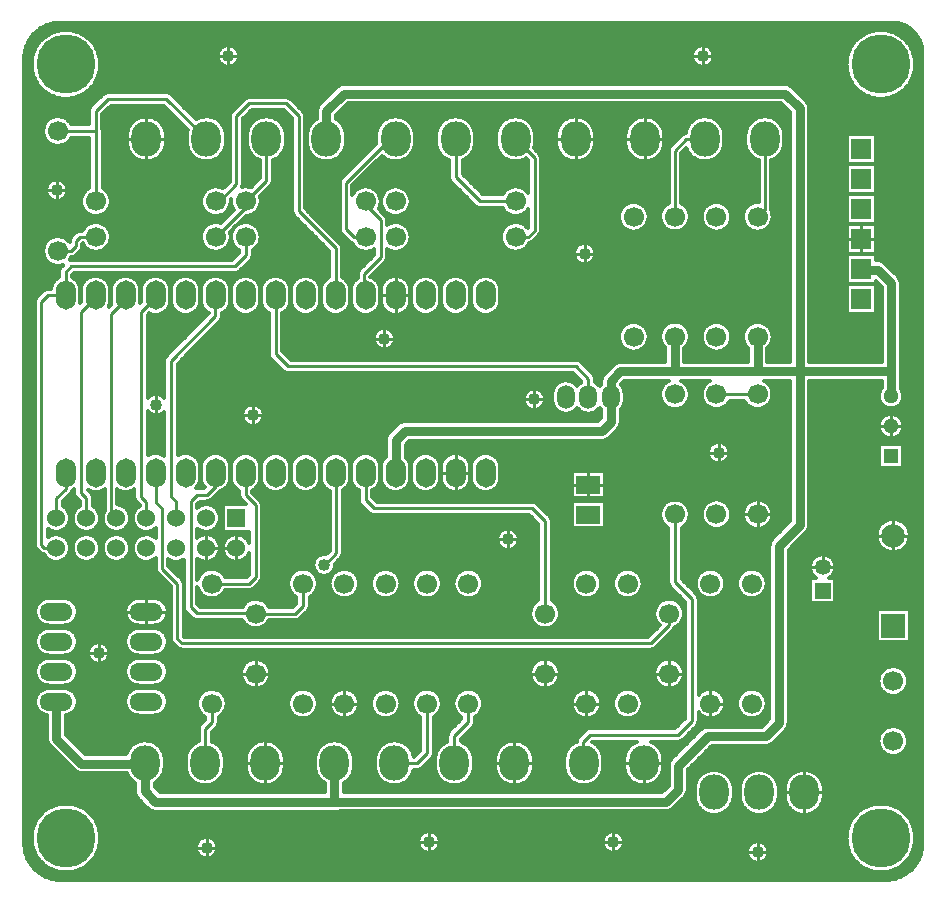
<source format=gtl>
G04 EasyPC Gerber Version 20.0.2 Build 4112 *
G04 #@! TF.Part,Single*
G04 #@! TF.FileFunction,Copper,L1,Top *
%FSLAX35Y35*%
%MOIN*%
G04 #@! TA.AperFunction,ComponentPad*
%ADD112O,0.06000X0.07874*%
%ADD109O,0.06693X0.09843*%
G04 #@! TD.AperFunction*
%ADD21O,0.09843X0.11811*%
G04 #@! TA.AperFunction,ComponentPad*
%ADD115R,0.05039X0.05039*%
%ADD117R,0.05315X0.05315*%
%ADD111R,0.06000X0.06000*%
%ADD110R,0.06500X0.06500*%
%ADD113R,0.07874X0.07874*%
G04 #@! TD.AperFunction*
%ADD15C,0.01000*%
%ADD108C,0.01200*%
%ADD120C,0.03150*%
%ADD28C,0.03937*%
G04 #@! TA.AperFunction,ViaPad*
%ADD119C,0.04000*%
G04 #@! TA.AperFunction,ComponentPad*
%ADD116C,0.05039*%
%ADD118C,0.05315*%
G04 #@! TD.AperFunction*
%ADD71C,0.06000*%
%ADD18C,0.06693*%
G04 #@! TA.AperFunction,ComponentPad*
%ADD114C,0.07874*%
G04 #@! TD.AperFunction*
%ADD16C,0.19685*%
%ADD87O,0.11000X0.06000*%
%ADD70R,0.08000X0.06000*%
X0Y0D02*
D02*
D15*
X11467Y231943D02*
X9367D01*
X12812Y112653D02*
X11574D01*
X12812Y122653D02*
X12809D01*
Y129187*
X15902Y132280*
Y137809*
X12967Y230443D02*
Y228343D01*
Y233443D02*
Y235543D01*
X13360Y211647D02*
X17838D01*
X19433Y213242*
Y215014*
X20791Y216372*
X25995*
X13360Y251647D02*
X18951D01*
Y251687*
X25929*
X14467Y231943D02*
X16567D01*
X15277Y200171D02*
Y201376D01*
X15902*
Y196864*
X9896*
X7823Y194792*
Y113675*
X8846Y112653*
X12812*
X15902Y196864D02*
Y204578D01*
X17872Y206549*
X72318*
X75979Y210211*
Y216359*
X75967Y216372*
X22812Y122653D02*
Y129276D01*
X20996Y131091*
Y191304*
X25995Y196302*
Y196771*
X25902Y196864*
X25370Y199364D02*
Y197396D01*
X25902Y196864*
X25404Y77652D02*
X23304D01*
X25995Y228243D02*
Y239965D01*
X25929*
Y251687*
X26904Y76152D02*
Y74052D01*
Y79152D02*
Y81252D01*
X28404Y77652D02*
X30504D01*
X32812Y122653D02*
X30993Y124472D01*
Y190679*
X35902Y195587*
Y196864*
X35367Y199367D02*
Y197399D01*
X35902Y196864*
X37865Y91420D02*
X35765D01*
X38424Y249050D02*
X36324D01*
X42812Y122653D02*
Y127967D01*
X40990Y129789*
Y191304*
X45989Y196302*
Y196777*
X45902Y196864*
X42846Y243644D02*
Y241543D01*
Y254455D02*
Y256553D01*
X42865Y71420D02*
X41150D01*
X42865Y88920D02*
Y86820D01*
Y93920D02*
Y96020D01*
X45364Y199370D02*
Y197402D01*
X45902Y196864*
Y137809D02*
Y127984D01*
X48085Y125801*
Y105801*
X53163Y100722*
Y82337*
X54581Y80919*
X211028*
X217091Y86982*
Y90801*
X46037Y158947D02*
Y156847D01*
Y161947D02*
Y164047D01*
X47267Y249050D02*
X49366D01*
X47865Y91420D02*
X49966D01*
X52812Y122653D02*
Y128121D01*
X51037Y129896*
Y175093*
X65841Y189896*
Y196650*
X65902Y196711*
Y196864*
X55902D02*
Y193262D01*
Y196864D02*
X55361Y197405D01*
Y199426*
X61467Y12770D02*
X59367D01*
X62428Y42501D02*
Y41033D01*
X62812Y110153D02*
Y108053D01*
Y115153D02*
Y117253D01*
X62846Y249050D02*
X62858Y249561D01*
X62258*
X49525Y262294*
X29981*
X25929Y258242*
Y251687*
X62967Y11270D02*
Y9170D01*
Y14270D02*
Y16370D01*
X64467Y12770D02*
X66567D01*
X64647Y41033D02*
X62428D01*
X64647Y60783D02*
Y54499D01*
X62524Y52376*
Y41302*
X62428Y41206*
Y41033*
X64647Y60783D02*
X66615D01*
X64647Y100783D02*
X77179D01*
X79226Y102830*
Y126943*
X75902Y130268*
Y137809*
X65312Y112653D02*
X67412D01*
X65357Y197408D02*
X65902Y196864D01*
Y137809D02*
Y133421D01*
X62888Y130407*
X59620*
X57573Y128360*
Y92927*
X59620Y90880*
X79200*
X79294Y90786*
X65902Y137809D02*
X65357Y138353D01*
X65995Y228243D02*
X67232D01*
X72855Y233866*
Y256609*
X77086Y260841*
X89502*
X93567Y256776*
Y224974*
X105902Y212639*
Y196864*
X68671Y276628D02*
X66571D01*
X70171Y275128D02*
Y273028D01*
Y278128D02*
Y280228D01*
X70312Y112653D02*
X68212D01*
X71671Y276628D02*
X73771D01*
X72812Y110153D02*
Y108053D01*
Y115153D02*
Y117253D01*
X75979Y228243D02*
Y226356D01*
X65995Y216372*
X76447Y70786D02*
X74347D01*
X76860Y156943D02*
X74760D01*
X78007Y41033D02*
X75905D01*
X78360Y155443D02*
Y153343D01*
Y158443D02*
Y160543D01*
X79294Y67940D02*
Y65840D01*
Y73633D02*
Y75733D01*
Y90786D02*
Y90801D01*
X92543*
X95042Y93300*
Y100796*
X79860Y156943D02*
X81960D01*
X82140Y70786D02*
X84240D01*
X82428Y35628D02*
Y33526D01*
Y46439D02*
Y48538D01*
X82846Y249050D02*
Y235109D01*
X75979Y228243*
X85902Y196864D02*
Y177354D01*
X90053Y173203*
X186077*
X190132Y169148*
Y163045*
X190191Y162986*
X85949Y138359D02*
X85902Y138312D01*
Y137809*
X86849Y41033D02*
X88948D01*
X94417Y61420D02*
X95042Y60796D01*
X94950Y100796D02*
X95042D01*
Y60796D02*
Y63144D01*
X95949Y138363D02*
X95902Y138315D01*
Y137809*
X97162Y100796D02*
X95042D01*
X105345Y200972D02*
X105902Y200415D01*
Y196864*
Y137809D02*
X106156D01*
Y110880*
X102100Y106825*
Y107022*
X105975Y60783D02*
X103875D01*
X108821Y57937D02*
Y55837D01*
Y63630D02*
Y65730D01*
X111668Y60783D02*
X113768D01*
X115902Y137809D02*
Y128654D01*
X118675Y125880*
X171431*
X175683Y121628*
Y90850*
X175732Y90801*
X115902Y137809D02*
Y133339D01*
X115979Y228243D02*
Y226981D01*
X120965Y221995*
Y209499*
X115342Y203876*
Y197424*
X115902Y196864*
X120600Y182455D02*
X118500D01*
X121537Y41092D02*
X125474D01*
X125533Y41033*
X122100Y180955D02*
Y178855D01*
Y183955D02*
Y186055D01*
X122593Y60791D02*
X122601Y60783D01*
Y43965D02*
X125533Y41033D01*
X122721Y60904D02*
X122601Y60783D01*
X123055Y196864D02*
X120956D01*
X123600Y182455D02*
X125700D01*
X124122Y62304D02*
X122601Y60783D01*
X125533Y41033D02*
X129470D01*
X125713Y40854D02*
X125533Y41033D01*
X125892Y249050D02*
X123972D01*
X109413Y234491*
Y218871*
X111913Y216372*
X115967*
X125902Y192443D02*
Y190343D01*
Y201285D02*
Y203383D01*
X125951Y216372D02*
X127213D01*
X125951Y228243D02*
X127838D01*
X128748Y196864D02*
X130848D01*
X135522Y14659D02*
X133422D01*
X136362Y60796D02*
Y44217D01*
X133045Y40900*
X125667*
X125533Y41033*
X137022Y13159D02*
Y11059D01*
Y16159D02*
Y18259D01*
X137940Y100783D02*
X136375D01*
X136362Y100796*
X138522Y14659D02*
X140622D01*
X143055Y137809D02*
X140956D01*
X145519Y41047D02*
X145533Y41033D01*
X145902Y133388D02*
Y131287D01*
Y142230D02*
Y144328D01*
Y196864D02*
Y196831D01*
X148748Y137809D02*
X150848D01*
X150132Y60796D02*
Y54630D01*
X145417Y49915*
Y41749*
X145533Y41633*
Y41033*
X151584Y99068D02*
Y99344D01*
X150132Y100796*
X155902Y196864D02*
Y196598D01*
X161112Y41033D02*
X159011D01*
X161860Y115526D02*
X159760D01*
X163360Y114026D02*
Y111926D01*
Y117026D02*
Y119126D01*
X164860Y115526D02*
X166960D01*
X165533Y35628D02*
Y33526D01*
Y46439D02*
Y48538D01*
X165951Y216372D02*
X170112D01*
X172219Y218478*
Y242723*
X165892Y249050*
X165951Y228243D02*
X154080D01*
X145957Y236365*
Y248985*
X145892Y249050*
X169954Y41033D02*
X172055D01*
X170600Y162219D02*
X168500D01*
X172100Y160719D02*
Y158619D01*
Y163719D02*
Y165819D01*
X172886Y70801D02*
X170786D01*
X173600Y162219D02*
X175700D01*
X175732Y67955D02*
Y65855D01*
Y73648D02*
Y75748D01*
X178579Y70801D02*
X180679D01*
X181471Y249050D02*
X179370D01*
X185892Y243644D02*
Y241542D01*
Y254455D02*
Y256554D01*
X186675Y60801D02*
X184575D01*
X186691Y133793D02*
X184590D01*
X187411Y210801D02*
X185311D01*
X188632Y41033D02*
X189595D01*
X188911Y209301D02*
Y207201D01*
Y212301D02*
Y214401D01*
X189522Y57955D02*
Y55855D01*
Y63648D02*
Y65748D01*
X190191Y131293D02*
Y129194D01*
Y136293D02*
Y138394D01*
X190313Y249050D02*
X192413D01*
X190411Y210801D02*
X192511D01*
X192368Y60801D02*
X194468D01*
X193691Y133793D02*
X195791D01*
X197018Y14659D02*
X194918D01*
X198518Y13159D02*
Y11059D01*
Y16159D02*
Y18259D01*
X200018Y14659D02*
X202118D01*
X204211Y41033D02*
X202110D01*
X204576Y249050D02*
X202476D01*
X205289Y224906D02*
Y223063D01*
X208632Y35628D02*
Y33526D01*
X208997Y243644D02*
Y241542D01*
Y254455D02*
Y256554D01*
X213053Y41033D02*
X215153D01*
X213419Y249050D02*
X215519D01*
X214244Y70801D02*
X212144D01*
X217091Y67955D02*
Y65855D01*
Y73648D02*
Y75748D01*
X219030Y123894D02*
Y101283D01*
X224620Y95693*
Y54955*
X220053Y50388*
X190841*
X188498Y48045*
Y41167*
X188632Y41033*
X219030Y223134D02*
Y245093D01*
X222809Y248872*
X228820*
X228997Y249050*
X219937Y70801D02*
X222037D01*
X226821Y276628D02*
X224721D01*
X226953Y249050D02*
X228997D01*
X228321Y275128D02*
Y273028D01*
Y278128D02*
Y280228D01*
X229821Y276628D02*
X231921D01*
X230850Y57955D02*
Y55855D01*
Y63648D02*
Y65748D01*
X232096Y144423D02*
X229996D01*
X233596Y142923D02*
Y140823D01*
Y145923D02*
Y148023D01*
X233697Y60801D02*
X235797D01*
X235096Y144423D02*
X237196D01*
X243762Y123922D02*
X241662D01*
X245089Y11313D02*
X242989D01*
X246589Y9813D02*
Y7713D01*
Y12813D02*
Y14913D01*
X246608Y121075D02*
Y118975D01*
Y126768D02*
Y128868D01*
Y163922D02*
X232859D01*
X232848Y163911*
X248089Y11313D02*
X250189D01*
X248997Y249050D02*
Y225424D01*
X246628Y223055*
X249455Y123922D02*
X251555D01*
X257665Y31191D02*
X255565D01*
X262086Y25785D02*
Y23685D01*
Y36596D02*
Y38694D01*
X266085Y106303D02*
X263985D01*
X266507Y31191D02*
X268606D01*
X268242Y108461D02*
Y110561D01*
X270400Y106303D02*
X272500D01*
X278346Y215654D02*
X276248D01*
X281096Y212904D02*
Y210804D01*
Y218404D02*
Y220505D01*
X283846Y215654D02*
X285946D01*
X288348Y116805D02*
X286248D01*
X289037Y153281D02*
X286937D01*
X291057Y151262D02*
Y149162D01*
Y155301D02*
Y157401D01*
X291785Y113368D02*
Y111268D01*
Y120242D02*
Y122342D01*
X293077Y153281D02*
X295177D01*
X295222Y116805D02*
X297322D01*
D02*
D16*
X15998Y15998D03*
Y273872D03*
X287652Y15998D03*
Y273872D03*
D02*
D18*
X13360Y211647D03*
Y251647D03*
X25995Y216372D03*
Y228243D03*
X64647Y60783D03*
Y100783D03*
X65995Y216372D03*
Y228243D03*
X75967Y216372D03*
X75979Y228243D03*
X79294Y70786D03*
Y90786D03*
X95042Y60796D03*
Y100796D03*
X108821Y60783D03*
Y100783D03*
X115967Y216372D03*
X115979Y228243D03*
X122601Y60783D03*
Y100783D03*
X125951Y216372D03*
Y228243D03*
X136362Y60796D03*
Y100796D03*
X150132Y60796D03*
Y100796D03*
X165951Y216372D03*
Y228243D03*
X175732Y70801D03*
Y90801D03*
X189522Y60801D03*
Y100801D03*
X203291Y60801D03*
Y100801D03*
X205289Y183063D03*
Y223063D03*
X217091Y70801D03*
Y90801D03*
X219030Y123894D03*
Y163894D03*
Y183134D03*
Y223134D03*
X230850Y60801D03*
Y100801D03*
X232848Y123911D03*
Y163911D03*
Y183063D03*
Y223063D03*
X244650Y60801D03*
Y100801D03*
X246608Y123922D03*
Y163922D03*
X246628Y183055D03*
Y223055D03*
X291766Y48301D03*
Y68301D03*
D02*
D70*
X190191Y123793D03*
Y133793D03*
D02*
D71*
X12812Y112653D03*
Y122653D03*
X22812Y112653D03*
Y122653D03*
X32812Y112653D03*
Y122653D03*
X42812Y112653D03*
Y122653D03*
X52812Y112653D03*
Y122653D03*
X62812Y112653D03*
Y122653D03*
X72812Y112653D03*
D02*
D21*
X42428Y41033D03*
X42846Y249050D03*
X62428Y41033D03*
X62846Y249050D03*
X82428Y41033D03*
X82846Y249050D03*
X102846D03*
X105533Y41033D03*
X125533D03*
X125892Y249050D03*
X145533Y41033D03*
X145892Y249050D03*
X165533Y41033D03*
X165892Y249050D03*
X185892D03*
X188632Y41033D03*
X208632D03*
X208997Y249050D03*
X228997D03*
X232086Y31191D03*
X247086D03*
X248997Y249050D03*
X262086Y31191D03*
D02*
D28*
X264045Y31200D02*
X262095D01*
X262086Y31191*
D02*
D87*
X12865Y61420D03*
Y71420D03*
Y81420D03*
Y91420D03*
X42865Y61420D03*
Y71420D03*
Y81420D03*
Y91420D03*
D02*
D108*
X2158Y13875D02*
X2173Y13280D01*
X2219Y12685*
X2294Y12094*
X2398Y11507*
X2533Y10927*
X2696Y10354*
X2888Y9789*
X3109Y9236*
X3357Y8694*
X3632Y8165*
X3934Y7651*
X4261Y7153*
X4613Y6672*
X4989Y6209*
X5388Y5767*
X5808Y5344*
X6250Y4944*
X6711Y4566*
X7190Y4212*
X7687Y3883*
X8200Y3580*
X8728Y3302*
X9269Y3052*
X9821Y2829*
X10385Y2634*
X10957Y2469*
X11537Y2332*
X12124Y2225*
X12715Y2147*
X13312Y2100*
X290250*
X290846Y2147*
X291439Y2225*
X292027Y2332*
X292609Y2469*
X293183Y2635*
X293748Y2830*
X294303Y3054*
X294846Y3304*
X295375Y3582*
X295889Y3887*
X296388Y4217*
X296869Y4571*
X297331Y4950*
X297774Y5352*
X298196Y5775*
X298596Y6219*
X298974Y6683*
X299327Y7165*
X299655Y7665*
X299958Y8180*
X300234Y8710*
X300483Y9253*
X300705Y9808*
X300898Y10374*
X301063Y10949*
X301198Y11531*
X301303Y12120*
X301379Y12713*
X301424Y13309*
X301439Y13911*
Y278531*
X301399Y279030*
X301333Y279526*
X301242Y280018*
X301126Y280504*
X300967Y281016*
X300780Y281519*
X300567Y282011*
X300328Y282491*
X300064Y282957*
X299774Y283408*
X299461Y283843*
X299125Y284261*
X298767Y284660*
X298388Y285039*
X297989Y285397*
X297571Y285733*
X297136Y286047*
X296685Y286336*
X296219Y286601*
X295739Y286840*
X295247Y287053*
X294744Y287239*
X294231Y287398*
X293745Y287515*
X293253Y287606*
X292757Y287672*
X292258Y287712*
X12927*
X12340Y287647*
X11756Y287553*
X11178Y287430*
X10607Y287278*
X10044Y287098*
X9491Y286889*
X8949Y286654*
X8419Y286391*
X7904Y286103*
X7403Y285789*
X6919Y285450*
X6452Y285087*
X6004Y284702*
X5575Y284294*
X5168Y283866*
X4783Y283418*
X4420Y282951*
X4081Y282467*
X3767Y281966*
X3479Y281450*
X3217Y280921*
X2981Y280379*
X2773Y279826*
X2593Y279263*
X2441Y278692*
X2317Y278114*
X2223Y277530*
X2158Y276943*
Y13875*
X66571Y276628D02*
X66587Y276960D01*
X66633Y277289*
X66709Y277613*
X66814Y277928*
X66948Y278233*
X67110Y278523*
X67298Y278798*
X67511Y279054*
X67746Y279289*
X68002Y279501*
X68276Y279689*
X68567Y279851*
X68871Y279985*
X69186Y280091*
X69510Y280167*
X69839Y280213*
X70171Y280228*
X70504Y280213*
X70833Y280167*
X71156Y280091*
X71472Y279985*
X71776Y279851*
X72067Y279689*
X72341Y279501*
X72597Y279289*
X72832Y279054*
X73044Y278798*
X73232Y278523*
X73394Y278233*
X73528Y277928*
X73634Y277613*
X73710Y277289*
X73756Y276960*
X73771Y276628*
X73756Y276296*
X73710Y275967*
X73634Y275643*
X73528Y275328*
X73394Y275023*
X73232Y274733*
X73044Y274458*
X72832Y274202*
X72597Y273967*
X72341Y273755*
X72067Y273567*
X71776Y273405*
X71472Y273271*
X71156Y273165*
X70833Y273089*
X70504Y273043*
X70171Y273028*
X69839Y273043*
X69510Y273089*
X69186Y273165*
X68871Y273271*
X68567Y273405*
X68276Y273567*
X68002Y273755*
X67746Y273967*
X67511Y274202*
X67298Y274458*
X67110Y274733*
X66948Y275023*
X66814Y275328*
X66709Y275643*
X66633Y275967*
X66587Y276296*
X66571Y276628*
X294232Y165907D02*
X294446Y165623D01*
X294636Y165322*
X294798Y165006*
X294933Y164677*
X295039Y164337*
X295115Y163990*
X295161Y163637*
X295177Y163281*
X295161Y162922*
X295114Y162566*
X295036Y162215*
X294928Y161872*
X294791Y161541*
X294625Y161222*
X294432Y160919*
X294213Y160633*
X293970Y160369*
X293706Y160126*
X293420Y159907*
X293117Y159713*
X292798Y159547*
X292466Y159410*
X292123Y159302*
X291772Y159224*
X291416Y159177*
X291057Y159161*
X290698Y159177*
X290342Y159224*
X289991Y159302*
X289648Y159409*
X289316Y159547*
X288997Y159713*
X288694Y159906*
X288409Y160125*
X288144Y160368*
X287901Y160633*
X287682Y160918*
X287489Y161221*
X287322Y161540*
X287185Y161872*
X287077Y162215*
X286999Y162566*
X286952Y162922*
X286937Y163281*
X286953Y163637*
X286999Y163990*
X287075Y164337*
X287181Y164676*
X287316Y165006*
X287478Y165322*
X287668Y165623*
X287882Y165907*
Y168374*
X263740*
Y120250*
X263724Y119939*
X263679Y119631*
X263603Y119328*
X263498Y119035*
X263365Y118754*
X263205Y118486*
X263019Y118236*
X262810Y118005*
X256889Y112085*
Y54266*
X256874Y53955*
X256828Y53646*
X256753Y53344*
X256648Y53051*
X256515Y52769*
X256354Y52502*
X256169Y52252*
X255959Y52021*
X251629Y47690*
X251398Y47481*
X251147Y47295*
X250880Y47135*
X250598Y47002*
X250304Y46896*
X250002Y46821*
X249694Y46775*
X249382Y46760*
X231211*
X223228Y38778*
Y32022*
X223213Y31711*
X223167Y31402*
X223091Y31100*
X222986Y30807*
X222853Y30525*
X222693Y30258*
X222507Y30007*
X222298Y29777*
X218400Y25879*
X218169Y25670*
X217919Y25484*
X217652Y25324*
X217370Y25191*
X217076Y25085*
X216774Y25010*
X216465Y24964*
X216154Y24949*
X107498*
X107217Y24859*
X106930Y24795*
X106637Y24756*
X106343Y24743*
X45850*
X45560Y24755*
X45271Y24793*
X44987Y24856*
X44709Y24944*
X44441Y25055*
X44183Y25190*
X43937Y25346*
X43707Y25523*
X43492Y25720*
X40074Y29139*
X39877Y29354*
X39700Y29584*
X39543Y29830*
X39409Y30087*
X39297Y30356*
X39210Y30634*
X39147Y30918*
X39109Y31206*
X39096Y31497*
Y34441*
X38736Y34671*
X38393Y34924*
X38066Y35199*
X37758Y35494*
X37470Y35809*
X37204Y36143*
X36960Y36493*
X36739Y36857*
X36543Y37236*
X36371Y37627*
X21161*
X20850Y37642*
X20541Y37688*
X20239Y37763*
X19945Y37869*
X19663Y38002*
X19396Y38162*
X19145Y38348*
X18914Y38557*
X10620Y46852*
X10411Y47082*
X10226Y47333*
X10066Y47600*
X9933Y47881*
X9828Y48175*
X9752Y48477*
X9707Y48785*
X9691Y49096*
Y56869*
X9325Y56939*
X8967Y57037*
X8617Y57165*
X8279Y57320*
X7954Y57502*
X7646Y57710*
X7355Y57942*
X7083Y58197*
X6834Y58473*
X6607Y58768*
X6405Y59081*
X6229Y59409*
X6080Y59750*
X5959Y60102*
X5867Y60462*
X5804Y60829*
X5772Y61200*
X5769Y61572*
X5796Y61943*
X5853Y62310*
X5940Y62672*
X6056Y63026*
X6199Y63369*
X6370Y63699*
X6568Y64015*
X6790Y64313*
X7035Y64593*
X7303Y64851*
X7590Y65087*
X7896Y65300*
X8217Y65487*
X8553Y65647*
X8901Y65780*
X9258Y65884*
X9622Y65959*
X9992Y66004*
X10366Y66020*
X15366*
X15737Y66006*
X16107Y65961*
X16471Y65886*
X16829Y65782*
X17176Y65649*
X17512Y65489*
X17834Y65302*
X18140Y65090*
X18427Y64854*
X18695Y64595*
X18941Y64316*
X19163Y64017*
X19361Y63702*
X19532Y63372*
X19676Y63028*
X19792Y62675*
X19879Y62313*
X19936Y61945*
X19964Y61574*
X19961Y61202*
X19928Y60831*
X19866Y60464*
X19774Y60104*
X19653Y59752*
X19504Y59411*
X19328Y59083*
X19126Y58770*
X18900Y58475*
X18650Y58199*
X18379Y57944*
X18088Y57712*
X17779Y57504*
X17455Y57322*
X17117Y57166*
X16767Y57039*
X16408Y56940*
X16041Y56869*
Y50411*
X22474Y43977*
X36207*
X36357Y44402*
X36537Y44816*
X36744Y45216*
X36979Y45601*
X37239Y45969*
X37525Y46319*
X37834Y46647*
X38165Y46953*
X38516Y47236*
X38886Y47494*
X39273Y47725*
X39675Y47930*
X40091Y48106*
X40517Y48252*
X40952Y48369*
X41395Y48456*
X41843Y48512*
X42293Y48537*
X42744Y48530*
X43193Y48493*
X43639Y48424*
X44079Y48325*
X44511Y48196*
X44933Y48037*
X45343Y47850*
X45739Y47634*
X46120Y47392*
X46482Y47124*
X46826Y46831*
X47148Y46516*
X47447Y46179*
X47723Y45822*
X47973Y45446*
X48197Y45055*
X48393Y44649*
X48561Y44231*
X48699Y43802*
X48807Y43364*
X48885Y42920*
X48932Y42471*
X48948Y42017*
Y40048*
X48933Y39599*
X48887Y39152*
X48809Y38709*
X48702Y38272*
X48565Y37844*
X48398Y37426*
X48203Y37021*
X47981Y36631*
X47733Y36256*
X47459Y35900*
X47161Y35563*
X46841Y35248*
X46500Y34956*
X46140Y34687*
X45760Y34443*
Y32878*
X47231Y31407*
X102358*
Y34351*
X101987Y34574*
X101632Y34822*
X101294Y35092*
X100974Y35384*
X100675Y35697*
X100397Y36029*
X100142Y36378*
X99910Y36744*
X99704Y37124*
X99522Y37518*
X99368Y37922*
X99240Y38336*
X99141Y38757*
X99069Y39184*
X99026Y39615*
X99011Y40048*
Y42017*
X99027Y42461*
X99072Y42904*
X99148Y43343*
X99254Y43776*
X99388Y44200*
X99552Y44615*
X99743Y45017*
X99961Y45405*
X100205Y45777*
X100474Y46132*
X100767Y46468*
X101081Y46783*
X101417Y47075*
X101772Y47344*
X102144Y47589*
X102532Y47807*
X102934Y47998*
X103348Y48161*
X103773Y48296*
X104206Y48402*
X104644Y48477*
X105087Y48523*
X105532Y48538*
X105977Y48523*
X106420Y48478*
X106859Y48402*
X107292Y48296*
X107716Y48162*
X108130Y47998*
X108532Y47807*
X108920Y47589*
X109293Y47345*
X109648Y47076*
X109983Y46783*
X110298Y46469*
X110591Y46133*
X110860Y45778*
X111105Y45406*
X111323Y45018*
X111515Y44616*
X111678Y44202*
X111813Y43777*
X111918Y43344*
X111994Y42906*
X112039Y42463*
X112055Y42017*
Y40048*
X112041Y39615*
X111998Y39185*
X111926Y38757*
X111826Y38336*
X111699Y37922*
X111544Y37518*
X111363Y37125*
X111156Y36744*
X110925Y36379*
X110670Y36029*
X110392Y35697*
X110093Y35385*
X109773Y35093*
X109435Y34822*
X109080Y34575*
X108708Y34351*
Y31299*
X214841*
X216878Y33337*
Y40093*
X216894Y40404*
X216939Y40712*
X217015Y41014*
X217120Y41307*
X217253Y41589*
X217413Y41856*
X217599Y42107*
X217808Y42337*
X227651Y52180*
X227882Y52389*
X228132Y52575*
X228400Y52735*
X228681Y52869*
X228975Y52974*
X229278Y53049*
X229586Y53095*
X229898Y53110*
X248069*
X250540Y55581*
Y113400*
X250555Y113711*
X250601Y114019*
X250676Y114321*
X250781Y114615*
X250915Y114896*
X251075Y115163*
X251260Y115414*
X251470Y115644*
X257390Y121565*
Y168374*
X248763*
X249089Y168201*
X249401Y168004*
X249698Y167785*
X249977Y167543*
X250238Y167282*
X250478Y167002*
X250697Y166705*
X250893Y166392*
X251066Y166066*
X251213Y165727*
X251335Y165379*
X251431Y165022*
X251500Y164659*
X251541Y164292*
X251555Y163922*
X251539Y163534*
X251494Y163148*
X251418Y162768*
X251313Y162395*
X251179Y162031*
X251017Y161678*
X250827Y161340*
X250612Y161017*
X250372Y160712*
X250109Y160427*
X249824Y160163*
X249520Y159923*
X249197Y159707*
X248859Y159517*
X248507Y159354*
X248143Y159220*
X247770Y159114*
X247390Y159037*
X247005Y158991*
X246617Y158976*
X246229Y158990*
X245844Y159035*
X245463Y159110*
X245089Y159215*
X244725Y159348*
X244372Y159510*
X244033Y159699*
X243710Y159914*
X243405Y160153*
X243120Y160416*
X242856Y160700*
X242615Y161004*
X242398Y161326*
X242207Y161664*
X237255*
X237065Y161326*
X236850Y161003*
X236609Y160698*
X236345Y160413*
X236060Y160150*
X235755Y159909*
X235432Y159694*
X235093Y159504*
X234741Y159341*
X234376Y159207*
X234003Y159102*
X233622Y159026*
X233237Y158980*
X232848Y158965*
X232460Y158980*
X232075Y159026*
X231694Y159102*
X231320Y159207*
X230956Y159341*
X230604Y159504*
X230265Y159694*
X229942Y159909*
X229637Y160150*
X229352Y160413*
X229088Y160698*
X228847Y161003*
X228631Y161326*
X228442Y161664*
X228279Y162017*
X228144Y162381*
X228039Y162755*
X227963Y163135*
X227917Y163521*
X227902Y163911*
X227916Y164282*
X227957Y164650*
X228027Y165015*
X228123Y165373*
X228246Y165723*
X228394Y166063*
X228568Y166391*
X228766Y166704*
X228987Y167002*
X229229Y167283*
X229492Y167545*
X229774Y167786*
X230072Y168006*
X230387Y168202*
X230716Y168374*
X221125*
X221457Y168204*
X221776Y168008*
X222078Y167789*
X222364Y167548*
X222630Y167285*
X222876Y167004*
X223099Y166705*
X223300Y166389*
X223476Y166060*
X223627Y165718*
X223751Y165366*
X223849Y165005*
X223919Y164638*
X223961Y164267*
X223976Y163894*
X223961Y163506*
X223915Y163120*
X223839Y162739*
X223733Y162365*
X223599Y162001*
X223437Y161648*
X223247Y161309*
X223031Y160986*
X222791Y160681*
X222527Y160396*
X222242Y160132*
X221937Y159892*
X221614Y159676*
X221275Y159486*
X220922Y159324*
X220557Y159189*
X220184Y159084*
X219803Y159008*
X219417Y158963*
X219029Y158947*
X218641Y158963*
X218255Y159008*
X217874Y159084*
X217500Y159190*
X217136Y159324*
X216783Y159487*
X216444Y159677*
X216121Y159893*
X215816Y160133*
X215531Y160397*
X215268Y160682*
X215027Y160987*
X214811Y161310*
X214622Y161649*
X214459Y162002*
X214325Y162367*
X214219Y162741*
X214144Y163122*
X214098Y163507*
X214083Y163894*
X214097Y164267*
X214139Y164638*
X214209Y165005*
X214307Y165366*
X214431Y165718*
X214582Y166060*
X214759Y166389*
X214959Y166705*
X215183Y167004*
X215428Y167285*
X215694Y167548*
X215980Y167789*
X216283Y168008*
X216601Y168204*
X216934Y168374*
X202156*
X200950Y167169*
X201194Y166904*
X201417Y166620*
X201616Y166321*
X201792Y166006*
X201942Y165679*
X202067Y165341*
X202164Y164994*
X202234Y164641*
X202277Y164283*
X202291Y163922*
Y162048*
X202277Y161693*
X202236Y161340*
X202168Y160991*
X202073Y160648*
X201952Y160314*
X201806Y159990*
X201634Y159679*
X201439Y159381*
X201222Y159100*
X200984Y158836*
Y154699*
X200971Y154408*
X200933Y154120*
X200870Y153835*
X200783Y153558*
X200671Y153289*
X200537Y153031*
X200380Y152786*
X200203Y152555*
X200006Y152341*
X196978Y149313*
X196764Y149116*
X196533Y148939*
X196288Y148783*
X196030Y148648*
X195761Y148537*
X195483Y148449*
X195200Y148386*
X194911Y148348*
X194620Y148335*
X130449*
X129234Y147120*
Y143038*
X129500Y142776*
X129746Y142494*
X129970Y142195*
X130171Y141880*
X130348Y141550*
X130499Y141208*
X130624Y140856*
X130721Y140495*
X130791Y140128*
X130833Y139756*
X130848Y139383*
Y136233*
X130833Y135845*
X130787Y135459*
X130711Y135078*
X130606Y134705*
X130472Y134341*
X130309Y133988*
X130119Y133649*
X129904Y133326*
X129663Y133021*
X129399Y132736*
X129114Y132472*
X128809Y132232*
X128486Y132016*
X128147Y131826*
X127794Y131664*
X127430Y131530*
X127057Y131424*
X126676Y131348*
X126291Y131303*
X125902Y131287*
X125514Y131303*
X125128Y131348*
X124748Y131424*
X124374Y131530*
X124010Y131664*
X123657Y131826*
X123318Y132016*
X122995Y132232*
X122690Y132472*
X122405Y132736*
X122142Y133021*
X121901Y133326*
X121685Y133649*
X121496Y133988*
X121333Y134341*
X121199Y134705*
X121093Y135079*
X121018Y135459*
X120972Y135845*
X120956Y136233*
Y139383*
X120970Y139756*
X121013Y140128*
X121083Y140494*
X121180Y140855*
X121305Y141207*
X121456Y141549*
X121632Y141879*
X121833Y142194*
X122057Y142493*
X122303Y142775*
X122569Y143037*
Y148500*
X122582Y148791*
X122620Y149079*
X122683Y149363*
X122770Y149641*
X122882Y149910*
X123017Y150168*
X123173Y150413*
X123350Y150644*
X123547Y150858*
X126711Y154022*
X126925Y154219*
X127156Y154396*
X127401Y154552*
X127659Y154687*
X127928Y154798*
X128206Y154885*
X128489Y154948*
X128778Y154987*
X129069Y155000*
X193240*
X194319Y156079*
Y158918*
X194122Y159144*
X193941Y159383*
X193717Y159094*
X193472Y158824*
X193206Y158574*
X192921Y158345*
X192619Y158140*
X192301Y157960*
X191970Y157806*
X191628Y157678*
X191276Y157577*
X190918Y157505*
X190556Y157462*
X190191Y157447*
X189826Y157462*
X189463Y157505*
X189105Y157577*
X188754Y157678*
X188411Y157806*
X188080Y157960*
X187763Y158140*
X187460Y158345*
X187175Y158574*
X186909Y158824*
X186664Y159094*
X186441Y159383*
X186211Y159087*
X185959Y158811*
X185685Y158556*
X185391Y158324*
X185079Y158117*
X184752Y157935*
X184410Y157781*
X184057Y157656*
X183696Y157559*
X183328Y157493*
X182955Y157456*
X182581Y157450*
X182207Y157474*
X181837Y157528*
X181472Y157612*
X181115Y157726*
X180769Y157869*
X180436Y158039*
X180117Y158235*
X179816Y158457*
X179533Y158703*
X179272Y158970*
X179033Y159259*
X178819Y159565*
X178630Y159889*
X178467Y160226*
X178333Y160576*
X178228Y160935*
X178152Y161301*
X178107Y161673*
X178090Y162048*
Y163922*
X178106Y164296*
X178151Y164668*
X178227Y165034*
X178332Y165394*
X178466Y165743*
X178628Y166081*
X178817Y166404*
X179032Y166711*
X179271Y166999*
X179532Y167267*
X179815Y167512*
X180116Y167734*
X180435Y167931*
X180768Y168101*
X181114Y168244*
X181471Y168357*
X181835Y168442*
X182206Y168497*
X182580Y168521*
X182954Y168515*
X183326Y168478*
X183695Y168411*
X184057Y168315*
X184409Y168189*
X184751Y168035*
X185078Y167854*
X185390Y167647*
X185684Y167415*
X185958Y167160*
X186211Y166884*
X186441Y166587*
X186639Y166846*
X186855Y167090*
X187087Y167319*
X187336Y167530*
X187598Y167723*
X187874Y167897*
Y168213*
X185142Y170945*
X90053*
X89800Y170959*
X89551Y171002*
X89307Y171072*
X89074Y171169*
X88852Y171291*
X88645Y171438*
X88456Y171607*
X84306Y175757*
X84137Y175946*
X83991Y176153*
X83868Y176374*
X83771Y176608*
X83701Y176852*
X83659Y177101*
X83644Y177354*
Y190888*
X83307Y191078*
X82985Y191294*
X82681Y191535*
X82398Y191798*
X82135Y192083*
X81896Y192388*
X81681Y192710*
X81493Y193048*
X81331Y193400*
X81197Y193764*
X81092Y194137*
X81017Y194517*
X80972Y194901*
X80956Y195288*
Y198438*
X80972Y198826*
X81017Y199212*
X81093Y199593*
X81199Y199966*
X81333Y200330*
X81496Y200683*
X81685Y201022*
X81901Y201345*
X82142Y201650*
X82406Y201935*
X82691Y202198*
X82996Y202439*
X83319Y202655*
X83657Y202844*
X84010Y203007*
X84374Y203141*
X84748Y203247*
X85129Y203322*
X85514Y203368*
X85902Y203383*
X86291Y203368*
X86676Y203322*
X87057Y203247*
X87431Y203141*
X87795Y203007*
X88148Y202844*
X88487Y202655*
X88809Y202439*
X89115Y202198*
X89400Y201935*
X89663Y201650*
X89904Y201344*
X90119Y201022*
X90309Y200683*
X90472Y200330*
X90606Y199966*
X90711Y199592*
X90787Y199211*
X90833Y198826*
X90848Y198438*
Y195288*
X90833Y194901*
X90787Y194517*
X90712Y194137*
X90607Y193764*
X90474Y193400*
X90312Y193048*
X90123Y192710*
X89908Y192388*
X89669Y192083*
X89406Y191798*
X89122Y191535*
X88819Y191294*
X88497Y191078*
X88159Y190887*
Y178289*
X90988Y175460*
X186077*
X186330Y175446*
X186579Y175404*
X186822Y175333*
X187056Y175237*
X187278Y175114*
X187485Y174968*
X187674Y174798*
X191728Y170744*
X191896Y170556*
X192043Y170349*
X192165Y170128*
X192262Y169894*
X192332Y169650*
X192375Y169401*
X192389Y169148*
Y167963*
X192689Y167785*
X192974Y167585*
X193243Y167364*
X193495Y167123*
X193728Y166863*
X193941Y166587*
X194118Y166820*
X194310Y167042*
X194516Y167252*
Y168400*
X194531Y168711*
X194577Y169019*
X194653Y169321*
X194758Y169615*
X194891Y169896*
X195051Y170163*
X195237Y170414*
X195446Y170644*
X198596Y173794*
X198827Y174004*
X199077Y174189*
X199344Y174350*
X199626Y174483*
X199920Y174588*
X200222Y174663*
X200531Y174709*
X200843Y174724*
X215855*
Y179341*
X215564Y179604*
X215294Y179891*
X215049Y180197*
X214828Y180522*
X214634Y180864*
X214468Y181220*
X214331Y181588*
X214223Y181966*
X214145Y182351*
X214098Y182741*
X214083Y183134*
X214098Y183522*
X214144Y183908*
X214220Y184289*
X214326Y184663*
X214460Y185027*
X214622Y185380*
X214812Y185719*
X215028Y186041*
X215269Y186346*
X215532Y186631*
X215817Y186895*
X216122Y187136*
X216445Y187352*
X216784Y187541*
X217137Y187704*
X217502Y187838*
X217875Y187944*
X218256Y188019*
X218642Y188065*
X219030Y188080*
X219419Y188065*
X219804Y188019*
X220185Y187943*
X220559Y187838*
X220923Y187703*
X221276Y187541*
X221615Y187351*
X221938Y187135*
X222243Y186894*
X222528Y186631*
X222791Y186345*
X223032Y186040*
X223248Y185717*
X223437Y185378*
X223600Y185026*
X223734Y184661*
X223840Y184287*
X223915Y183906*
X223961Y183520*
X223976Y183134*
X223960Y182741*
X223913Y182351*
X223836Y181966*
X223728Y181589*
X223591Y181220*
X223424Y180865*
X223230Y180523*
X223010Y180198*
X222764Y179891*
X222495Y179605*
X222204Y179341*
Y174724*
X243453*
Y179262*
X243162Y179526*
X242893Y179812*
X242647Y180119*
X242427Y180444*
X242233Y180785*
X242067Y181141*
X241929Y181509*
X241821Y181887*
X241744Y182272*
X241697Y182662*
X241681Y183055*
X241697Y183443*
X241743Y183829*
X241819Y184210*
X241924Y184584*
X242058Y184948*
X242221Y185301*
X242411Y185640*
X242626Y185963*
X242867Y186268*
X243131Y186553*
X243416Y186817*
X243721Y187057*
X244044Y187273*
X244383Y187463*
X244735Y187625*
X245100Y187759*
X245474Y187865*
X245855Y187941*
X246241Y187986*
X246629Y188002*
X247017Y187986*
X247403Y187941*
X247784Y187865*
X248157Y187759*
X248522Y187624*
X248874Y187462*
X249213Y187272*
X249536Y187056*
X249841Y186816*
X250126Y186552*
X250390Y186267*
X250630Y185961*
X250846Y185639*
X251036Y185300*
X251198Y184947*
X251333Y184582*
X251438Y184208*
X251514Y183827*
X251559Y183441*
X251574Y183055*
X251559Y182663*
X251512Y182272*
X251434Y181887*
X251326Y181510*
X251189Y181142*
X251023Y180786*
X250829Y180444*
X250608Y180119*
X250363Y179812*
X250094Y179526*
X249803Y179262*
Y174724*
X257390*
Y258030*
X254447Y260973*
X109990*
X106020Y257003*
Y255728*
X106391Y255504*
X106746Y255257*
X107084Y254987*
X107404Y254694*
X107703Y254382*
X107981Y254050*
X108236Y253700*
X108467Y253335*
X108674Y252954*
X108855Y252561*
X109009Y252157*
X109137Y251744*
X109236Y251322*
X109308Y250896*
X109351Y250465*
X109366Y250032*
Y248064*
X109350Y247619*
X109305Y247176*
X109229Y246737*
X109124Y246305*
X108989Y245880*
X108826Y245466*
X108634Y245064*
X108416Y244676*
X108172Y244304*
X107903Y243949*
X107611Y243613*
X107296Y243298*
X106960Y243006*
X106606Y242737*
X106233Y242493*
X105845Y242275*
X105443Y242083*
X105029Y241920*
X104604Y241785*
X104172Y241680*
X103733Y241604*
X103290Y241559*
X102845Y241543*
X102400Y241559*
X101957Y241604*
X101519Y241680*
X101086Y241785*
X100662Y241920*
X100248Y242083*
X99846Y242275*
X99457Y242493*
X99085Y242737*
X98730Y243006*
X98395Y243298*
X98080Y243613*
X97787Y243949*
X97519Y244304*
X97274Y244676*
X97056Y245064*
X96865Y245466*
X96702Y245880*
X96567Y246305*
X96461Y246737*
X96386Y247176*
X96340Y247619*
X96324Y248064*
Y250032*
X96339Y250465*
X96381Y250896*
X96453Y251322*
X96553Y251744*
X96680Y252157*
X96835Y252562*
X97016Y252955*
X97223Y253335*
X97454Y253701*
X97709Y254051*
X97987Y254383*
X98287Y254695*
X98606Y254987*
X98944Y255258*
X99299Y255505*
X99671Y255728*
Y258318*
X99686Y258629*
X99732Y258937*
X99807Y259240*
X99913Y259533*
X100046Y259815*
X100206Y260082*
X100391Y260332*
X100601Y260563*
X106430Y266393*
X106661Y266602*
X106912Y266788*
X107179Y266948*
X107461Y267081*
X107755Y267186*
X108057Y267262*
X108365Y267307*
X108677Y267322*
X255760*
X256071Y267307*
X256380Y267262*
X256682Y267186*
X256976Y267081*
X257257Y266948*
X257525Y266788*
X257775Y266602*
X258007Y266393*
X262810Y261589*
X263019Y261359*
X263204Y261109*
X263365Y260841*
X263498Y260560*
X263603Y260267*
X263678Y259965*
X263724Y259656*
X263740Y259344*
Y174724*
X287884*
Y199663*
X285946Y201599*
Y200804*
X276248*
Y210505*
X285946*
Y208581*
X286626*
X286937Y208566*
X287246Y208520*
X287548Y208445*
X287841Y208340*
X288123Y208207*
X288391Y208047*
X288641Y207861*
X288872Y207652*
X293303Y203224*
X293512Y202993*
X293698Y202743*
X293858Y202476*
X293992Y202194*
X294097Y201900*
X294172Y201598*
X294218Y201290*
X294233Y200978*
Y171549*
X294232Y171449*
Y165907*
X263985Y106303D02*
X264000Y106664D01*
X264046Y107022*
X264122Y107376*
X264228Y107721*
X264363Y108057*
X264525Y108379*
X264715Y108687*
X264930Y108978*
X265168Y109249*
X265429Y109499*
X265710Y109726*
X266009Y109928*
X266325Y110105*
X266654Y110254*
X266994Y110374*
X267344Y110465*
X267700Y110526*
X268060Y110557*
X268422*
X268781Y110526*
X269138Y110465*
X269487Y110374*
X269828Y110254*
X270157Y110105*
X270472Y109929*
X270772Y109727*
X271053Y109500*
X271314Y109250*
X271553Y108979*
X271768Y108688*
X271957Y108381*
X272120Y108058*
X272255Y107723*
X272361Y107378*
X272437Y107025*
X272483Y106667*
X272500Y106303*
X272484Y105943*
X272439Y105586*
X272363Y105234*
X272258Y104890*
X272124Y104556*
X271963Y104234*
X271774Y103927*
X271561Y103637*
X271324Y103366*
X271065Y103116*
X270785Y102889*
X270487Y102686*
X272500*
Y94170*
X263984*
Y102686*
X265997*
X265699Y102889*
X265420Y103116*
X265161Y103366*
X264924Y103637*
X264710Y103926*
X264522Y104233*
X264361Y104555*
X264227Y104889*
X264122Y105234*
X264046Y105586*
X264000Y105943*
X263985Y106303*
X276209Y15998D02*
X276225Y16597D01*
X276272Y17194*
X276350Y17788*
X276459Y18377*
X276599Y18960*
X276769Y19534*
X276969Y20099*
X277198Y20652*
X277456Y21193*
X277742Y21719*
X278055Y22230*
X278394Y22724*
X278759Y23199*
X279148Y23654*
X279560Y24089*
X279994Y24501*
X280450Y24890*
X280925Y25255*
X281419Y25594*
X281930Y25907*
X282456Y26193*
X282996Y26451*
X283550Y26680*
X284115Y26880*
X284689Y27050*
X285271Y27190*
X285860Y27299*
X286454Y27377*
X287051Y27424*
X287650Y27440*
X288249Y27424*
X288846Y27378*
X289440Y27300*
X290029Y27191*
X290612Y27051*
X291186Y26881*
X291751Y26681*
X292304Y26452*
X292845Y26194*
X293371Y25908*
X293882Y25595*
X294376Y25256*
X294851Y24891*
X295306Y24502*
X295741Y24090*
X296154Y23655*
X296543Y23200*
X296907Y22724*
X297246Y22231*
X297559Y21720*
X297845Y21194*
X298103Y20653*
X298332Y20100*
X298532Y19535*
X298702Y18961*
X298842Y18378*
X298951Y17789*
X299030Y17196*
X299077Y16598*
X299094Y15998*
X299078Y15399*
X299031Y14802*
X298953Y14208*
X298844Y13619*
X298704Y13036*
X298534Y12462*
X298334Y11897*
X298105Y11344*
X297847Y10803*
X297561Y10277*
X297248Y9766*
X296909Y9272*
X296544Y8797*
X296156Y8342*
X295743Y7907*
X295309Y7495*
X294853Y7106*
X294378Y6741*
X293884Y6402*
X293374Y6089*
X292847Y5803*
X292307Y5545*
X291753Y5316*
X291189Y5116*
X290614Y4946*
X290032Y4806*
X289443Y4697*
X288849Y4619*
X288252Y4572*
X287653Y4556*
X287054Y4572*
X286457Y4619*
X285863Y4696*
X285274Y4806*
X284691Y4945*
X284117Y5115*
X283552Y5315*
X282999Y5544*
X282458Y5802*
X281932Y6088*
X281421Y6401*
X280928Y6741*
X280452Y7105*
X279997Y7494*
X279562Y7906*
X279150Y8341*
X278761Y8796*
X278396Y9272*
X278057Y9765*
X277744Y10276*
X277458Y10802*
X277200Y11343*
X276971Y11896*
X276771Y12461*
X276601Y13035*
X276461Y13618*
X276352Y14207*
X276274Y14800*
X276226Y15398*
X276209Y15998*
X286248Y92343D02*
X297322D01*
Y81269*
X286248*
Y92343*
X291766Y53248D02*
X292154Y53232D01*
X292540Y53187*
X292921Y53111*
X293294Y53005*
X293659Y52871*
X294011Y52708*
X294350Y52519*
X294673Y52303*
X294978Y52062*
X295263Y51798*
X295527Y51513*
X295768Y51208*
X295983Y50885*
X296173Y50546*
X296336Y50194*
X296470Y49829*
X296576Y49456*
X296651Y49074*
X296697Y48689*
X296712Y48300*
X296697Y47912*
X296651Y47526*
X296575Y47145*
X296470Y46772*
X296335Y46407*
X296172Y46055*
X295983Y45716*
X295767Y45393*
X295526Y45088*
X295263Y44803*
X294977Y44539*
X294672Y44299*
X294349Y44083*
X294010Y43893*
X293657Y43731*
X293293Y43596*
X292919Y43491*
X292538Y43415*
X292152Y43370*
X291766Y43355*
X291378Y43370*
X290992Y43416*
X290611Y43492*
X290237Y43597*
X289873Y43731*
X289520Y43894*
X289181Y44084*
X288858Y44300*
X288553Y44540*
X288268Y44804*
X288004Y45089*
X287764Y45394*
X287548Y45717*
X287358Y46056*
X287196Y46409*
X287061Y46773*
X286956Y47147*
X286880Y47528*
X286835Y47914*
X286819Y48301*
X286835Y48689*
X286880Y49075*
X286956Y49456*
X287062Y49830*
X287196Y50194*
X287359Y50547*
X287548Y50886*
X287764Y51209*
X288005Y51514*
X288269Y51799*
X288554Y52063*
X288859Y52303*
X289181Y52519*
X289520Y52709*
X289873Y52871*
X290238Y53006*
X290611Y53111*
X290993Y53187*
X291378Y53232*
X291766Y53248*
Y73248D02*
X292154Y73232D01*
X292540Y73187*
X292921Y73111*
X293294Y73005*
X293659Y72871*
X294011Y72708*
X294350Y72519*
X294673Y72303*
X294978Y72062*
X295263Y71798*
X295527Y71513*
X295768Y71208*
X295983Y70885*
X296173Y70546*
X296336Y70194*
X296470Y69829*
X296576Y69456*
X296651Y69074*
X296697Y68689*
X296712Y68301*
X296697Y67913*
X296651Y67527*
X296575Y67146*
X296470Y66772*
X296335Y66408*
X296173Y66056*
X295983Y65717*
X295767Y65394*
X295527Y65089*
X295263Y64804*
X294978Y64540*
X294673Y64299*
X294350Y64083*
X294011Y63894*
X293658Y63731*
X293294Y63597*
X292920Y63491*
X292539Y63416*
X292153Y63370*
X291766Y63355*
X291378Y63370*
X290992Y63416*
X290611Y63492*
X290237Y63597*
X289873Y63731*
X289520Y63894*
X289181Y64084*
X288858Y64300*
X288553Y64540*
X288268Y64804*
X288004Y65089*
X287764Y65394*
X287548Y65717*
X287358Y66056*
X287196Y66409*
X287061Y66773*
X286956Y67147*
X286880Y67528*
X286835Y67914*
X286819Y68301*
X286835Y68689*
X286880Y69075*
X286956Y69456*
X287062Y69830*
X287196Y70194*
X287359Y70547*
X287548Y70886*
X287764Y71209*
X288005Y71514*
X288269Y71799*
X288554Y72063*
X288859Y72303*
X289181Y72519*
X289520Y72709*
X289873Y72871*
X290238Y73006*
X290611Y73111*
X290993Y73187*
X291378Y73232*
X291766Y73248*
X291785Y122342D02*
X292199Y122327D01*
X292611Y122280*
X293017Y122204*
X293417Y122096*
X293808Y121960*
X294188Y121794*
X294554Y121601*
X294905Y121381*
X295238Y121135*
X295552Y120865*
X295844Y120572*
X296115Y120259*
X296361Y119926*
X296581Y119575*
X296775Y119209*
X296941Y118830*
X297078Y118439*
X297185Y118039*
X297262Y117632*
X297308Y117220*
X297322Y116805*
X297307Y116391*
X297261Y115980*
X297184Y115573*
X297077Y115173*
X296940Y114782*
X296775Y114403*
X296581Y114037*
X296361Y113686*
X296116Y113353*
X295846Y113039*
X295553Y112746*
X295239Y112476*
X294906Y112230*
X294556Y112009*
X294189Y111816*
X293810Y111650*
X293419Y111513*
X293019Y111406*
X292612Y111329*
X292201Y111282*
X291785Y111268*
X291372Y111283*
X290960Y111330*
X290554Y111407*
X290154Y111514*
X289763Y111650*
X289383Y111816*
X289017Y112009*
X288666Y112229*
X288333Y112475*
X288019Y112745*
X287726Y113038*
X287456Y113352*
X287210Y113685*
X286990Y114035*
X286796Y114401*
X286630Y114781*
X286493Y115172*
X286386Y115572*
X286309Y115978*
X286263Y116390*
X286248Y116805*
X286264Y117219*
X286310Y117630*
X286387Y118037*
X286494Y118437*
X286631Y118828*
X286796Y119207*
X286989Y119574*
X287209Y119924*
X287455Y120257*
X287725Y120571*
X288018Y120864*
X288332Y121134*
X288665Y121380*
X289015Y121601*
X289381Y121794*
X289761Y121960*
X290152Y122097*
X290552Y122204*
X290959Y122281*
X291370Y122328*
X291785Y122342*
X286937Y147402D02*
X295177D01*
Y139162*
X286937*
Y147402*
X286937Y153281D02*
X286953Y153641D01*
X287000Y153997*
X287078Y154348*
X287186Y154691*
X287323Y155022*
X287489Y155341*
X287682Y155644*
X287901Y155930*
X288144Y156194*
X288409Y156437*
X288694Y156656*
X288997Y156850*
X289316Y157016*
X289648Y157153*
X289991Y157261*
X290342Y157339*
X290698Y157386*
X291057Y157402*
X291416Y157386*
X291772Y157339*
X292123Y157261*
X292466Y157154*
X292798Y157016*
X293117Y156850*
X293420Y156657*
X293706Y156438*
X293970Y156195*
X294213Y155930*
X294432Y155645*
X294626Y155342*
X294792Y155023*
X294929Y154691*
X295037Y154348*
X295115Y153997*
X295162Y153641*
X295177Y153281*
X295161Y152922*
X295114Y152566*
X295036Y152215*
X294928Y151872*
X294791Y151541*
X294625Y151222*
X294432Y150919*
X294213Y150633*
X293970Y150369*
X293706Y150126*
X293420Y149907*
X293117Y149713*
X292798Y149547*
X292466Y149410*
X292123Y149302*
X291772Y149224*
X291416Y149177*
X291057Y149161*
X290698Y149177*
X290342Y149224*
X289991Y149302*
X289648Y149409*
X289316Y149547*
X288997Y149713*
X288694Y149906*
X288409Y150125*
X288144Y150368*
X287901Y150633*
X287682Y150918*
X287489Y151221*
X287322Y151540*
X287185Y151872*
X287077Y152215*
X286999Y152566*
X286952Y152922*
X286937Y153281*
X255565Y32174D02*
X255580Y32619D01*
X255626Y33062*
X255701Y33500*
X255807Y33933*
X255941Y34357*
X256105Y34772*
X256296Y35174*
X256514Y35562*
X256758Y35934*
X257027Y36289*
X257320Y36624*
X257635Y36939*
X257970Y37232*
X258325Y37501*
X258697Y37745*
X259085Y37963*
X259487Y38154*
X259902Y38318*
X260326Y38452*
X260759Y38558*
X261197Y38633*
X261640Y38679*
X262085Y38694*
X262530Y38679*
X262973Y38633*
X263411Y38558*
X263844Y38452*
X264269Y38318*
X264683Y38154*
X265085Y37963*
X265473Y37745*
X265845Y37501*
X266200Y37232*
X266535Y36939*
X266850Y36624*
X267143Y36289*
X267412Y35934*
X267656Y35562*
X267874Y35174*
X268065Y34772*
X268229Y34357*
X268363Y33933*
X268469Y33500*
X268544Y33062*
X268590Y32619*
X268606Y32174*
Y30206*
X268591Y29761*
X268545Y29318*
X268469Y28879*
X268364Y28446*
X268229Y28022*
X268066Y27608*
X267874Y27206*
X267656Y26818*
X267412Y26445*
X267143Y26091*
X266851Y25755*
X266536Y25440*
X266200Y25148*
X265846Y24879*
X265473Y24635*
X265085Y24417*
X264683Y24225*
X264269Y24062*
X263844Y23927*
X263412Y23822*
X262973Y23746*
X262530Y23700*
X262085Y23685*
X261641Y23700*
X261198Y23746*
X260759Y23822*
X260326Y23927*
X259902Y24062*
X259488Y24225*
X259086Y24417*
X258698Y24635*
X258325Y24879*
X257970Y25148*
X257635Y25440*
X257320Y25755*
X257028Y26091*
X256759Y26445*
X256515Y26818*
X256296Y27206*
X256105Y27608*
X255942Y28022*
X255807Y28446*
X255702Y28879*
X255626Y29318*
X255580Y29761*
X255565Y30206*
Y32174*
X240565D02*
X240580Y32619D01*
X240626Y33062*
X240701Y33500*
X240807Y33933*
X240941Y34357*
X241105Y34772*
X241296Y35174*
X241514Y35562*
X241758Y35934*
X242027Y36289*
X242320Y36624*
X242635Y36939*
X242970Y37232*
X243325Y37501*
X243697Y37745*
X244085Y37963*
X244487Y38154*
X244902Y38318*
X245326Y38452*
X245759Y38558*
X246197Y38633*
X246640Y38679*
X247085Y38694*
X247530Y38679*
X247973Y38633*
X248411Y38558*
X248844Y38452*
X249269Y38318*
X249683Y38154*
X250085Y37963*
X250473Y37745*
X250845Y37501*
X251200Y37232*
X251535Y36939*
X251850Y36624*
X252143Y36289*
X252412Y35934*
X252656Y35562*
X252874Y35174*
X253065Y34772*
X253229Y34357*
X253363Y33933*
X253469Y33500*
X253544Y33062*
X253590Y32619*
X253606Y32174*
Y30206*
X253591Y29761*
X253545Y29318*
X253469Y28879*
X253364Y28446*
X253229Y28022*
X253066Y27608*
X252874Y27206*
X252656Y26818*
X252412Y26445*
X252143Y26091*
X251851Y25755*
X251536Y25440*
X251200Y25148*
X250846Y24879*
X250473Y24635*
X250085Y24417*
X249683Y24225*
X249269Y24062*
X248844Y23927*
X248412Y23822*
X247973Y23746*
X247530Y23700*
X247085Y23685*
X246641Y23700*
X246198Y23746*
X245759Y23822*
X245326Y23927*
X244902Y24062*
X244488Y24225*
X244086Y24417*
X243698Y24635*
X243325Y24879*
X242970Y25148*
X242635Y25440*
X242320Y25755*
X242028Y26091*
X241759Y26445*
X241515Y26818*
X241296Y27206*
X241105Y27608*
X240942Y28022*
X240807Y28446*
X240702Y28879*
X240626Y29318*
X240580Y29761*
X240565Y30206*
Y32174*
X242989Y11313D02*
X243004Y11645D01*
X243050Y11974*
X243126Y12298*
X243231Y12613*
X243366Y12918*
X243528Y13208*
X243715Y13483*
X243928Y13739*
X244163Y13974*
X244419Y14186*
X244693Y14374*
X244984Y14536*
X245288Y14670*
X245604Y14776*
X245927Y14852*
X246256Y14898*
X246589Y14913*
X246921Y14898*
X247250Y14852*
X247574Y14776*
X247889Y14670*
X248193Y14536*
X248484Y14374*
X248758Y14186*
X249014Y13974*
X249249Y13739*
X249462Y13483*
X249650Y13208*
X249811Y12918*
X249946Y12613*
X250051Y12298*
X250127Y11974*
X250173Y11645*
X250189Y11313*
X250173Y10981*
X250127Y10652*
X250051Y10328*
X249946Y10013*
X249811Y9708*
X249650Y9418*
X249462Y9143*
X249249Y8887*
X249014Y8652*
X248758Y8440*
X248484Y8252*
X248193Y8090*
X247889Y7956*
X247574Y7850*
X247250Y7774*
X246921Y7728*
X246589Y7713*
X246256Y7728*
X245927Y7774*
X245604Y7850*
X245288Y7956*
X244984Y8090*
X244693Y8252*
X244419Y8440*
X244163Y8652*
X243928Y8887*
X243715Y9143*
X243528Y9418*
X243366Y9708*
X243231Y10013*
X243126Y10328*
X243050Y10652*
X243004Y10981*
X242989Y11313*
X225565Y32174D02*
X225580Y32619D01*
X225626Y33062*
X225701Y33500*
X225807Y33933*
X225941Y34357*
X226105Y34772*
X226296Y35174*
X226514Y35562*
X226758Y35934*
X227027Y36289*
X227320Y36624*
X227635Y36939*
X227970Y37232*
X228325Y37501*
X228697Y37745*
X229085Y37963*
X229487Y38154*
X229902Y38318*
X230326Y38452*
X230759Y38558*
X231197Y38633*
X231640Y38679*
X232085Y38694*
X232530Y38679*
X232973Y38633*
X233411Y38558*
X233844Y38452*
X234269Y38318*
X234683Y38154*
X235085Y37963*
X235473Y37745*
X235845Y37501*
X236200Y37232*
X236535Y36939*
X236850Y36624*
X237143Y36289*
X237412Y35934*
X237656Y35562*
X237874Y35174*
X238065Y34772*
X238229Y34357*
X238363Y33933*
X238469Y33500*
X238544Y33062*
X238590Y32619*
X238606Y32174*
Y30206*
X238591Y29761*
X238545Y29318*
X238469Y28879*
X238364Y28446*
X238229Y28022*
X238066Y27608*
X237874Y27206*
X237656Y26818*
X237412Y26445*
X237143Y26091*
X236851Y25755*
X236536Y25440*
X236200Y25148*
X235846Y24879*
X235473Y24635*
X235085Y24417*
X234683Y24225*
X234269Y24062*
X233844Y23927*
X233412Y23822*
X232973Y23746*
X232530Y23700*
X232085Y23685*
X231641Y23700*
X231198Y23746*
X230759Y23822*
X230326Y23927*
X229902Y24062*
X229488Y24225*
X229086Y24417*
X228698Y24635*
X228325Y24879*
X227970Y25148*
X227635Y25440*
X227320Y25755*
X227028Y26091*
X226759Y26445*
X226515Y26818*
X226296Y27206*
X226105Y27608*
X225942Y28022*
X225807Y28446*
X225702Y28879*
X225626Y29318*
X225580Y29761*
X225565Y30206*
Y32174*
X133422Y14659D02*
X133437Y14992D01*
X133483Y15321*
X133559Y15644*
X133665Y15960*
X133799Y16264*
X133961Y16555*
X134148Y16829*
X134361Y17085*
X134596Y17320*
X134852Y17533*
X135126Y17720*
X135417Y17882*
X135721Y18017*
X136037Y18122*
X136360Y18198*
X136689Y18244*
X137022Y18259*
X137354Y18244*
X137683Y18198*
X138007Y18122*
X138322Y18017*
X138626Y17882*
X138917Y17720*
X139191Y17533*
X139447Y17320*
X139682Y17085*
X139895Y16829*
X140083Y16555*
X140244Y16264*
X140379Y15960*
X140484Y15644*
X140560Y15321*
X140606Y14992*
X140622Y14659*
X140606Y14327*
X140560Y13998*
X140484Y13674*
X140379Y13359*
X140244Y13055*
X140083Y12764*
X139895Y12490*
X139682Y12234*
X139447Y11999*
X139191Y11786*
X138917Y11598*
X138626Y11437*
X138322Y11302*
X138007Y11197*
X137683Y11121*
X137354Y11075*
X137022Y11059*
X136689Y11075*
X136360Y11121*
X136037Y11197*
X135721Y11302*
X135417Y11437*
X135126Y11598*
X134852Y11786*
X134596Y11999*
X134361Y12234*
X134148Y12490*
X133961Y12764*
X133799Y13055*
X133665Y13359*
X133559Y13674*
X133483Y13998*
X133437Y14327*
X133422Y14659*
X194918D02*
X194933Y14992D01*
X194979Y15321*
X195055Y15644*
X195161Y15960*
X195295Y16264*
X195457Y16555*
X195644Y16829*
X195857Y17085*
X196092Y17320*
X196348Y17533*
X196622Y17720*
X196913Y17882*
X197217Y18017*
X197533Y18122*
X197856Y18198*
X198185Y18244*
X198518Y18259*
X198850Y18244*
X199179Y18198*
X199503Y18122*
X199818Y18017*
X200122Y17882*
X200413Y17720*
X200687Y17533*
X200943Y17320*
X201178Y17085*
X201391Y16829*
X201579Y16555*
X201741Y16264*
X201875Y15960*
X201980Y15644*
X202056Y15321*
X202102Y14992*
X202118Y14659*
X202102Y14327*
X202056Y13998*
X201980Y13674*
X201875Y13359*
X201741Y13055*
X201579Y12764*
X201391Y12490*
X201178Y12234*
X200943Y11999*
X200687Y11786*
X200413Y11598*
X200122Y11437*
X199818Y11302*
X199503Y11197*
X199179Y11121*
X198850Y11075*
X198518Y11059*
X198185Y11075*
X197856Y11121*
X197533Y11197*
X197217Y11302*
X196913Y11437*
X196622Y11598*
X196348Y11786*
X196092Y11999*
X195857Y12234*
X195644Y12490*
X195457Y12764*
X195295Y13055*
X195161Y13359*
X195055Y13674*
X194979Y13998*
X194933Y14327*
X194918Y14659*
X59367Y12770D02*
X59382Y13102D01*
X59428Y13431*
X59504Y13755*
X59609Y14070*
X59744Y14374*
X59906Y14665*
X60093Y14939*
X60306Y15195*
X60541Y15430*
X60797Y15643*
X61071Y15831*
X61362Y15993*
X61666Y16127*
X61981Y16232*
X62305Y16308*
X62634Y16354*
X62967Y16370*
X63299Y16354*
X63628Y16308*
X63952Y16232*
X64267Y16127*
X64571Y15993*
X64862Y15831*
X65136Y15643*
X65392Y15430*
X65627Y15195*
X65840Y14939*
X66028Y14665*
X66189Y14374*
X66324Y14070*
X66429Y13755*
X66505Y13431*
X66551Y13102*
X66567Y12770*
X66551Y12437*
X66505Y12108*
X66429Y11785*
X66324Y11469*
X66189Y11165*
X66028Y10874*
X65840Y10600*
X65627Y10344*
X65392Y10109*
X65136Y9896*
X64862Y9709*
X64571Y9547*
X64267Y9413*
X63952Y9307*
X63628Y9231*
X63299Y9185*
X62967Y9170*
X62634Y9185*
X62305Y9231*
X61981Y9307*
X61666Y9413*
X61362Y9547*
X61071Y9709*
X60797Y9896*
X60541Y10109*
X60306Y10344*
X60093Y10600*
X59906Y10874*
X59744Y11165*
X59609Y11469*
X59504Y11785*
X59428Y12108*
X59382Y12437*
X59367Y12770*
X239703Y60801D02*
X239719Y61189D01*
X239764Y61575*
X239840Y61956*
X239946Y62330*
X240080Y62694*
X240243Y63047*
X240432Y63386*
X240648Y63709*
X240889Y64014*
X241152Y64299*
X241437Y64563*
X241743Y64803*
X242065Y65019*
X242404Y65209*
X242757Y65371*
X243122Y65506*
X243495Y65611*
X243876Y65687*
X244262Y65732*
X244650Y65748*
X245039Y65732*
X245424Y65687*
X245806Y65611*
X246179Y65505*
X246543Y65370*
X246896Y65208*
X247235Y65018*
X247558Y64802*
X247863Y64562*
X248148Y64298*
X248411Y64013*
X248652Y63707*
X248868Y63385*
X249057Y63046*
X249220Y62693*
X249354Y62328*
X249460Y61954*
X249535Y61573*
X249581Y61187*
X249596Y60801*
X249581Y60413*
X249535Y60027*
X249459Y59646*
X249354Y59272*
X249219Y58908*
X249057Y58556*
X248867Y58217*
X248651Y57894*
X248411Y57589*
X248147Y57304*
X247862Y57040*
X247557Y56799*
X247234Y56583*
X246895Y56394*
X246542Y56231*
X246178Y56097*
X245804Y55991*
X245423Y55916*
X245037Y55870*
X244649Y55855*
X244261Y55870*
X243875Y55916*
X243494Y55992*
X243120Y56097*
X242756Y56232*
X242403Y56394*
X242064Y56584*
X241741Y56800*
X241436Y57041*
X241151Y57304*
X240888Y57590*
X240647Y57895*
X240431Y58218*
X240242Y58557*
X240079Y58909*
X239945Y59274*
X239839Y59648*
X239764Y60029*
X239718Y60415*
X239703Y60801*
Y100801D02*
X239719Y101189D01*
X239764Y101575*
X239840Y101956*
X239946Y102330*
X240080Y102694*
X240243Y103047*
X240432Y103386*
X240648Y103709*
X240889Y104014*
X241152Y104299*
X241437Y104563*
X241743Y104803*
X242065Y105019*
X242404Y105209*
X242757Y105371*
X243122Y105506*
X243495Y105611*
X243876Y105687*
X244262Y105732*
X244650Y105748*
X245039Y105732*
X245424Y105687*
X245806Y105611*
X246179Y105505*
X246543Y105370*
X246896Y105208*
X247235Y105018*
X247558Y104802*
X247863Y104562*
X248148Y104298*
X248411Y104013*
X248652Y103707*
X248868Y103385*
X249057Y103046*
X249220Y102693*
X249354Y102328*
X249460Y101954*
X249535Y101573*
X249581Y101187*
X249596Y100801*
X249581Y100413*
X249535Y100027*
X249459Y99646*
X249354Y99272*
X249219Y98908*
X249057Y98556*
X248867Y98217*
X248651Y97894*
X248411Y97589*
X248147Y97304*
X247862Y97040*
X247557Y96799*
X247234Y96583*
X246895Y96394*
X246542Y96231*
X246178Y96097*
X245804Y95991*
X245423Y95916*
X245037Y95870*
X244649Y95855*
X244261Y95870*
X243875Y95916*
X243494Y95992*
X243120Y96097*
X242756Y96232*
X242403Y96394*
X242064Y96584*
X241741Y96800*
X241436Y97041*
X241151Y97304*
X240888Y97590*
X240647Y97895*
X240431Y98218*
X240242Y98557*
X240079Y98909*
X239945Y99274*
X239839Y99648*
X239764Y100029*
X239718Y100415*
X239703Y100801*
X241662Y123922D02*
X241677Y124310D01*
X241723Y124696*
X241799Y125077*
X241904Y125450*
X242039Y125815*
X242201Y126167*
X242391Y126506*
X242607Y126829*
X242847Y127134*
X243111Y127419*
X243396Y127683*
X243701Y127924*
X244024Y128139*
X244363Y128329*
X244716Y128492*
X245080Y128626*
X245454Y128731*
X245835Y128807*
X246221Y128853*
X246609Y128868*
X246997Y128853*
X247383Y128807*
X247764Y128731*
X248138Y128626*
X248502Y128491*
X248855Y128328*
X249194Y128139*
X249517Y127923*
X249822Y127682*
X250107Y127419*
X250370Y127133*
X250611Y126828*
X250826Y126505*
X251016Y126166*
X251179Y125813*
X251313Y125449*
X251419Y125075*
X251494Y124694*
X251540Y124308*
X251555Y123922*
X251539Y123533*
X251494Y123148*
X251418Y122767*
X251312Y122393*
X251178Y122029*
X251015Y121676*
X250826Y121337*
X250610Y121014*
X250369Y120709*
X250106Y120424*
X249820Y120160*
X249515Y119920*
X249193Y119704*
X248854Y119514*
X248501Y119352*
X248136Y119217*
X247763Y119112*
X247381Y119036*
X246996Y118991*
X246607Y118975*
X246219Y118991*
X245833Y119036*
X245452Y119112*
X245079Y119218*
X244715Y119352*
X244362Y119515*
X244023Y119705*
X243700Y119920*
X243395Y120161*
X243110Y120425*
X242846Y120710*
X242606Y121015*
X242390Y121338*
X242200Y121677*
X242038Y122030*
X241904Y122394*
X241798Y122769*
X241722Y123150*
X241677Y123535*
X241662Y123922*
X229996Y144423D02*
X230012Y144756D01*
X230058Y145085*
X230134Y145408*
X230239Y145724*
X230374Y146028*
X230535Y146319*
X230723Y146593*
X230936Y146849*
X231171Y147084*
X231427Y147296*
X231701Y147484*
X231992Y147646*
X232296Y147780*
X232611Y147886*
X232935Y147962*
X233264Y148008*
X233596Y148023*
X233929Y148008*
X234258Y147962*
X234581Y147886*
X234897Y147780*
X235201Y147646*
X235492Y147484*
X235766Y147296*
X236022Y147084*
X236257Y146849*
X236470Y146593*
X236657Y146319*
X236819Y146028*
X236954Y145724*
X237059Y145408*
X237135Y145085*
X237181Y144756*
X237196Y144423*
X237181Y144091*
X237135Y143762*
X237059Y143438*
X236954Y143123*
X236819Y142819*
X236657Y142528*
X236470Y142254*
X236257Y141998*
X236022Y141763*
X235766Y141550*
X235492Y141362*
X235201Y141200*
X234897Y141066*
X234581Y140961*
X234258Y140885*
X233929Y140839*
X233596Y140823*
X233264Y140839*
X232935Y140885*
X232611Y140961*
X232296Y141066*
X231992Y141200*
X231701Y141362*
X231427Y141550*
X231171Y141763*
X230936Y141998*
X230723Y142254*
X230535Y142528*
X230374Y142819*
X230239Y143123*
X230134Y143438*
X230058Y143762*
X230012Y144091*
X229996Y144423*
X225904Y100801D02*
X225919Y101189D01*
X225965Y101575*
X226041Y101956*
X226146Y102330*
X226281Y102694*
X226443Y103047*
X226633Y103386*
X226849Y103709*
X227089Y104014*
X227353Y104299*
X227638Y104563*
X227943Y104803*
X228266Y105019*
X228605Y105209*
X228958Y105371*
X229322Y105506*
X229696Y105611*
X230077Y105687*
X230463Y105732*
X230851Y105748*
X231239Y105732*
X231625Y105687*
X232006Y105611*
X232380Y105505*
X232744Y105370*
X233097Y105208*
X233436Y105018*
X233759Y104802*
X234064Y104562*
X234349Y104298*
X234612Y104013*
X234853Y103707*
X235069Y103385*
X235258Y103046*
X235421Y102693*
X235555Y102328*
X235661Y101954*
X235736Y101573*
X235782Y101187*
X235797Y100801*
X235781Y100413*
X235736Y100027*
X235660Y99646*
X235554Y99272*
X235420Y98908*
X235257Y98556*
X235068Y98217*
X234852Y97894*
X234611Y97589*
X234348Y97304*
X234063Y97040*
X233757Y96799*
X233435Y96583*
X233096Y96394*
X232743Y96231*
X232378Y96097*
X232005Y95991*
X231624Y95916*
X231238Y95870*
X230850Y95855*
X230461Y95870*
X230076Y95916*
X229694Y95992*
X229321Y96097*
X228957Y96232*
X228604Y96394*
X228265Y96584*
X227942Y96800*
X227637Y97041*
X227352Y97304*
X227089Y97590*
X226848Y97895*
X226632Y98218*
X226443Y98557*
X226280Y98909*
X226146Y99274*
X226040Y99648*
X225965Y100029*
X225919Y100415*
X225904Y100801*
X227902Y123911D02*
X227917Y124300D01*
X227963Y124685*
X228039Y125067*
X228144Y125440*
X228279Y125804*
X228441Y126157*
X228631Y126496*
X228847Y126819*
X229087Y127124*
X229351Y127409*
X229636Y127673*
X229941Y127913*
X230264Y128129*
X230603Y128319*
X230956Y128481*
X231320Y128616*
X231694Y128721*
X232075Y128797*
X232461Y128843*
X232849Y128858*
X233237Y128843*
X233623Y128797*
X234004Y128721*
X234378Y128615*
X234742Y128481*
X235095Y128318*
X235434Y128128*
X235757Y127913*
X236062Y127672*
X236347Y127408*
X236610Y127123*
X236851Y126818*
X237067Y126495*
X237256Y126156*
X237419Y125803*
X237553Y125439*
X237659Y125065*
X237734Y124683*
X237780Y124298*
X237795Y123911*
X237780Y123523*
X237734Y123137*
X237658Y122756*
X237552Y122383*
X237418Y122019*
X237256Y121666*
X237066Y121327*
X236850Y121004*
X236609Y120699*
X236346Y120414*
X236061Y120150*
X235756Y119909*
X235433Y119694*
X235094Y119504*
X234741Y119341*
X234376Y119207*
X234003Y119102*
X233622Y119026*
X233236Y118980*
X232848Y118965*
X232459Y118980*
X232074Y119026*
X231693Y119102*
X231319Y119207*
X230955Y119342*
X230602Y119505*
X230263Y119694*
X229940Y119910*
X229635Y120151*
X229350Y120415*
X229087Y120700*
X228846Y121005*
X228630Y121328*
X228441Y121667*
X228278Y122020*
X228144Y122384*
X228038Y122758*
X227963Y123139*
X227917Y123525*
X227902Y123911*
X217091Y95748D02*
X217476Y95733D01*
X217859Y95688*
X218237Y95613*
X218609Y95509*
X218971Y95376*
X219322Y95216*
X219659Y95028*
X219981Y94815*
X220285Y94578*
X220570Y94317*
X220833Y94035*
X221074Y93734*
X221290Y93415*
X221481Y93079*
X221645Y92730*
X221782Y92369*
X221890Y91998*
X221969Y91621*
X222018Y91238*
X222037Y90853*
X222026Y90467*
X221985Y90083*
X221914Y89704*
X221814Y89332*
X221685Y88968*
X221528Y88616*
X221344Y88276*
X221135Y87952*
X220900Y87646*
X220643Y87358*
X220364Y87092*
X220065Y86848*
X219747Y86628*
X219414Y86434*
X219065Y86266*
X218975Y86055*
X218863Y85855*
X218729Y85668*
X218576Y85497*
X212513Y79434*
X212337Y79277*
X212144Y79141*
X211938Y79027*
X211720Y78937*
X211493Y78872*
X211261Y78833*
X211025Y78819*
X54583*
X54348Y78832*
X54115Y78872*
X53888Y78937*
X53670Y79027*
X53464Y79141*
X53271Y79277*
X53096Y79434*
X51678Y80852*
X51521Y81027*
X51385Y81219*
X51271Y81426*
X51181Y81643*
X51116Y81870*
X51077Y82102*
X51063Y82337*
Y99853*
X46600Y104316*
X46443Y104492*
X46306Y104684*
X46193Y104890*
X46102Y105108*
X46037Y105334*
X45998Y105567*
X45985Y105801*
Y109322*
X45707Y109078*
X45411Y108857*
X45097Y108660*
X44769Y108490*
X44429Y108346*
X44078Y108230*
X43719Y108143*
X43354Y108085*
X42985Y108056*
X42615Y108057*
X42247Y108087*
X41882Y108148*
X41523Y108237*
X41173Y108355*
X40833Y108500*
X40506Y108673*
X40194Y108871*
X39898Y109093*
X39622Y109339*
X39366Y109606*
X39133Y109893*
X38923Y110197*
X38738Y110517*
X38580Y110851*
X38449Y111196*
X38346Y111552*
X38272Y111914*
X38228Y112281*
X38212Y112653*
X38227Y113022*
X38272Y113389*
X38345Y113751*
X38448Y114106*
X38579Y114452*
X38737Y114786*
X38922Y115107*
X39131Y115411*
X39365Y115698*
X39620Y115965*
X39896Y116210*
X40192Y116433*
X40504Y116631*
X40831Y116804*
X41170Y116949*
X41521Y117067*
X41880Y117157*
X42244Y117217*
X42613Y117248*
X42982Y117249*
X43351Y117220*
X43716Y117163*
X44075Y117076*
X44426Y116960*
X44767Y116817*
X45094Y116646*
X45408Y116450*
X45704Y116229*
X45985Y115984*
Y119322*
X45707Y119078*
X45411Y118857*
X45097Y118660*
X44769Y118490*
X44429Y118346*
X44078Y118230*
X43719Y118143*
X43354Y118085*
X42985Y118056*
X42615Y118057*
X42247Y118087*
X41882Y118148*
X41523Y118237*
X41173Y118355*
X40833Y118500*
X40506Y118673*
X40194Y118871*
X39898Y119093*
X39622Y119339*
X39366Y119606*
X39133Y119893*
X38923Y120197*
X38738Y120517*
X38580Y120851*
X38449Y121196*
X38346Y121552*
X38272Y121914*
X38228Y122281*
X38212Y122653*
X38228Y123027*
X38273Y123398*
X38349Y123765*
X38454Y124124*
X38588Y124473*
X38750Y124810*
X38939Y125133*
X39153Y125440*
X39392Y125728*
X39653Y125996*
X39935Y126242*
X40237Y126464*
X40555Y126661*
Y127031*
X39394Y128192*
X39226Y128380*
X39079Y128587*
X38957Y128809*
X38860Y129043*
X38790Y129286*
X38747Y129535*
X38733Y129789*
Y132177*
X38417Y131974*
X38087Y131796*
X37745Y131643*
X37392Y131517*
X37030Y131418*
X36662Y131346*
X36289Y131303*
X35915Y131288*
X35540Y131301*
X35167Y131343*
X34798Y131413*
X34436Y131510*
X34083Y131635*
X33739Y131786*
X33409Y131963*
X33092Y132163*
Y127244*
X33456Y127207*
X33815Y127142*
X34168Y127048*
X34513Y126927*
X34846Y126778*
X35168Y126604*
X35474Y126404*
X35763Y126181*
X36034Y125936*
X36285Y125670*
X36513Y125385*
X36718Y125082*
X36899Y124765*
X37054Y124433*
X37181Y124091*
X37282Y123740*
X37354Y123381*
X37398Y123019*
X37412Y122653*
X37396Y122273*
X37350Y121896*
X37272Y121524*
X37163Y121159*
X37025Y120805*
X36858Y120463*
X36664Y120137*
X36443Y119827*
X36197Y119537*
X35928Y119268*
X35638Y119022*
X35329Y118802*
X35002Y118607*
X34661Y118440*
X34307Y118302*
X33943Y118193*
X33571Y118115*
X33194Y118068*
X32814Y118052*
X32434Y118068*
X32057Y118115*
X31685Y118193*
X31320Y118301*
X30966Y118439*
X30624Y118606*
X30297Y118801*
X29988Y119022*
X29698Y119267*
X29429Y119536*
X29183Y119826*
X28962Y120136*
X28768Y120462*
X28601Y120804*
X28463Y121157*
X28354Y121522*
X28276Y121894*
X28228Y122271*
X28212Y122653*
X28226Y123014*
X28269Y123373*
X28339Y123728*
X28438Y124076*
X28563Y124415*
X28715Y124744*
X28892Y125059*
Y132293*
X28585Y132078*
X28262Y131886*
X27926Y131720*
X27578Y131580*
X27220Y131466*
X26855Y131380*
X26485Y131321*
X26111Y131291*
X25735Y131290*
X25361Y131317*
X24990Y131372*
X24624Y131455*
X24266Y131565*
X23917Y131703*
X23579Y131866*
X23254Y132056*
Y132026*
X24408Y130872*
X24577Y130684*
X24723Y130477*
X24846Y130256*
X24943Y130022*
X25013Y129778*
X25055Y129529*
X25070Y129276*
Y126661*
X25388Y126464*
X25689Y126242*
X25971Y125996*
X26233Y125728*
X26471Y125440*
X26686Y125133*
X26875Y124810*
X27037Y124473*
X27170Y124124*
X27276Y123765*
X27351Y123398*
X27397Y123027*
X27412Y122653*
X27396Y122273*
X27350Y121896*
X27272Y121524*
X27163Y121159*
X27025Y120805*
X26858Y120463*
X26664Y120137*
X26443Y119827*
X26197Y119537*
X25928Y119268*
X25638Y119022*
X25329Y118802*
X25002Y118607*
X24661Y118440*
X24307Y118302*
X23943Y118193*
X23571Y118115*
X23194Y118068*
X22814Y118052*
X22434Y118068*
X22057Y118115*
X21685Y118193*
X21320Y118301*
X20966Y118439*
X20624Y118606*
X20297Y118801*
X19988Y119022*
X19698Y119267*
X19429Y119536*
X19183Y119826*
X18962Y120136*
X18768Y120462*
X18601Y120804*
X18463Y121157*
X18354Y121522*
X18276Y121894*
X18228Y122271*
X18212Y122653*
X18228Y123027*
X18273Y123398*
X18349Y123765*
X18454Y124124*
X18588Y124473*
X18750Y124810*
X18939Y125133*
X19153Y125440*
X19392Y125728*
X19653Y125996*
X19935Y126242*
X20237Y126464*
X20555Y126661*
Y128341*
X19401Y129494*
X19232Y129683*
X19085Y129890*
X18963Y130111*
X18866Y130345*
X18796Y130589*
X18754Y130838*
X18739Y131091*
Y132181*
X18431Y131982*
X18109Y131807*
X18041Y131557*
X17944Y131317*
X17820Y131089*
X17671Y130878*
X17499Y130684*
X15070Y128253*
Y126661*
X15388Y126464*
X15689Y126242*
X15971Y125996*
X16233Y125728*
X16471Y125440*
X16686Y125133*
X16875Y124810*
X17037Y124473*
X17170Y124124*
X17276Y123765*
X17351Y123398*
X17397Y123027*
X17412Y122653*
X17397Y122283*
X17353Y121917*
X17279Y121554*
X17177Y121199*
X17046Y120854*
X16888Y120520*
X16704Y120200*
X16494Y119895*
X16261Y119609*
X16006Y119342*
X15730Y119096*
X15435Y118873*
X15123Y118675*
X14796Y118502*
X14457Y118357*
X14107Y118239*
X13749Y118149*
X13384Y118088*
X13016Y118057*
X12647Y118056*
X12278Y118083*
X11913Y118141*
X11554Y118228*
X11203Y118343*
X10863Y118486*
X10535Y118656*
X10221Y118852*
X9923Y119073*
Y116232*
X10220Y116453*
X10533Y116648*
X10861Y116819*
X11202Y116962*
X11553Y117077*
X11912Y117164*
X12277Y117222*
X12645Y117250*
X13015Y117248*
X13383Y117217*
X13747Y117157*
X14106Y117067*
X14456Y116949*
X14795Y116804*
X15122Y116631*
X15433Y116433*
X15728Y116211*
X16004Y115965*
X16260Y115698*
X16493Y115411*
X16702Y115107*
X16887Y114787*
X17045Y114453*
X17176Y114107*
X17278Y113753*
X17352Y113391*
X17397Y113024*
X17412Y112653*
X17397Y112281*
X17352Y111912*
X17278Y111548*
X17174Y111191*
X17041Y110843*
X16881Y110507*
X16695Y110185*
X16483Y109880*
X16247Y109593*
X15989Y109325*
X15710Y109080*
X15412Y108857*
X15097Y108659*
X14767Y108488*
X14424Y108344*
X14071Y108228*
X13709Y108140*
X13342Y108082*
X12971Y108054*
X12599Y108057*
X12229Y108089*
X11862Y108151*
X11502Y108243*
X11150Y108363*
X10809Y108511*
X10481Y108686*
X10168Y108887*
X9872Y109113*
X9596Y109363*
X9341Y109633*
X9108Y109923*
X8900Y110231*
X8718Y110557*
X8466Y110587*
X8220Y110648*
X7983Y110738*
X7759Y110856*
X7550Y111000*
X7361Y111168*
X6338Y112190*
X6181Y112366*
X6045Y112558*
X5931Y112764*
X5841Y112982*
X5776Y113208*
X5737Y113441*
X5723Y113675*
Y194792*
X5737Y195027*
X5776Y195259*
X5841Y195485*
X5931Y195703*
X6045Y195909*
X6181Y196101*
X6338Y196277*
X8411Y198349*
X8587Y198506*
X8779Y198643*
X8985Y198756*
X9203Y198846*
X9430Y198911*
X9662Y198951*
X9898Y198964*
X10984*
X11039Y199337*
X11121Y199704*
X11231Y200064*
X11369Y200415*
X11532Y200754*
X11721Y201080*
X11934Y201391*
X12170Y201684*
X12428Y201958*
X12706Y202212*
X13002Y202444*
X13316Y202654*
X13644Y202838*
Y204578*
X13658Y204831*
X13701Y205081*
X13771Y205324*
X13868Y205558*
X13990Y205780*
X14137Y205986*
X14306Y206175*
X15177Y207046*
X14814Y206919*
X14441Y206820*
X14063Y206751*
X13680Y206711*
X13294Y206701*
X12910Y206721*
X12528Y206771*
X12151Y206851*
X11781Y206959*
X11422Y207096*
X11074Y207261*
X10739Y207452*
X10421Y207669*
X10120Y207909*
X9839Y208173*
X9580Y208457*
X9343Y208761*
X9131Y209083*
X8944Y209420*
X8784Y209770*
X8652Y210132*
X8548Y210503*
X8474Y210881*
X8429Y211263*
X8414Y211647*
X8429Y212034*
X8474Y212418*
X8549Y212798*
X8654Y213170*
X8787Y213533*
X8949Y213885*
X9137Y214222*
X9351Y214544*
X9590Y214849*
X9852Y215134*
X10135Y215397*
X10437Y215638*
X10758Y215854*
X11095Y216044*
X11445Y216208*
X11807Y216344*
X12179Y216451*
X12558Y216528*
X12942Y216576*
X13329Y216594*
X13715Y216581*
X14100Y216538*
X14480Y216465*
X14853Y216363*
X15217Y216232*
X15570Y216073*
X15909Y215887*
X16232Y215674*
X16538Y215438*
X16825Y215178*
X17090Y214896*
X17333Y214594*
Y215014*
X17346Y215249*
X17386Y215481*
X17451Y215707*
X17541Y215925*
X17655Y216131*
X17791Y216323*
X17948Y216499*
X19306Y217857*
X19482Y218014*
X19674Y218150*
X19881Y218264*
X20098Y218354*
X20325Y218419*
X20557Y218458*
X20793Y218472*
X21516*
X21697Y218821*
X21906Y219154*
X22139Y219470*
X22398Y219767*
X22679Y220042*
X22981Y220293*
X23302Y220520*
X23639Y220721*
X23992Y220894*
X24357Y221039*
X24733Y221155*
X25117Y221240*
X25507Y221294*
X25899Y221317*
X26292Y221309*
X26683Y221270*
X27070Y221200*
X27450Y221099*
X27821Y220969*
X28181Y220809*
X28526Y220621*
X28856Y220407*
X29167Y220167*
X29459Y219903*
X29728Y219617*
X29974Y219310*
X30195Y218985*
X30389Y218643*
X30556Y218287*
X30694Y217919*
X30802Y217541*
X30879Y217156*
X30926Y216765*
X30941Y216372*
X30926Y215982*
X30880Y215594*
X30804Y215212*
X30697Y214837*
X30562Y214471*
X30398Y214117*
X30207Y213778*
X29989Y213454*
X29747Y213148*
X29481Y212863*
X29194Y212599*
X28887Y212359*
X28562Y212144*
X28221Y211955*
X27866Y211793*
X27500Y211660*
X27124Y211556*
X26741Y211482*
X26354Y211438*
X25964Y211425*
X25574Y211443*
X25187Y211491*
X24806Y211570*
X24431Y211679*
X24066Y211817*
X23713Y211983*
X23375Y212176*
X23052Y212395*
X22748Y212639*
X22465Y212907*
X22203Y213196*
X21964Y213504*
X21751Y213831*
X21563Y214174*
X21533Y214144*
Y213242*
X21520Y213007*
X21480Y212775*
X21415Y212548*
X21325Y212331*
X21211Y212125*
X21075Y211933*
X20918Y211757*
X19323Y210162*
X19148Y210006*
X18956Y209869*
X18750Y209756*
X18532Y209665*
X18306Y209600*
X18074Y209561*
X17839Y209547*
X17699Y209272*
X17543Y209006*
X17369Y208750*
X17619Y208793*
X17872Y208807*
X71383*
X73722Y211146*
Y211964*
X73383Y212154*
X73060Y212369*
X72755Y212610*
X72469Y212874*
X72206Y213159*
X71965Y213464*
X71749Y213787*
X71559Y214126*
X71397Y214478*
X71262Y214843*
X71157Y215216*
X71081Y215597*
X71035Y215983*
X71020Y216371*
X71035Y216759*
X71081Y217145*
X71156Y217526*
X71262Y217900*
X71396Y218265*
X71559Y218618*
X71748Y218957*
X71964Y219280*
X72205Y219585*
X72469Y219870*
X72754Y220134*
X73059Y220374*
X73382Y220590*
X73721Y220780*
X74074Y220943*
X74438Y221077*
X74812Y221182*
X75193Y221258*
X75579Y221304*
X75967Y221318*
X76354Y221303*
X76739Y221257*
X77119Y221182*
X77492Y221077*
X77856Y220943*
X78208Y220781*
X78546Y220592*
X78869Y220377*
X79173Y220138*
X79458Y219875*
X79722Y219591*
X79962Y219287*
X80178Y218965*
X80369Y218628*
X80531Y218276*
X80667Y217913*
X80773Y217540*
X80850Y217160*
X80896Y216775*
X80913Y216388*
X80899Y216001*
X80855Y215616*
X80781Y215235*
X80678Y214862*
X80545Y214498*
X80384Y214145*
X80196Y213806*
X79983Y213483*
X79744Y213178*
X79482Y212892*
X79199Y212627*
X78896Y212385*
X78575Y212169*
X78237Y211977*
Y210211*
X78222Y209958*
X78180Y209708*
X78110Y209465*
X78013Y209231*
X77891Y209009*
X77744Y208803*
X77575Y208614*
X73915Y204954*
X73726Y204785*
X73519Y204638*
X73298Y204516*
X73064Y204419*
X72820Y204349*
X72571Y204306*
X72318Y204292*
X18807*
X18159Y203643*
Y202839*
X18496Y202648*
X18818Y202432*
X19122Y202192*
X19406Y201928*
X19668Y201643*
X19907Y201339*
X20122Y201016*
X20311Y200678*
X20473Y200326*
X20607Y199963*
X20711Y199590*
X20787Y199210*
X20832Y198825*
X20848Y198438*
Y195288*
X20835Y194935*
X20798Y194583*
X20735Y194235*
X21017Y194517*
X20972Y194902*
X20956Y195288*
Y198438*
X20972Y198826*
X21017Y199212*
X21093Y199593*
X21199Y199966*
X21333Y200330*
X21496Y200683*
X21685Y201022*
X21901Y201345*
X22142Y201650*
X22406Y201935*
X22691Y202198*
X22996Y202439*
X23319Y202655*
X23657Y202844*
X24010Y203007*
X24374Y203141*
X24748Y203247*
X25129Y203322*
X25514Y203368*
X25902Y203383*
X26291Y203368*
X26676Y203322*
X27057Y203247*
X27431Y203141*
X27795Y203007*
X28148Y202844*
X28487Y202655*
X28809Y202439*
X29115Y202198*
X29400Y201935*
X29663Y201650*
X29904Y201344*
X30119Y201022*
X30309Y200683*
X30472Y200330*
X30606Y199966*
X30711Y199592*
X30787Y199211*
X30833Y198826*
X30848Y198438*
Y195288*
X30835Y194929*
X30796Y194572*
X30731Y194218*
X30641Y193870*
X30525Y193530*
X30385Y193198*
X30221Y192878*
X31176Y193832*
X31080Y194189*
X31011Y194552*
X30970Y194919*
X30956Y195288*
Y198438*
X30972Y198826*
X31017Y199212*
X31093Y199593*
X31199Y199966*
X31333Y200330*
X31496Y200683*
X31685Y201022*
X31901Y201345*
X32142Y201650*
X32406Y201935*
X32691Y202198*
X32996Y202439*
X33319Y202655*
X33657Y202844*
X34010Y203007*
X34374Y203141*
X34748Y203247*
X35129Y203322*
X35514Y203368*
X35902Y203383*
X36291Y203368*
X36676Y203322*
X37057Y203247*
X37431Y203141*
X37795Y203007*
X38148Y202844*
X38487Y202655*
X38809Y202439*
X39115Y202198*
X39400Y201935*
X39663Y201650*
X39904Y201344*
X40119Y201022*
X40309Y200683*
X40472Y200330*
X40606Y199966*
X40711Y199592*
X40787Y199211*
X40833Y198826*
X40848Y198438*
Y195288*
X40835Y194937*
X40798Y194588*
X40736Y194243*
X41016Y194522*
X40971Y194904*
X40956Y195288*
Y198438*
X40972Y198826*
X41017Y199212*
X41093Y199593*
X41199Y199966*
X41333Y200330*
X41496Y200683*
X41685Y201022*
X41901Y201345*
X42142Y201650*
X42406Y201935*
X42691Y202198*
X42996Y202439*
X43319Y202655*
X43657Y202844*
X44010Y203007*
X44374Y203141*
X44748Y203247*
X45129Y203322*
X45514Y203368*
X45902Y203383*
X46291Y203368*
X46676Y203322*
X47057Y203247*
X47431Y203141*
X47795Y203007*
X48148Y202844*
X48487Y202655*
X48809Y202439*
X49115Y202198*
X49400Y201935*
X49663Y201650*
X49904Y201344*
X50119Y201022*
X50309Y200683*
X50472Y200330*
X50606Y199966*
X50711Y199592*
X50787Y199211*
X50833Y198826*
X50848Y198438*
Y195288*
X50833Y194903*
X50788Y194520*
X50714Y194143*
X50610Y193771*
X50478Y193409*
X50317Y193059*
X50130Y192722*
X49918Y192401*
X49681Y192097*
X49421Y191812*
X49140Y191549*
X48839Y191308*
X48520Y191092*
X48185Y190901*
X47837Y190736*
X47477Y190599*
X47107Y190491*
X46730Y190412*
X46348Y190362*
X45963Y190343*
X45578Y190353*
X45195Y190393*
X44816Y190463*
X44443Y190562*
X44080Y190690*
X43726Y190847*
X43248Y190369*
Y162722*
X43469Y162969*
X43712Y163195*
X43975Y163398*
X44256Y163575*
X44552Y163726*
X44860Y163849*
X45178Y163943*
X45504Y164007*
X45834Y164041*
X46166Y164044*
X46497Y164017*
X46824Y163960*
X47144Y163872*
X47455Y163756*
X47754Y163611*
X48038Y163440*
X48305Y163243*
X48553Y163022*
X48780Y162779*
Y175093*
X48794Y175345*
X48837Y175595*
X48907Y175838*
X49004Y176072*
X49126Y176294*
X49272Y176500*
X49442Y176689*
X63583Y190831*
Y190920*
X63252Y191112*
X62938Y191329*
X62641Y191570*
X62363Y191833*
X62107Y192117*
X61873Y192420*
X61664Y192739*
X61480Y193074*
X61322Y193423*
X61191Y193782*
X61089Y194151*
X61015Y194526*
X60971Y194906*
X60956Y195288*
Y198438*
X60972Y198826*
X61017Y199212*
X61093Y199593*
X61199Y199966*
X61333Y200330*
X61496Y200683*
X61685Y201022*
X61901Y201345*
X62142Y201650*
X62406Y201935*
X62691Y202198*
X62996Y202439*
X63319Y202655*
X63657Y202844*
X64010Y203007*
X64374Y203141*
X64748Y203247*
X65129Y203322*
X65514Y203368*
X65902Y203383*
X66291Y203368*
X66676Y203322*
X67057Y203247*
X67431Y203141*
X67795Y203007*
X68148Y202844*
X68487Y202655*
X68809Y202439*
X69115Y202198*
X69400Y201935*
X69663Y201650*
X69904Y201344*
X70119Y201022*
X70309Y200683*
X70472Y200330*
X70606Y199966*
X70711Y199592*
X70787Y199211*
X70833Y198826*
X70848Y198438*
Y195288*
X70832Y194896*
X70786Y194507*
X70709Y194122*
X70601Y193745*
X70464Y193378*
X70298Y193022*
X70105Y192681*
X69885Y192356*
X69641Y192050*
X69372Y191764*
X69082Y191500*
X68772Y191260*
X68443Y191045*
X68098Y190857*
Y189896*
X68084Y189643*
X68041Y189393*
X67971Y189150*
X67874Y188916*
X67752Y188694*
X67606Y188488*
X67436Y188299*
X53295Y174157*
Y143585*
X53633Y143778*
X53986Y143943*
X54351Y144079*
X54725Y144187*
X55106Y144264*
X55493Y144312*
X55881Y144329*
X56270Y144315*
X56657Y144271*
X57039Y144196*
X57415Y144092*
X57780Y143959*
X58134Y143797*
X58474Y143607*
X58799Y143392*
X59105Y143152*
X59392Y142889*
X59657Y142603*
X59898Y142298*
X60115Y141975*
X60306Y141635*
X60470Y141282*
X60605Y140917*
X60711Y140543*
X60787Y140161*
X60833Y139774*
X60848Y139383*
Y136233*
X60835Y135868*
X60794Y135505*
X60728Y135146*
X60634Y134793*
X60515Y134448*
X60371Y134112*
X60202Y133788*
X60010Y133478*
X59796Y133182*
X59560Y132903*
X59304Y132643*
X59461Y132659*
X59620Y132665*
X61953*
X62219Y132931*
X61988Y133209*
X61778Y133503*
X61590Y133811*
X61424Y134132*
X61283Y134465*
X61166Y134807*
X61075Y135157*
X61009Y135512*
X60970Y135871*
X60956Y136233*
Y139383*
X60972Y139771*
X61017Y140157*
X61093Y140537*
X61199Y140911*
X61333Y141275*
X61496Y141628*
X61685Y141967*
X61901Y142290*
X62142Y142595*
X62406Y142880*
X62691Y143143*
X62996Y143384*
X63319Y143600*
X63657Y143789*
X64010Y143952*
X64374Y144086*
X64748Y144192*
X65129Y144267*
X65514Y144313*
X65902Y144328*
X66291Y144313*
X66676Y144267*
X67057Y144192*
X67431Y144086*
X67795Y143952*
X68148Y143789*
X68487Y143600*
X68809Y143384*
X69115Y143143*
X69400Y142880*
X69663Y142594*
X69904Y142289*
X70119Y141967*
X70309Y141628*
X70472Y141275*
X70606Y140911*
X70711Y140537*
X70787Y140156*
X70833Y139771*
X70848Y139383*
Y136233*
X70833Y135848*
X70788Y135466*
X70714Y135088*
X70610Y134717*
X70478Y134356*
X70318Y134005*
X70131Y133669*
X69919Y133347*
X69683Y133043*
X69423Y132759*
X69142Y132496*
X68842Y132255*
X68523Y132039*
X68189Y131847*
X67841Y131683*
X67481Y131546*
X67110Y131437*
X64485Y128812*
X64296Y128643*
X64089Y128496*
X63868Y128374*
X63634Y128277*
X63391Y128207*
X63141Y128165*
X62888Y128150*
X60555*
X59830Y127425*
Y126156*
X60124Y126386*
X60436Y126592*
X60764Y126772*
X61105Y126925*
X61457Y127049*
X61819Y127145*
X62187Y127211*
X62559Y127246*
X62933Y127252*
X63306Y127227*
X63675Y127172*
X64039Y127087*
X64395Y126973*
X64741Y126830*
X65074Y126659*
X65391Y126463*
X65692Y126241*
X65974Y125995*
X66235Y125727*
X66473Y125439*
X66687Y125133*
X66876Y124810*
X67038Y124473*
X67172Y124124*
X67277Y123765*
X67352Y123399*
X67398Y123028*
X67412Y122653*
X67397Y122279*
X67352Y121908*
X67276Y121542*
X67171Y121183*
X67037Y120834*
X66876Y120497*
X66687Y120174*
X66473Y119868*
X66235Y119580*
X65974Y119312*
X65693Y119067*
X65392Y118844*
X65074Y118648*
X64742Y118477*
X64396Y118334*
X64041Y118220*
X63677Y118135*
X63307Y118080*
X62934Y118055*
X62561Y118060*
X62189Y118095*
X61820Y118161*
X61459Y118256*
X61107Y118381*
X60765Y118533*
X60438Y118713*
X60126Y118919*
X59830Y119150*
Y116156*
X60124Y116386*
X60436Y116592*
X60764Y116772*
X61105Y116925*
X61457Y117049*
X61819Y117145*
X62187Y117211*
X62559Y117246*
X62933Y117252*
X63306Y117227*
X63675Y117172*
X64039Y117087*
X64395Y116973*
X64741Y116830*
X65074Y116659*
X65391Y116463*
X65692Y116241*
X65974Y115995*
X66235Y115727*
X66473Y115439*
X66687Y115133*
X66876Y114810*
X67038Y114473*
X67172Y114124*
X67277Y113765*
X67352Y113399*
X67398Y113028*
X67412Y112653*
X67397Y112279*
X67352Y111908*
X67276Y111542*
X67171Y111183*
X67037Y110834*
X66876Y110497*
X66687Y110174*
X66473Y109868*
X66235Y109580*
X65974Y109312*
X65693Y109067*
X65392Y108844*
X65074Y108648*
X64742Y108477*
X64396Y108334*
X64041Y108220*
X63677Y108135*
X63307Y108080*
X62934Y108055*
X62561Y108060*
X62189Y108095*
X61820Y108161*
X61459Y108256*
X61107Y108381*
X60765Y108533*
X60438Y108713*
X60126Y108919*
X59830Y109150*
Y101909*
X59935Y102290*
X60070Y102661*
X60235Y103019*
X60427Y103364*
X60646Y103692*
X60890Y104001*
X61159Y104290*
X61449Y104557*
X61760Y104800*
X62089Y105017*
X62435Y105207*
X62794Y105370*
X63166Y105503*
X63546Y105606*
X63934Y105678*
X64327Y105720*
X64721Y105730*
X65115Y105708*
X65506Y105655*
X65892Y105571*
X66269Y105456*
X66637Y105312*
X66991Y105139*
X67331Y104939*
X67654Y104711*
X67957Y104459*
X68239Y104184*
X68499Y103887*
X68734Y103570*
X68943Y103235*
X69126Y102883*
X76309*
X77126Y103700*
Y111057*
X76981Y110709*
X76808Y110374*
X76608Y110055*
X76382Y109753*
X76133Y109470*
X75861Y109209*
X75569Y108971*
X75259Y108757*
X74931Y108570*
X74590Y108410*
X74237Y108279*
X73874Y108177*
X73504Y108105*
X73129Y108063*
X72752Y108053*
X72376Y108073*
X72002Y108124*
X71634Y108206*
X71274Y108317*
X70924Y108458*
X70587Y108626*
X70265Y108822*
X69960Y109043*
X69674Y109289*
X69409Y109557*
X69167Y109846*
X68950Y110154*
X68758Y110479*
X68593Y110818*
X68457Y111170*
X68350Y111531*
X68274Y111900*
X68227Y112274*
X68212Y112653*
X68228Y113030*
X68274Y113404*
X68350Y113772*
X68457Y114134*
X68593Y114485*
X68757Y114825*
X68948Y115150*
X69166Y115457*
X69407Y115746*
X69672Y116015*
X69958Y116261*
X70263Y116482*
X70585Y116678*
X70922Y116847*
X71272Y116987*
X71632Y117099*
X72000Y117181*
X72373Y117232*
X72750Y117252*
X73126Y117242*
X73501Y117201*
X73871Y117130*
X74234Y117028*
X74588Y116897*
X74929Y116737*
X75256Y116550*
X75567Y116337*
X75860Y116100*
X76132Y115839*
X76381Y115556*
X76607Y115254*
X76807Y114935*
X76981Y114600*
X77126Y114249*
Y118052*
X68212*
Y127253*
X75947*
X74417Y128783*
X74259Y128958*
X74123Y129150*
X74009Y129357*
X73919Y129574*
X73854Y129801*
X73815Y130033*
X73802Y130268*
Y131756*
X73470Y131927*
X73152Y132122*
X72850Y132341*
X72566Y132583*
X72300Y132844*
X72055Y133126*
X71831Y133424*
X71631Y133739*
X71456Y134069*
X71305Y134410*
X71181Y134762*
X71083Y135122*
X71013Y135489*
X70971Y135859*
X70956Y136233*
Y139383*
X70972Y139771*
X71017Y140157*
X71093Y140537*
X71199Y140911*
X71333Y141275*
X71496Y141628*
X71685Y141967*
X71901Y142290*
X72142Y142595*
X72406Y142880*
X72691Y143143*
X72996Y143384*
X73319Y143600*
X73657Y143789*
X74010Y143952*
X74374Y144086*
X74748Y144192*
X75129Y144267*
X75514Y144313*
X75902Y144328*
X76291Y144313*
X76676Y144267*
X77057Y144192*
X77431Y144086*
X77795Y143952*
X78148Y143789*
X78487Y143600*
X78809Y143384*
X79115Y143143*
X79400Y142880*
X79663Y142594*
X79904Y142289*
X80119Y141967*
X80309Y141628*
X80472Y141275*
X80606Y140911*
X80711Y140537*
X80787Y140156*
X80833Y139771*
X80848Y139383*
Y136233*
X80834Y135860*
X80792Y135489*
X80722Y135123*
X80624Y134763*
X80500Y134411*
X80349Y134069*
X80173Y133740*
X79973Y133425*
X79750Y133126*
X79505Y132844*
X79239Y132582*
X78954Y132341*
X78652Y132122*
X78334Y131926*
X78002Y131755*
Y131137*
X80711Y128428*
X80869Y128252*
X81005Y128060*
X81119Y127854*
X81209Y127636*
X81274Y127410*
X81313Y127178*
X81326Y126943*
Y102830*
X81313Y102595*
X81274Y102363*
X81208Y102137*
X81118Y101919*
X81004Y101713*
X80868Y101521*
X80711Y101345*
X78664Y99298*
X78488Y99141*
X78296Y99005*
X78089Y98891*
X77872Y98801*
X77645Y98736*
X77413Y98696*
X77177Y98683*
X69126*
X68944Y98333*
X68735Y97998*
X68500Y97681*
X68241Y97384*
X67958Y97108*
X67655Y96856*
X67332Y96629*
X66993Y96428*
X66638Y96255*
X66270Y96111*
X65893Y95996*
X65507Y95912*
X65117Y95859*
X64722Y95837*
X64328Y95847*
X63935Y95888*
X63548Y95960*
X63167Y96063*
X62795Y96196*
X62435Y96358*
X62090Y96548*
X61760Y96766*
X61449Y97009*
X61159Y97276*
X60890Y97565*
X60646Y97874*
X60426Y98202*
X60234Y98546*
X60070Y98905*
X59935Y99276*
X59830Y99657*
Y93862*
X60555Y93137*
X74942*
X75137Y93468*
X75357Y93782*
X75602Y94078*
X75868Y94354*
X76155Y94609*
X76461Y94841*
X76783Y95048*
X77121Y95230*
X77472Y95385*
X77834Y95513*
X78205Y95611*
X78582Y95681*
X78963Y95722*
X79347Y95733*
X79730Y95714*
X80111Y95665*
X80486Y95587*
X80855Y95480*
X81214Y95345*
X81561Y95183*
X81895Y94994*
X82213Y94780*
X82514Y94541*
X82796Y94280*
X83056Y93998*
X83294Y93697*
X83507Y93378*
X83695Y93044*
X91604*
X92784Y94231*
Y96394*
X92447Y96585*
X92125Y96801*
X91822Y97041*
X91538Y97305*
X91275Y97590*
X91036Y97894*
X90821Y98217*
X90632Y98555*
X90470Y98907*
X90337Y99270*
X90232Y99643*
X90156Y100023*
X90111Y100408*
X90095Y100796*
X90111Y101184*
X90156Y101570*
X90232Y101951*
X90338Y102324*
X90472Y102689*
X90635Y103041*
X90824Y103380*
X91040Y103703*
X91281Y104008*
X91544Y104293*
X91830Y104557*
X92135Y104798*
X92457Y105013*
X92796Y105203*
X93149Y105366*
X93514Y105500*
X93887Y105606*
X94269Y105681*
X94654Y105727*
X95043Y105742*
X95431Y105727*
X95817Y105681*
X96198Y105605*
X96571Y105500*
X96935Y105365*
X97288Y105202*
X97627Y105013*
X97950Y104797*
X98255Y104556*
X98540Y104293*
X98804Y104007*
X99044Y103702*
X99260Y103379*
X99450Y103040*
X99612Y102687*
X99746Y102323*
X99852Y101949*
X99928Y101568*
X99973Y101182*
X99988Y100796*
X99973Y100409*
X99928Y100024*
X99852Y99644*
X99748Y99271*
X99614Y98908*
X99452Y98556*
X99263Y98218*
X99048Y97895*
X98809Y97591*
X98547Y97306*
X98263Y97042*
X97959Y96802*
X97638Y96585*
X97299Y96394*
Y93300*
X97285Y93048*
X97243Y92800*
X97173Y92557*
X97077Y92323*
X96955Y92102*
X96809Y91896*
X96641Y91707*
X94145Y89196*
X93956Y89026*
X93749Y88878*
X93527Y88755*
X93292Y88657*
X93047Y88586*
X92796Y88543*
X92543Y88529*
X83695*
X83503Y88188*
X83284Y87864*
X83041Y87557*
X82774Y87272*
X82485Y87007*
X82177Y86767*
X81850Y86552*
X81507Y86363*
X81151Y86202*
X80783Y86070*
X80406Y85967*
X80022Y85894*
X79633Y85852*
X79242Y85841*
X78851Y85860*
X78463Y85911*
X78081Y85991*
X77706Y86102*
X77341Y86243*
X76988Y86411*
X76649Y86607*
X76327Y86829*
X76024Y87076*
X75741Y87346*
X75480Y87637*
X75243Y87948*
X75031Y88278*
X74846Y88622*
X59620*
X59367Y88637*
X59118Y88679*
X58874Y88749*
X58641Y88846*
X58419Y88969*
X58212Y89115*
X58023Y89284*
X55977Y91330*
X55808Y91519*
X55662Y91726*
X55539Y91947*
X55443Y92181*
X55372Y92424*
X55330Y92674*
X55315Y92927*
Y108793*
X55004Y108608*
X54678Y108448*
X54341Y108314*
X53994Y108207*
X53640Y108128*
X53281Y108076*
X52919Y108054*
X52556Y108059*
X52195Y108094*
X51838Y108157*
X51487Y108248*
X51144Y108366*
X50811Y108511*
X50491Y108681*
X50185Y108877*
Y106671*
X54648Y102207*
X54806Y102032*
X54942Y101840*
X55056Y101633*
X55146Y101416*
X55211Y101189*
X55250Y100957*
X55263Y100722*
Y83206*
X55450Y83019*
X210158*
X214043Y86905*
X213751Y87152*
X213479Y87421*
X213228Y87711*
X213000Y88019*
X212797Y88343*
X212620Y88683*
X212470Y89035*
X212347Y89397*
X212252Y89769*
X212187Y90146*
X212151Y90527*
X212145Y90909*
X212168Y91292*
X212221Y91671*
X212303Y92045*
X212413Y92411*
X212552Y92769*
X212718Y93114*
X212910Y93445*
X213127Y93760*
X213367Y94058*
X213630Y94336*
X213914Y94593*
X214217Y94828*
X214537Y95038*
X214872Y95222*
X215221Y95381*
X215581Y95511*
X215950Y95614*
X216325Y95688*
X216706Y95733*
X217091Y95748*
Y75748D02*
X217479Y75732D01*
X217865Y75687*
X218246Y75611*
X218619Y75505*
X218983Y75371*
X219336Y75208*
X219675Y75019*
X219998Y74803*
X220303Y74562*
X220588Y74298*
X220852Y74013*
X221093Y73708*
X221308Y73385*
X221498Y73046*
X221661Y72694*
X221795Y72329*
X221900Y71956*
X221976Y71574*
X222022Y71189*
X222037Y70800*
X222022Y70412*
X221976Y70026*
X221900Y69645*
X221794Y69272*
X221660Y68907*
X221497Y68555*
X221307Y68216*
X221092Y67893*
X220851Y67588*
X220587Y67303*
X220302Y67039*
X219997Y66799*
X219674Y66583*
X219335Y66393*
X218982Y66231*
X218618Y66096*
X218244Y65991*
X217863Y65915*
X217477Y65870*
X217091Y65855*
X216702Y65870*
X216317Y65916*
X215935Y65992*
X215562Y66097*
X215198Y66231*
X214845Y66394*
X214506Y66584*
X214183Y66800*
X213878Y67040*
X213593Y67304*
X213329Y67589*
X213089Y67894*
X212873Y68217*
X212683Y68556*
X212520Y68909*
X212386Y69273*
X212281Y69647*
X212205Y70028*
X212159Y70414*
X212144Y70801*
X212159Y71189*
X212205Y71575*
X212281Y71956*
X212387Y72330*
X212521Y72694*
X212683Y73047*
X212873Y73386*
X213089Y73709*
X213330Y74014*
X213593Y74299*
X213878Y74563*
X214183Y74803*
X214506Y75019*
X214845Y75209*
X215198Y75371*
X215563Y75506*
X215936Y75611*
X216317Y75687*
X216703Y75732*
X217091Y75748*
X59700Y60783D02*
X59716Y61171D01*
X59761Y61557*
X59837Y61938*
X59943Y62312*
X60077Y62676*
X60240Y63029*
X60430Y63368*
X60645Y63691*
X60886Y63996*
X61150Y64281*
X61435Y64544*
X61740Y64785*
X62063Y65001*
X62402Y65191*
X62754Y65353*
X63119Y65487*
X63493Y65593*
X63874Y65669*
X64259Y65714*
X64648Y65730*
X65036Y65714*
X65422Y65669*
X65803Y65593*
X66176Y65487*
X66541Y65352*
X66893Y65190*
X67232Y65000*
X67555Y64784*
X67860Y64544*
X68145Y64280*
X68409Y63994*
X68649Y63689*
X68865Y63367*
X69055Y63028*
X69217Y62675*
X69352Y62310*
X69457Y61936*
X69533Y61555*
X69578Y61169*
X69593Y60783*
X69578Y60396*
X69533Y60011*
X69457Y59631*
X69353Y59259*
X69219Y58895*
X69057Y58543*
X68868Y58205*
X68654Y57883*
X68414Y57578*
X68152Y57293*
X67868Y57030*
X67565Y56789*
X67243Y56573*
X66904Y56382*
Y54499*
X66890Y54246*
X66848Y53997*
X66778Y53754*
X66681Y53520*
X66558Y53298*
X66412Y53091*
X66243Y52902*
X64781Y51441*
Y48098*
X65181Y47928*
X65570Y47731*
X65944Y47509*
X66302Y47262*
X66643Y46992*
X66966Y46700*
X67268Y46387*
X67549Y46054*
X67807Y45704*
X68041Y45337*
X68250Y44955*
X68433Y44560*
X68589Y44154*
X68718Y43738*
X68819Y43315*
X68891Y42885*
X68935Y42452*
X68948Y42017*
Y40048*
X68933Y39603*
X68887Y39160*
X68812Y38721*
X68706Y38289*
X68572Y37864*
X68408Y37450*
X68217Y37048*
X67999Y36660*
X67755Y36287*
X67486Y35933*
X67193Y35597*
X66878Y35282*
X66543Y34989*
X66188Y34720*
X65816Y34476*
X65428Y34258*
X65026Y34067*
X64611Y33903*
X64187Y33769*
X63754Y33663*
X63315Y33587*
X62872Y33542*
X62428Y33526*
X61983Y33541*
X61540Y33587*
X61101Y33663*
X60668Y33768*
X60244Y33903*
X59830Y34066*
X59428Y34257*
X59039Y34476*
X58667Y34720*
X58312Y34989*
X57976Y35281*
X57661Y35596*
X57369Y35931*
X57100Y36286*
X56855Y36659*
X56637Y37047*
X56445Y37449*
X56282Y37863*
X56147Y38287*
X56042Y38720*
X55966Y39159*
X55920Y39602*
X55905Y40048*
Y42017*
X55920Y42463*
X55966Y42907*
X56042Y43348*
X56148Y43781*
X56283Y44207*
X56448Y44622*
X56640Y45026*
X56860Y45415*
X57106Y45788*
X57376Y46143*
X57670Y46480*
X57987Y46794*
X58324Y47087*
X58681Y47356*
X59056Y47600*
X59446Y47817*
X59850Y48008*
X60266Y48170*
Y52376*
X60280Y52629*
X60323Y52878*
X60393Y53122*
X60490Y53356*
X60612Y53577*
X60759Y53784*
X60928Y53973*
X62389Y55434*
Y56382*
X62052Y56572*
X61730Y56788*
X61427Y57029*
X61143Y57292*
X60880Y57577*
X60641Y57882*
X60426Y58204*
X60237Y58543*
X60076Y58894*
X59942Y59258*
X59837Y59631*
X59761Y60011*
X59716Y60395*
X59700Y60783*
X79294Y75733D02*
X79682Y75717D01*
X80068Y75672*
X80449Y75596*
X80822Y75490*
X81187Y75356*
X81539Y75193*
X81878Y75004*
X82201Y74788*
X82506Y74547*
X82791Y74283*
X83055Y73998*
X83296Y73693*
X83511Y73370*
X83701Y73031*
X83864Y72679*
X83998Y72314*
X84104Y71941*
X84179Y71559*
X84225Y71174*
X84240Y70786*
X84225Y70398*
X84179Y70012*
X84103Y69631*
X83998Y69257*
X83863Y68893*
X83701Y68541*
X83511Y68202*
X83295Y67879*
X83055Y67574*
X82791Y67289*
X82506Y67025*
X82201Y66784*
X81878Y66569*
X81539Y66379*
X81186Y66216*
X80822Y66082*
X80448Y65976*
X80067Y65901*
X79681Y65855*
X79294Y65840*
X78906Y65855*
X78520Y65901*
X78139Y65977*
X77765Y66082*
X77401Y66217*
X77048Y66379*
X76709Y66569*
X76386Y66785*
X76081Y67025*
X75796Y67289*
X75532Y67574*
X75292Y67879*
X75076Y68202*
X74886Y68541*
X74724Y68894*
X74589Y69258*
X74484Y69632*
X74408Y70013*
X74363Y70399*
X74347Y70786*
X74363Y71174*
X74408Y71560*
X74484Y71941*
X74590Y72315*
X74724Y72679*
X74887Y73032*
X75076Y73371*
X75292Y73694*
X75533Y73999*
X75796Y74284*
X76081Y74548*
X76387Y74788*
X76709Y75004*
X77048Y75194*
X77401Y75356*
X77766Y75491*
X78139Y75596*
X78520Y75672*
X78906Y75717*
X79294Y75733*
X75905Y42017D02*
X75920Y42461D01*
X75966Y42904*
X76042Y43343*
X76147Y43776*
X76282Y44200*
X76445Y44615*
X76637Y45017*
X76855Y45405*
X77099Y45777*
X77368Y46132*
X77660Y46468*
X77975Y46783*
X78311Y47075*
X78665Y47344*
X79038Y47589*
X79426Y47807*
X79828Y47998*
X80242Y48161*
X80667Y48296*
X81099Y48402*
X81538Y48477*
X81981Y48523*
X82426Y48538*
X82871Y48523*
X83314Y48478*
X83753Y48402*
X84185Y48296*
X84610Y48162*
X85024Y47998*
X85426Y47807*
X85814Y47589*
X86187Y47345*
X86541Y47076*
X86877Y46783*
X87192Y46469*
X87485Y46133*
X87754Y45778*
X87998Y45406*
X88217Y45018*
X88408Y44616*
X88572Y44202*
X88706Y43777*
X88812Y43344*
X88887Y42906*
X88933Y42463*
X88948Y42017*
Y40048*
X88933Y39603*
X88887Y39160*
X88812Y38721*
X88706Y38289*
X88572Y37864*
X88408Y37450*
X88217Y37048*
X87999Y36660*
X87755Y36287*
X87486Y35933*
X87193Y35597*
X86878Y35282*
X86543Y34989*
X86188Y34720*
X85816Y34476*
X85428Y34258*
X85026Y34067*
X84611Y33903*
X84187Y33769*
X83754Y33663*
X83315Y33587*
X82872Y33542*
X82428Y33526*
X81983Y33541*
X81540Y33587*
X81101Y33663*
X80668Y33768*
X80244Y33903*
X79830Y34066*
X79428Y34257*
X79039Y34476*
X78667Y34720*
X78312Y34989*
X77976Y35281*
X77661Y35596*
X77369Y35931*
X77100Y36286*
X76855Y36659*
X76637Y37047*
X76445Y37449*
X76282Y37863*
X76147Y38287*
X76042Y38720*
X75966Y39159*
X75920Y39602*
X75905Y40048*
Y42017*
X90095Y60796D02*
X90111Y61184D01*
X90156Y61570*
X90232Y61951*
X90338Y62324*
X90472Y62689*
X90635Y63041*
X90824Y63380*
X91040Y63703*
X91281Y64008*
X91544Y64293*
X91830Y64557*
X92135Y64798*
X92457Y65013*
X92796Y65203*
X93149Y65366*
X93514Y65500*
X93887Y65606*
X94269Y65681*
X94654Y65727*
X95043Y65742*
X95431Y65727*
X95817Y65681*
X96198Y65605*
X96571Y65500*
X96935Y65365*
X97288Y65202*
X97627Y65013*
X97950Y64797*
X98255Y64556*
X98540Y64293*
X98804Y64007*
X99044Y63702*
X99260Y63379*
X99450Y63040*
X99612Y62687*
X99746Y62323*
X99852Y61949*
X99928Y61568*
X99973Y61182*
X99988Y60796*
X99973Y60407*
X99927Y60022*
X99851Y59641*
X99746Y59267*
X99611Y58903*
X99449Y58550*
X99259Y58211*
X99043Y57888*
X98803Y57583*
X98539Y57298*
X98254Y57034*
X97949Y56794*
X97626Y56578*
X97287Y56388*
X96934Y56226*
X96570Y56091*
X96196Y55986*
X95815Y55910*
X95429Y55865*
X95041Y55849*
X94653Y55865*
X94267Y55910*
X93886Y55986*
X93512Y56092*
X93148Y56226*
X92795Y56389*
X92456Y56579*
X92133Y56794*
X91828Y57035*
X91543Y57299*
X91280Y57584*
X91039Y57889*
X90824Y58212*
X90634Y58551*
X90471Y58904*
X90337Y59269*
X90231Y59643*
X90156Y60024*
X90110Y60409*
X90095Y60796*
X103875Y60783D02*
X103890Y61171D01*
X103936Y61557*
X104012Y61938*
X104117Y62312*
X104252Y62676*
X104414Y63029*
X104604Y63368*
X104820Y63691*
X105060Y63996*
X105324Y64281*
X105609Y64544*
X105914Y64785*
X106237Y65001*
X106576Y65191*
X106929Y65353*
X107293Y65487*
X107667Y65593*
X108048Y65669*
X108434Y65714*
X108822Y65730*
X109210Y65714*
X109596Y65669*
X109977Y65593*
X110351Y65487*
X110715Y65352*
X111068Y65190*
X111407Y65000*
X111730Y64784*
X112035Y64544*
X112320Y64280*
X112583Y63994*
X112824Y63689*
X113039Y63367*
X113229Y63028*
X113392Y62675*
X113526Y62310*
X113631Y61936*
X113707Y61555*
X113753Y61169*
X113768Y60783*
X113752Y60395*
X113707Y60009*
X113631Y59628*
X113525Y59254*
X113391Y58890*
X113228Y58537*
X113039Y58198*
X112823Y57876*
X112582Y57570*
X112319Y57285*
X112033Y57022*
X111728Y56781*
X111406Y56565*
X111067Y56376*
X110714Y56213*
X110349Y56079*
X109976Y55973*
X109594Y55898*
X109209Y55852*
X108820Y55837*
X108432Y55852*
X108046Y55898*
X107665Y55974*
X107292Y56079*
X106928Y56214*
X106575Y56376*
X106236Y56566*
X105913Y56782*
X105608Y57022*
X105323Y57286*
X105059Y57572*
X104819Y57877*
X104603Y58200*
X104413Y58539*
X104251Y58891*
X104117Y59256*
X104011Y59630*
X103935Y60011*
X103890Y60397*
X103875Y60783*
X117654D02*
X117670Y61171D01*
X117715Y61557*
X117791Y61938*
X117897Y62312*
X118031Y62676*
X118194Y63029*
X118383Y63368*
X118599Y63691*
X118840Y63996*
X119104Y64281*
X119389Y64544*
X119694Y64785*
X120017Y65001*
X120356Y65191*
X120708Y65353*
X121073Y65487*
X121446Y65593*
X121828Y65669*
X122213Y65714*
X122602Y65730*
X122990Y65714*
X123376Y65669*
X123757Y65593*
X124130Y65487*
X124494Y65352*
X124847Y65190*
X125186Y65000*
X125509Y64784*
X125814Y64544*
X126099Y64280*
X126363Y63994*
X126603Y63689*
X126819Y63367*
X127009Y63028*
X127171Y62675*
X127306Y62310*
X127411Y61936*
X127487Y61555*
X127532Y61169*
X127547Y60783*
X127532Y60395*
X127486Y60009*
X127410Y59628*
X127305Y59254*
X127170Y58890*
X127008Y58537*
X126818Y58198*
X126602Y57876*
X126362Y57570*
X126098Y57285*
X125813Y57022*
X125508Y56781*
X125185Y56565*
X124846Y56376*
X124493Y56213*
X124129Y56079*
X123755Y55973*
X123374Y55898*
X122988Y55852*
X122600Y55837*
X122212Y55852*
X121826Y55898*
X121445Y55974*
X121071Y56079*
X120707Y56214*
X120354Y56376*
X120015Y56566*
X119693Y56782*
X119387Y57022*
X119102Y57286*
X118839Y57572*
X118598Y57877*
X118383Y58200*
X118193Y58539*
X118030Y58891*
X117896Y59256*
X117791Y59630*
X117715Y60011*
X117669Y60397*
X117654Y60783*
X131416Y60796D02*
X131431Y61184D01*
X131477Y61570*
X131553Y61951*
X131658Y62324*
X131793Y62689*
X131955Y63041*
X132145Y63380*
X132361Y63703*
X132601Y64008*
X132865Y64293*
X133150Y64557*
X133455Y64798*
X133778Y65013*
X134117Y65203*
X134470Y65366*
X134834Y65500*
X135208Y65606*
X135589Y65681*
X135975Y65727*
X136363Y65742*
X136751Y65727*
X137137Y65681*
X137518Y65605*
X137892Y65500*
X138256Y65365*
X138609Y65202*
X138948Y65013*
X139270Y64797*
X139576Y64556*
X139861Y64293*
X140124Y64007*
X140365Y63702*
X140580Y63379*
X140770Y63040*
X140933Y62687*
X141067Y62323*
X141172Y61949*
X141248Y61568*
X141294Y61182*
X141309Y60796*
X141293Y60409*
X141248Y60024*
X141173Y59644*
X141068Y59271*
X140934Y58907*
X140772Y58556*
X140583Y58217*
X140369Y57895*
X140130Y57590*
X139867Y57305*
X139583Y57041*
X139280Y56801*
X138958Y56585*
X138619Y56394*
Y44217*
X138605Y43964*
X138563Y43714*
X138493Y43471*
X138396Y43237*
X138273Y43015*
X138127Y42809*
X137958Y42620*
X134643Y39303*
X134454Y39134*
X134247Y38988*
X134025Y38865*
X133791Y38769*
X133548Y38698*
X133298Y38656*
X133045Y38641*
X131901*
X131791Y38211*
X131652Y37791*
X131484Y37380*
X131289Y36982*
X131067Y36598*
X130820Y36230*
X130548Y35880*
X130254Y35548*
X129937Y35238*
X129600Y34950*
X129244Y34685*
X128871Y34446*
X128483Y34232*
X128081Y34045*
X127667Y33885*
X127244Y33755*
X126812Y33653*
X126375Y33581*
X125933Y33539*
X125490Y33527*
X125047Y33545*
X124607Y33593*
X124170Y33671*
X123740Y33778*
X123318Y33915*
X122906Y34079*
X122506Y34271*
X122121Y34490*
X121751Y34735*
X121399Y35004*
X121066Y35297*
X120753Y35611*
X120463Y35946*
X120196Y36300*
X119954Y36672*
X119737Y37059*
X119547Y37459*
X119385Y37872*
X119252Y38295*
X119147Y38726*
X119072Y39163*
X119026Y39604*
X119011Y40048*
Y42017*
X119027Y42466*
X119073Y42913*
X119150Y43356*
X119258Y43793*
X119395Y44221*
X119562Y44639*
X119757Y45044*
X119979Y45435*
X120228Y45810*
X120502Y46167*
X120800Y46504*
X121120Y46819*
X121462Y47111*
X121822Y47380*
X122201Y47623*
X122595Y47839*
X123004Y48028*
X123424Y48188*
X123854Y48319*
X124293Y48419*
X124737Y48489*
X125185Y48529*
X125634Y48537*
X126083Y48515*
X126530Y48461*
X126972Y48378*
X127407Y48263*
X127833Y48119*
X128248Y47946*
X128650Y47745*
X129037Y47517*
X129408Y47262*
X129761Y46983*
X130093Y46680*
X130404Y46354*
X130691Y46008*
X130954Y45643*
X131191Y45261*
X131401Y44863*
X131583Y44452*
X131737Y44030*
X131861Y43597*
X131954Y43156*
X132110*
X134104Y45151*
Y56394*
X133767Y56585*
X133445Y56801*
X133142Y57041*
X132858Y57305*
X132595Y57590*
X132356Y57894*
X132141Y58217*
X131952Y58555*
X131791Y58907*
X131657Y59270*
X131552Y59643*
X131476Y60023*
X131431Y60408*
X131416Y60796*
X145185D02*
X145201Y61184D01*
X145246Y61570*
X145322Y61951*
X145428Y62324*
X145562Y62689*
X145725Y63041*
X145915Y63380*
X146130Y63703*
X146371Y64008*
X146635Y64293*
X146920Y64557*
X147225Y64798*
X147548Y65013*
X147887Y65203*
X148239Y65366*
X148604Y65500*
X148978Y65606*
X149359Y65681*
X149744Y65727*
X150133Y65742*
X150521Y65727*
X150907Y65681*
X151288Y65605*
X151661Y65500*
X152026Y65365*
X152378Y65202*
X152717Y65013*
X153040Y64797*
X153345Y64556*
X153630Y64293*
X153894Y64007*
X154134Y63702*
X154350Y63379*
X154540Y63040*
X154702Y62687*
X154837Y62323*
X154942Y61949*
X155018Y61568*
X155063Y61182*
X155078Y60796*
X155063Y60409*
X155018Y60024*
X154943Y59644*
X154838Y59271*
X154704Y58908*
X154542Y58556*
X154353Y58218*
X154139Y57895*
X153899Y57591*
X153637Y57306*
X153353Y57042*
X153050Y56802*
X152728Y56585*
X152389Y56394*
Y54630*
X152375Y54377*
X152333Y54128*
X152263Y53884*
X152166Y53650*
X152043Y53429*
X151897Y53222*
X151728Y53033*
X147675Y48980*
Y48176*
X148093Y48015*
X148498Y47825*
X148889Y47608*
X149265Y47365*
X149623Y47096*
X149962Y46804*
X150280Y46489*
X150576Y46153*
X150848Y45797*
X151095Y45423*
X151315Y45033*
X151509Y44630*
X151674Y44213*
X151810Y43787*
X151917Y43352*
X151994Y42911*
X152040Y42466*
X152055Y42017*
Y40048*
X152039Y39603*
X151994Y39160*
X151918Y38721*
X151813Y38289*
X151678Y37864*
X151515Y37450*
X151323Y37048*
X151105Y36660*
X150861Y36287*
X150592Y35933*
X150300Y35597*
X149985Y35282*
X149649Y34989*
X149294Y34720*
X148922Y34476*
X148534Y34258*
X148132Y34067*
X147718Y33903*
X147293Y33769*
X146861Y33663*
X146422Y33587*
X145979Y33542*
X145534Y33526*
X145089Y33541*
X144646Y33587*
X144207Y33663*
X143774Y33768*
X143350Y33903*
X142936Y34066*
X142534Y34257*
X142146Y34476*
X141773Y34720*
X141419Y34989*
X141083Y35281*
X140768Y35596*
X140475Y35931*
X140206Y36286*
X139961Y36659*
X139743Y37047*
X139552Y37449*
X139388Y37863*
X139254Y38287*
X139148Y38720*
X139072Y39159*
X139027Y39602*
X139011Y40048*
Y42017*
X139026Y42450*
X139069Y42882*
X139141Y43310*
X139242Y43733*
X139370Y44147*
X139525Y44552*
X139707Y44946*
X139915Y45328*
X140148Y45694*
X140404Y46044*
X140683Y46376*
X140984Y46689*
X141305Y46981*
X141645Y47252*
X142002Y47498*
X142374Y47721*
X142761Y47919*
X143160Y48091*
Y49915*
X143174Y50168*
X143217Y50418*
X143287Y50661*
X143383Y50895*
X143506Y51117*
X143652Y51323*
X143822Y51512*
X147874Y55565*
Y56394*
X147537Y56585*
X147215Y56801*
X146912Y57041*
X146628Y57305*
X146365Y57590*
X146126Y57894*
X145911Y58217*
X145722Y58555*
X145561Y58907*
X145427Y59270*
X145322Y59643*
X145246Y60023*
X145201Y60408*
X145185Y60796*
X159011Y42017D02*
X159027Y42461D01*
X159072Y42904*
X159148Y43343*
X159254Y43776*
X159388Y44200*
X159552Y44615*
X159743Y45017*
X159961Y45405*
X160205Y45777*
X160474Y46132*
X160767Y46468*
X161081Y46783*
X161417Y47075*
X161772Y47344*
X162144Y47589*
X162532Y47807*
X162934Y47998*
X163348Y48161*
X163773Y48296*
X164206Y48402*
X164644Y48477*
X165087Y48523*
X165532Y48538*
X165977Y48523*
X166420Y48478*
X166859Y48402*
X167292Y48296*
X167716Y48162*
X168130Y47998*
X168532Y47807*
X168920Y47589*
X169293Y47345*
X169648Y47076*
X169983Y46783*
X170298Y46469*
X170591Y46133*
X170860Y45778*
X171105Y45406*
X171323Y45018*
X171515Y44616*
X171678Y44202*
X171813Y43777*
X171918Y43344*
X171994Y42906*
X172039Y42463*
X172055Y42017*
Y40048*
X172039Y39603*
X171994Y39160*
X171918Y38721*
X171813Y38289*
X171678Y37864*
X171515Y37450*
X171323Y37048*
X171105Y36660*
X170861Y36287*
X170592Y35933*
X170300Y35597*
X169985Y35282*
X169649Y34989*
X169294Y34720*
X168922Y34476*
X168534Y34258*
X168132Y34067*
X167718Y33903*
X167293Y33769*
X166861Y33663*
X166422Y33587*
X165979Y33542*
X165534Y33526*
X165089Y33541*
X164646Y33587*
X164207Y33663*
X163774Y33768*
X163350Y33903*
X162936Y34066*
X162534Y34257*
X162146Y34476*
X161773Y34720*
X161419Y34989*
X161083Y35281*
X160768Y35596*
X160475Y35931*
X160206Y36286*
X159961Y36659*
X159743Y37047*
X159552Y37449*
X159388Y37863*
X159254Y38287*
X159148Y38720*
X159072Y39159*
X159027Y39602*
X159011Y40048*
Y42017*
X175732Y75748D02*
X176120Y75732D01*
X176506Y75687*
X176887Y75611*
X177261Y75505*
X177625Y75371*
X177978Y75208*
X178317Y75019*
X178640Y74803*
X178945Y74562*
X179230Y74298*
X179494Y74013*
X179734Y73708*
X179950Y73385*
X180140Y73046*
X180302Y72694*
X180437Y72329*
X180542Y71956*
X180618Y71574*
X180663Y71189*
X180679Y70800*
X180663Y70412*
X180618Y70026*
X180542Y69645*
X180436Y69272*
X180302Y68907*
X180139Y68555*
X179949Y68216*
X179733Y67893*
X179493Y67588*
X179229Y67303*
X178944Y67039*
X178639Y66799*
X178316Y66583*
X177977Y66393*
X177624Y66231*
X177259Y66096*
X176885Y65991*
X176504Y65915*
X176119Y65870*
X175732Y65855*
X175344Y65870*
X174958Y65916*
X174577Y65992*
X174204Y66097*
X173839Y66231*
X173487Y66394*
X173148Y66584*
X172825Y66800*
X172520Y67040*
X172235Y67304*
X171971Y67589*
X171730Y67894*
X171515Y68217*
X171325Y68556*
X171162Y68909*
X171028Y69273*
X170922Y69647*
X170847Y70028*
X170801Y70414*
X170786Y70801*
X170801Y71189*
X170847Y71575*
X170923Y71956*
X171028Y72330*
X171163Y72694*
X171325Y73047*
X171515Y73386*
X171731Y73709*
X171971Y74014*
X172235Y74299*
X172520Y74563*
X172825Y74803*
X173148Y75019*
X173487Y75209*
X173840Y75371*
X174204Y75506*
X174578Y75611*
X174959Y75687*
X175345Y75732*
X175732Y75748*
X226878Y63748D02*
X227120Y64050D01*
X227385Y64331*
X227672Y64591*
X227978Y64828*
X228302Y65040*
X228641Y65226*
X228993Y65385*
X229357Y65516*
X229730Y65619*
X230109Y65691*
X230494Y65734*
X230880Y65747*
X231267Y65730*
X231650Y65682*
X232030Y65604*
X232401Y65498*
X232763Y65362*
X233114Y65199*
X233450Y65009*
X233771Y64793*
X234074Y64552*
X234357Y64289*
X234619Y64004*
X234858Y63700*
X235072Y63378*
X235261Y63040*
X235422Y62688*
X235556Y62325*
X235660Y61953*
X235735Y61573*
X235781Y61189*
X235797Y60801*
X235782Y60415*
X235737Y60030*
X235661Y59651*
X235557Y59278*
X235423Y58915*
X235262Y58564*
X235074Y58226*
X234859Y57904*
X234621Y57600*
X234359Y57315*
X234076Y57051*
X233773Y56811*
X233452Y56594*
X233116Y56404*
X232765Y56241*
X232403Y56105*
X232031Y55998*
X231652Y55920*
X231269Y55872*
X230882Y55855*
X230495Y55867*
X230111Y55910*
X229731Y55983*
X229357Y56085*
X228994Y56217*
X228641Y56376*
X228302Y56562*
X227978Y56774*
X227672Y57011*
X227386Y57270*
X227120Y57552*
X226878Y57854*
Y54955*
X226863Y54702*
X226821Y54452*
X226751Y54209*
X226654Y53975*
X226531Y53754*
X226385Y53547*
X226216Y53358*
X221650Y48792*
X221461Y48623*
X221255Y48477*
X221033Y48354*
X220799Y48257*
X220556Y48187*
X220306Y48145*
X220053Y48130*
X210902*
X211309Y47963*
X211704Y47769*
X212085Y47549*
X212450Y47303*
X212798Y47033*
X213127Y46741*
X213435Y46427*
X213722Y46093*
X213985Y45740*
X214224Y45370*
X214438Y44985*
X214625Y44587*
X214785Y44176*
X214916Y43756*
X215019Y43328*
X215093Y42894*
X215138Y42457*
X215153Y42017*
Y40048*
X215138Y39603*
X215092Y39160*
X215017Y38721*
X214911Y38289*
X214776Y37864*
X214613Y37450*
X214422Y37048*
X214204Y36660*
X213959Y36287*
X213691Y35933*
X213398Y35597*
X213083Y35282*
X212748Y34989*
X212393Y34720*
X212020Y34476*
X211632Y34258*
X211230Y34067*
X210816Y33903*
X210392Y33769*
X209959Y33663*
X209520Y33587*
X209077Y33542*
X208632Y33526*
X208187Y33541*
X207744Y33587*
X207306Y33663*
X206873Y33768*
X206448Y33903*
X206034Y34066*
X205632Y34257*
X205244Y34476*
X204872Y34720*
X204517Y34989*
X204181Y35281*
X203866Y35596*
X203574Y35931*
X203304Y36286*
X203060Y36659*
X202841Y37047*
X202650Y37449*
X202487Y37863*
X202352Y38287*
X202246Y38720*
X202171Y39159*
X202125Y39602*
X202110Y40048*
Y42017*
X202125Y42456*
X202169Y42894*
X202243Y43328*
X202346Y43756*
X202478Y44176*
X202638Y44586*
X202825Y44985*
X203038Y45370*
X203277Y45739*
X203541Y46092*
X203827Y46426*
X204135Y46741*
X204464Y47033*
X204812Y47303*
X205178Y47548*
X205559Y47769*
X205954Y47963*
X206361Y48130*
X191776*
X191513Y47867*
X191889Y47666*
X192252Y47441*
X192599Y47193*
X192929Y46922*
X193241Y46630*
X193533Y46319*
X193804Y45989*
X194053Y45642*
X194278Y45280*
X194480Y44903*
X194656Y44515*
X194806Y44115*
X194930Y43707*
X195028Y43291*
X195097Y42870*
X195139Y42445*
X195153Y42017*
Y40048*
X195138Y39603*
X195092Y39160*
X195017Y38721*
X194911Y38289*
X194776Y37864*
X194613Y37450*
X194422Y37048*
X194204Y36660*
X193959Y36287*
X193691Y35933*
X193398Y35597*
X193083Y35282*
X192748Y34989*
X192393Y34720*
X192020Y34476*
X191632Y34258*
X191230Y34067*
X190816Y33903*
X190392Y33769*
X189959Y33663*
X189520Y33587*
X189077Y33542*
X188632Y33526*
X188187Y33541*
X187744Y33587*
X187306Y33663*
X186873Y33768*
X186448Y33903*
X186034Y34066*
X185632Y34257*
X185244Y34476*
X184872Y34720*
X184517Y34989*
X184181Y35281*
X183866Y35596*
X183574Y35931*
X183304Y36286*
X183060Y36659*
X182841Y37047*
X182650Y37449*
X182487Y37863*
X182352Y38287*
X182246Y38720*
X182171Y39159*
X182125Y39602*
X182110Y40048*
Y42017*
X182124Y42449*
X182167Y42880*
X182239Y43307*
X182339Y43728*
X182466Y44142*
X182621Y44546*
X182802Y44940*
X183009Y45320*
X183240Y45686*
X183496Y46035*
X183774Y46367*
X184073Y46680*
X184393Y46972*
X184731Y47243*
X185087Y47490*
X185457Y47713*
X185843Y47911*
X186241Y48084*
X186259Y48331*
X186304Y48575*
X186375Y48813*
X186472Y49041*
X186593Y49257*
X186737Y49458*
X186902Y49642*
X189244Y51983*
X189432Y52152*
X189639Y52299*
X189861Y52421*
X190094Y52518*
X190338Y52588*
X190587Y52631*
X190841Y52645*
X219118*
X222363Y55890*
Y94758*
X217434Y99687*
X217265Y99875*
X217119Y100082*
X216996Y100304*
X216899Y100537*
X216829Y100781*
X216787Y101030*
X216772Y101283*
Y119493*
X216435Y119683*
X216113Y119899*
X215809Y120139*
X215526Y120403*
X215263Y120688*
X215024Y120993*
X214809Y121315*
X214620Y121653*
X214458Y122005*
X214324Y122369*
X214220Y122741*
X214144Y123121*
X214099Y123506*
X214083Y123894*
X214098Y124282*
X214144Y124668*
X214220Y125049*
X214326Y125422*
X214460Y125787*
X214622Y126139*
X214812Y126478*
X215028Y126801*
X215269Y127106*
X215532Y127391*
X215817Y127655*
X216122Y127896*
X216445Y128111*
X216784Y128301*
X217137Y128464*
X217502Y128598*
X217875Y128704*
X218256Y128779*
X218642Y128825*
X219030Y128840*
X219419Y128825*
X219804Y128779*
X220185Y128703*
X220559Y128598*
X220923Y128463*
X221276Y128300*
X221615Y128111*
X221938Y127895*
X222243Y127654*
X222528Y127391*
X222791Y127105*
X223032Y126800*
X223248Y126477*
X223437Y126138*
X223600Y125785*
X223734Y125421*
X223840Y125047*
X223915Y124666*
X223961Y124280*
X223976Y123894*
X223961Y123507*
X223915Y123122*
X223840Y122742*
X223735Y122369*
X223602Y122006*
X223440Y121654*
X223251Y121316*
X223036Y120993*
X222797Y120689*
X222535Y120404*
X222251Y120140*
X221947Y119900*
X221626Y119683*
X221287Y119493*
Y102219*
X226216Y97290*
X226385Y97101*
X226531Y96894*
X226654Y96673*
X226750Y96439*
X226820Y96196*
X226863Y95946*
X226878Y95693*
Y63748*
X184575Y60801D02*
X184591Y61189D01*
X184636Y61575*
X184712Y61956*
X184818Y62330*
X184952Y62694*
X185115Y63047*
X185304Y63386*
X185520Y63709*
X185761Y64014*
X186024Y64299*
X186309Y64563*
X186615Y64803*
X186937Y65019*
X187276Y65209*
X187629Y65371*
X187994Y65506*
X188367Y65611*
X188748Y65687*
X189134Y65732*
X189522Y65748*
X189911Y65732*
X190296Y65687*
X190678Y65611*
X191051Y65505*
X191415Y65370*
X191768Y65208*
X192107Y65018*
X192430Y64802*
X192735Y64562*
X193020Y64298*
X193283Y64013*
X193524Y63707*
X193740Y63385*
X193930Y63046*
X194092Y62693*
X194226Y62328*
X194332Y61954*
X194407Y61573*
X194453Y61187*
X194468Y60801*
X194453Y60413*
X194407Y60027*
X194331Y59646*
X194226Y59272*
X194091Y58908*
X193929Y58556*
X193739Y58217*
X193523Y57894*
X193283Y57589*
X193019Y57304*
X192734Y57040*
X192429Y56799*
X192106Y56583*
X191767Y56394*
X191414Y56231*
X191050Y56097*
X190676Y55991*
X190295Y55916*
X189909Y55870*
X189521Y55855*
X189133Y55870*
X188747Y55916*
X188366Y55992*
X187992Y56097*
X187628Y56232*
X187275Y56394*
X186936Y56584*
X186613Y56800*
X186308Y57041*
X186023Y57304*
X185760Y57590*
X185519Y57895*
X185304Y58218*
X185114Y58557*
X184951Y58909*
X184817Y59274*
X184711Y59648*
X184636Y60029*
X184590Y60415*
X184575Y60801*
X198345D02*
X198360Y61189D01*
X198406Y61575*
X198482Y61956*
X198587Y62330*
X198722Y62694*
X198884Y63047*
X199074Y63386*
X199290Y63709*
X199530Y64014*
X199794Y64299*
X200079Y64563*
X200384Y64803*
X200707Y65019*
X201046Y65209*
X201399Y65371*
X201763Y65506*
X202137Y65611*
X202518Y65687*
X202904Y65732*
X203292Y65748*
X203680Y65732*
X204066Y65687*
X204447Y65611*
X204821Y65505*
X205185Y65370*
X205538Y65208*
X205877Y65018*
X206200Y64802*
X206505Y64562*
X206790Y64298*
X207053Y64013*
X207294Y63707*
X207509Y63385*
X207699Y63046*
X207862Y62693*
X207996Y62328*
X208102Y61954*
X208177Y61573*
X208223Y61187*
X208238Y60801*
X208222Y60413*
X208177Y60027*
X208101Y59646*
X207995Y59272*
X207861Y58908*
X207698Y58556*
X207509Y58217*
X207293Y57894*
X207052Y57589*
X206789Y57304*
X206504Y57040*
X206198Y56799*
X205876Y56583*
X205537Y56394*
X205184Y56231*
X204819Y56097*
X204446Y55991*
X204065Y55916*
X203679Y55870*
X203291Y55855*
X202902Y55870*
X202517Y55916*
X202135Y55992*
X201762Y56097*
X201398Y56232*
X201045Y56394*
X200706Y56584*
X200383Y56800*
X200078Y57041*
X199793Y57304*
X199530Y57590*
X199289Y57895*
X199073Y58218*
X198883Y58557*
X198721Y58909*
X198587Y59274*
X198481Y59648*
X198406Y60029*
X198360Y60415*
X198345Y60801*
X28212Y112653D02*
X28228Y113033D01*
X28275Y113410*
X28353Y113782*
X28461Y114146*
X28599Y114500*
X28766Y114842*
X28961Y115169*
X29181Y115478*
X29427Y115769*
X29696Y116037*
X29986Y116283*
X30296Y116504*
X30622Y116698*
X30963Y116865*
X31317Y117004*
X31681Y117112*
X32054Y117190*
X32431Y117237*
X32811Y117253*
X33191Y117237*
X33568Y117191*
X33940Y117113*
X34304Y117004*
X34659Y116866*
X35000Y116699*
X35327Y116505*
X35637Y116284*
X35927Y116038*
X36196Y115769*
X36441Y115479*
X36662Y115170*
X36857Y114843*
X37024Y114502*
X37162Y114148*
X37270Y113784*
X37349Y113412*
X37396Y113035*
X37412Y112653*
X37396Y112273*
X37350Y111896*
X37272Y111524*
X37163Y111159*
X37025Y110805*
X36858Y110463*
X36664Y110137*
X36443Y109827*
X36197Y109537*
X35928Y109268*
X35638Y109022*
X35329Y108802*
X35002Y108607*
X34661Y108440*
X34307Y108302*
X33943Y108193*
X33571Y108115*
X33194Y108068*
X32814Y108052*
X32434Y108068*
X32057Y108115*
X31685Y108193*
X31320Y108301*
X30966Y108439*
X30624Y108606*
X30297Y108801*
X29988Y109022*
X29698Y109267*
X29429Y109536*
X29183Y109826*
X28962Y110136*
X28768Y110462*
X28601Y110804*
X28463Y111157*
X28354Y111522*
X28276Y111894*
X28228Y112271*
X28212Y112653*
X45366Y66020D02*
X45746Y66005D01*
X46123Y65958*
X46495Y65880*
X46859Y65772*
X47214Y65633*
X47556Y65467*
X47882Y65272*
X48192Y65051*
X48482Y64806*
X48751Y64537*
X48996Y64246*
X49217Y63937*
X49412Y63610*
X49579Y63269*
X49717Y62914*
X49826Y62550*
X49904Y62178*
X49951Y61801*
X49967Y61421*
X49951Y61041*
X49904Y60664*
X49826Y60292*
X49718Y59927*
X49580Y59573*
X49413Y59231*
X49218Y58904*
X48997Y58595*
X48752Y58305*
X48483Y58036*
X48193Y57790*
X47883Y57569*
X47557Y57374*
X47215Y57207*
X46861Y57069*
X46497Y56961*
X46125Y56882*
X45748Y56835*
X45366Y56820*
X40366*
X39986Y56835*
X39609Y56882*
X39237Y56960*
X38872Y57069*
X38518Y57207*
X38176Y57374*
X37849Y57568*
X37540Y57789*
X37250Y58035*
X36981Y58304*
X36735Y58594*
X36514Y58903*
X36320Y59230*
X36153Y59572*
X36015Y59926*
X35906Y60290*
X35828Y60662*
X35781Y61039*
X35765Y61419*
X35781Y61799*
X35828Y62176*
X35906Y62548*
X36014Y62913*
X36152Y63267*
X36319Y63609*
X36513Y63936*
X36734Y64245*
X36980Y64535*
X37249Y64804*
X37539Y65050*
X37848Y65271*
X38175Y65466*
X38516Y65633*
X38870Y65771*
X39234Y65880*
X39606Y65958*
X39983Y66005*
X40366Y66020*
X45366*
Y76020D02*
X45746Y76005D01*
X46123Y75958*
X46495Y75880*
X46859Y75772*
X47214Y75633*
X47556Y75467*
X47882Y75272*
X48192Y75051*
X48482Y74806*
X48751Y74537*
X48996Y74246*
X49217Y73937*
X49412Y73610*
X49579Y73269*
X49717Y72914*
X49826Y72550*
X49904Y72178*
X49951Y71801*
X49967Y71421*
X49951Y71041*
X49904Y70664*
X49826Y70292*
X49718Y69927*
X49580Y69573*
X49413Y69231*
X49218Y68904*
X48997Y68595*
X48752Y68305*
X48483Y68036*
X48193Y67790*
X47883Y67569*
X47557Y67374*
X47215Y67207*
X46861Y67069*
X46497Y66961*
X46125Y66882*
X45748Y66835*
X45366Y66820*
X40366*
X39986Y66835*
X39609Y66882*
X39237Y66960*
X38872Y67069*
X38518Y67207*
X38176Y67374*
X37849Y67568*
X37540Y67789*
X37250Y68035*
X36981Y68304*
X36735Y68594*
X36514Y68903*
X36320Y69230*
X36153Y69572*
X36015Y69926*
X35906Y70290*
X35828Y70662*
X35781Y71039*
X35765Y71419*
X35781Y71799*
X35828Y72176*
X35906Y72548*
X36014Y72913*
X36152Y73267*
X36319Y73609*
X36513Y73936*
X36734Y74245*
X36980Y74535*
X37249Y74804*
X37539Y75050*
X37848Y75271*
X38175Y75466*
X38516Y75633*
X38870Y75771*
X39234Y75880*
X39606Y75958*
X39983Y76005*
X40366Y76020*
X45366*
Y86020D02*
X45746Y86005D01*
X46123Y85958*
X46495Y85880*
X46859Y85772*
X47214Y85633*
X47556Y85467*
X47882Y85272*
X48192Y85051*
X48482Y84806*
X48751Y84537*
X48996Y84246*
X49217Y83937*
X49412Y83610*
X49579Y83269*
X49717Y82914*
X49826Y82550*
X49904Y82178*
X49951Y81801*
X49967Y81421*
X49951Y81041*
X49904Y80664*
X49826Y80292*
X49718Y79927*
X49580Y79573*
X49413Y79231*
X49218Y78904*
X48997Y78595*
X48752Y78305*
X48483Y78036*
X48193Y77790*
X47883Y77569*
X47557Y77374*
X47215Y77207*
X46861Y77069*
X46497Y76961*
X46125Y76882*
X45748Y76835*
X45366Y76820*
X40366*
X39986Y76835*
X39609Y76882*
X39237Y76960*
X38872Y77069*
X38518Y77207*
X38176Y77374*
X37849Y77568*
X37540Y77789*
X37250Y78035*
X36981Y78304*
X36735Y78594*
X36514Y78903*
X36320Y79230*
X36153Y79572*
X36015Y79926*
X35906Y80290*
X35828Y80662*
X35781Y81039*
X35765Y81419*
X35781Y81799*
X35828Y82176*
X35906Y82548*
X36014Y82913*
X36152Y83267*
X36319Y83609*
X36513Y83936*
X36734Y84245*
X36980Y84535*
X37249Y84804*
X37539Y85050*
X37848Y85271*
X38175Y85466*
X38516Y85633*
X38870Y85771*
X39234Y85880*
X39606Y85958*
X39983Y86005*
X40366Y86020*
X45366*
Y96020D02*
X45746Y96005D01*
X46123Y95958*
X46495Y95880*
X46859Y95772*
X47214Y95633*
X47556Y95467*
X47882Y95272*
X48192Y95051*
X48482Y94806*
X48751Y94537*
X48996Y94246*
X49217Y93937*
X49412Y93610*
X49579Y93269*
X49717Y92914*
X49826Y92550*
X49904Y92178*
X49951Y91801*
X49967Y91421*
X49951Y91041*
X49904Y90664*
X49826Y90292*
X49718Y89927*
X49580Y89573*
X49413Y89231*
X49218Y88904*
X48997Y88595*
X48752Y88305*
X48483Y88036*
X48193Y87790*
X47883Y87569*
X47557Y87374*
X47215Y87207*
X46861Y87069*
X46497Y86961*
X46125Y86882*
X45748Y86835*
X45366Y86820*
X40366*
X39986Y86835*
X39609Y86882*
X39237Y86960*
X38872Y87069*
X38518Y87207*
X38176Y87374*
X37849Y87568*
X37540Y87789*
X37250Y88035*
X36981Y88304*
X36735Y88594*
X36514Y88903*
X36320Y89230*
X36153Y89572*
X36015Y89926*
X35906Y90290*
X35828Y90662*
X35781Y91039*
X35765Y91419*
X35781Y91799*
X35828Y92176*
X35906Y92548*
X36014Y92913*
X36152Y93267*
X36319Y93609*
X36513Y93936*
X36734Y94245*
X36980Y94535*
X37249Y94804*
X37539Y95050*
X37848Y95271*
X38175Y95466*
X38516Y95633*
X38870Y95771*
X39234Y95880*
X39606Y95958*
X39983Y96005*
X40366Y96020*
X45366*
X18212Y112653D02*
X18228Y113033D01*
X18275Y113410*
X18353Y113782*
X18461Y114146*
X18599Y114500*
X18766Y114842*
X18961Y115169*
X19181Y115478*
X19427Y115769*
X19696Y116037*
X19986Y116283*
X20296Y116504*
X20622Y116698*
X20963Y116865*
X21317Y117004*
X21681Y117112*
X22054Y117190*
X22431Y117237*
X22811Y117253*
X23191Y117237*
X23568Y117191*
X23940Y117113*
X24304Y117004*
X24659Y116866*
X25000Y116699*
X25327Y116505*
X25637Y116284*
X25927Y116038*
X26196Y115769*
X26441Y115479*
X26662Y115170*
X26857Y114843*
X27024Y114502*
X27162Y114148*
X27270Y113784*
X27349Y113412*
X27396Y113035*
X27412Y112653*
X27396Y112273*
X27350Y111896*
X27272Y111524*
X27163Y111159*
X27025Y110805*
X26858Y110463*
X26664Y110137*
X26443Y109827*
X26197Y109537*
X25928Y109268*
X25638Y109022*
X25329Y108802*
X25002Y108607*
X24661Y108440*
X24307Y108302*
X23943Y108193*
X23571Y108115*
X23194Y108068*
X22814Y108052*
X22434Y108068*
X22057Y108115*
X21685Y108193*
X21320Y108301*
X20966Y108439*
X20624Y108606*
X20297Y108801*
X19988Y109022*
X19698Y109267*
X19429Y109536*
X19183Y109826*
X18962Y110136*
X18768Y110462*
X18601Y110804*
X18463Y111157*
X18354Y111522*
X18276Y111894*
X18228Y112271*
X18212Y112653*
X23304Y77652D02*
X23319Y77984D01*
X23365Y78313*
X23441Y78637*
X23546Y78952*
X23681Y79256*
X23843Y79547*
X24030Y79821*
X24243Y80077*
X24478Y80312*
X24734Y80525*
X25008Y80713*
X25299Y80874*
X25603Y81009*
X25919Y81114*
X26242Y81190*
X26571Y81236*
X26904Y81252*
X27236Y81236*
X27565Y81190*
X27889Y81114*
X28204Y81009*
X28508Y80874*
X28799Y80713*
X29073Y80525*
X29329Y80312*
X29564Y80077*
X29777Y79821*
X29965Y79547*
X30126Y79256*
X30261Y78952*
X30366Y78637*
X30442Y78313*
X30488Y77984*
X30504Y77652*
X30488Y77319*
X30442Y76990*
X30366Y76667*
X30261Y76351*
X30126Y76047*
X29965Y75756*
X29777Y75482*
X29564Y75226*
X29329Y74991*
X29073Y74778*
X28799Y74591*
X28508Y74429*
X28204Y74294*
X27889Y74189*
X27565Y74113*
X27236Y74067*
X26904Y74052*
X26571Y74067*
X26242Y74113*
X25919Y74189*
X25603Y74294*
X25299Y74429*
X25008Y74591*
X24734Y74778*
X24478Y74991*
X24243Y75226*
X24030Y75482*
X23843Y75756*
X23681Y76047*
X23546Y76351*
X23441Y76667*
X23365Y76990*
X23319Y77319*
X23304Y77652*
X15366Y76020D02*
X15746Y76005D01*
X16123Y75958*
X16495Y75880*
X16859Y75772*
X17214Y75633*
X17556Y75467*
X17882Y75272*
X18192Y75051*
X18482Y74806*
X18751Y74537*
X18996Y74246*
X19217Y73937*
X19412Y73610*
X19579Y73269*
X19717Y72914*
X19826Y72550*
X19904Y72178*
X19951Y71801*
X19967Y71421*
X19951Y71041*
X19904Y70664*
X19826Y70292*
X19718Y69927*
X19580Y69573*
X19413Y69231*
X19218Y68904*
X18997Y68595*
X18752Y68305*
X18483Y68036*
X18193Y67790*
X17883Y67569*
X17557Y67374*
X17215Y67207*
X16861Y67069*
X16497Y66961*
X16125Y66882*
X15748Y66835*
X15366Y66820*
X10366*
X9986Y66835*
X9609Y66882*
X9237Y66960*
X8872Y67069*
X8518Y67207*
X8176Y67374*
X7849Y67568*
X7540Y67789*
X7250Y68035*
X6981Y68304*
X6735Y68594*
X6514Y68903*
X6320Y69230*
X6153Y69572*
X6015Y69926*
X5906Y70290*
X5828Y70662*
X5781Y71039*
X5765Y71419*
X5781Y71799*
X5828Y72176*
X5906Y72548*
X6014Y72913*
X6152Y73267*
X6319Y73609*
X6513Y73936*
X6734Y74245*
X6980Y74535*
X7249Y74804*
X7539Y75050*
X7848Y75271*
X8175Y75466*
X8516Y75633*
X8870Y75771*
X9234Y75880*
X9606Y75958*
X9983Y76005*
X10366Y76020*
X15366*
Y86020D02*
X15746Y86005D01*
X16123Y85958*
X16495Y85880*
X16859Y85772*
X17214Y85633*
X17556Y85467*
X17882Y85272*
X18192Y85051*
X18482Y84806*
X18751Y84537*
X18996Y84246*
X19217Y83937*
X19412Y83610*
X19579Y83269*
X19717Y82914*
X19826Y82550*
X19904Y82178*
X19951Y81801*
X19967Y81421*
X19951Y81041*
X19904Y80664*
X19826Y80292*
X19718Y79927*
X19580Y79573*
X19413Y79231*
X19218Y78904*
X18997Y78595*
X18752Y78305*
X18483Y78036*
X18193Y77790*
X17883Y77569*
X17557Y77374*
X17215Y77207*
X16861Y77069*
X16497Y76961*
X16125Y76882*
X15748Y76835*
X15366Y76820*
X10366*
X9986Y76835*
X9609Y76882*
X9237Y76960*
X8872Y77069*
X8518Y77207*
X8176Y77374*
X7849Y77568*
X7540Y77789*
X7250Y78035*
X6981Y78304*
X6735Y78594*
X6514Y78903*
X6320Y79230*
X6153Y79572*
X6015Y79926*
X5906Y80290*
X5828Y80662*
X5781Y81039*
X5765Y81419*
X5781Y81799*
X5828Y82176*
X5906Y82548*
X6014Y82913*
X6152Y83267*
X6319Y83609*
X6513Y83936*
X6734Y84245*
X6980Y84535*
X7249Y84804*
X7539Y85050*
X7848Y85271*
X8175Y85466*
X8516Y85633*
X8870Y85771*
X9234Y85880*
X9606Y85958*
X9983Y86005*
X10366Y86020*
X15366*
Y96020D02*
X15746Y96005D01*
X16123Y95958*
X16495Y95880*
X16859Y95772*
X17214Y95633*
X17556Y95467*
X17882Y95272*
X18192Y95051*
X18482Y94806*
X18751Y94537*
X18996Y94246*
X19217Y93937*
X19412Y93610*
X19579Y93269*
X19717Y92914*
X19826Y92550*
X19904Y92178*
X19951Y91801*
X19967Y91421*
X19951Y91041*
X19904Y90664*
X19826Y90292*
X19718Y89927*
X19580Y89573*
X19413Y89231*
X19218Y88904*
X18997Y88595*
X18752Y88305*
X18483Y88036*
X18193Y87790*
X17883Y87569*
X17557Y87374*
X17215Y87207*
X16861Y87069*
X16497Y86961*
X16125Y86882*
X15748Y86835*
X15366Y86820*
X10366*
X9986Y86835*
X9609Y86882*
X9237Y86960*
X8872Y87069*
X8518Y87207*
X8176Y87374*
X7849Y87568*
X7540Y87789*
X7250Y88035*
X6981Y88304*
X6735Y88594*
X6514Y88903*
X6320Y89230*
X6153Y89572*
X6015Y89926*
X5906Y90290*
X5828Y90662*
X5781Y91039*
X5765Y91419*
X5781Y91799*
X5828Y92176*
X5906Y92548*
X6014Y92913*
X6152Y93267*
X6319Y93609*
X6513Y93936*
X6734Y94245*
X6980Y94535*
X7249Y94804*
X7539Y95050*
X7848Y95271*
X8175Y95466*
X8516Y95633*
X8870Y95771*
X9234Y95880*
X9606Y95958*
X9983Y96005*
X10366Y96020*
X15366*
X50956Y198438D02*
X50972Y198826D01*
X51017Y199212*
X51093Y199593*
X51199Y199966*
X51333Y200330*
X51496Y200683*
X51685Y201022*
X51901Y201345*
X52142Y201650*
X52406Y201935*
X52691Y202198*
X52996Y202439*
X53319Y202655*
X53657Y202844*
X54010Y203007*
X54374Y203141*
X54748Y203247*
X55129Y203322*
X55514Y203368*
X55902Y203383*
X56291Y203368*
X56676Y203322*
X57057Y203247*
X57431Y203141*
X57795Y203007*
X58148Y202844*
X58487Y202655*
X58809Y202439*
X59115Y202198*
X59400Y201935*
X59663Y201650*
X59904Y201344*
X60119Y201022*
X60309Y200683*
X60472Y200330*
X60606Y199966*
X60711Y199592*
X60787Y199211*
X60833Y198826*
X60848Y198438*
Y195288*
X60833Y194900*
X60787Y194514*
X60711Y194133*
X60606Y193760*
X60472Y193396*
X60309Y193043*
X60119Y192704*
X59904Y192381*
X59663Y192076*
X59399Y191791*
X59114Y191528*
X58809Y191287*
X58486Y191071*
X58147Y190881*
X57794Y190719*
X57430Y190585*
X57057Y190479*
X56676Y190404*
X56291Y190358*
X55902Y190343*
X55514Y190358*
X55128Y190404*
X54748Y190479*
X54374Y190585*
X54010Y190719*
X53657Y190881*
X53318Y191071*
X52995Y191287*
X52690Y191528*
X52405Y191791*
X52142Y192076*
X51901Y192381*
X51685Y192704*
X51496Y193043*
X51333Y193396*
X51199Y193760*
X51093Y194134*
X51018Y194515*
X50972Y194900*
X50956Y195288*
Y198438*
X70956D02*
X70972Y198826D01*
X71017Y199212*
X71093Y199593*
X71199Y199966*
X71333Y200330*
X71496Y200683*
X71685Y201022*
X71901Y201345*
X72142Y201650*
X72406Y201935*
X72691Y202198*
X72996Y202439*
X73319Y202655*
X73657Y202844*
X74010Y203007*
X74374Y203141*
X74748Y203247*
X75129Y203322*
X75514Y203368*
X75902Y203383*
X76291Y203368*
X76676Y203322*
X77057Y203247*
X77431Y203141*
X77795Y203007*
X78148Y202844*
X78487Y202655*
X78809Y202439*
X79115Y202198*
X79400Y201935*
X79663Y201650*
X79904Y201344*
X80119Y201022*
X80309Y200683*
X80472Y200330*
X80606Y199966*
X80711Y199592*
X80787Y199211*
X80833Y198826*
X80848Y198438*
Y195288*
X80833Y194900*
X80787Y194514*
X80711Y194133*
X80606Y193760*
X80472Y193396*
X80309Y193043*
X80119Y192704*
X79904Y192381*
X79663Y192076*
X79399Y191791*
X79114Y191528*
X78809Y191287*
X78486Y191071*
X78147Y190881*
X77794Y190719*
X77430Y190585*
X77057Y190479*
X76676Y190404*
X76291Y190358*
X75902Y190343*
X75514Y190358*
X75128Y190404*
X74748Y190479*
X74374Y190585*
X74010Y190719*
X73657Y190881*
X73318Y191071*
X72995Y191287*
X72690Y191528*
X72405Y191791*
X72142Y192076*
X71901Y192381*
X71685Y192704*
X71496Y193043*
X71333Y193396*
X71199Y193760*
X71093Y194134*
X71018Y194515*
X70972Y194900*
X70956Y195288*
Y198438*
X74760Y156943D02*
X74776Y157275D01*
X74822Y157604*
X74898Y157928*
X75003Y158243*
X75137Y158548*
X75299Y158838*
X75487Y159113*
X75700Y159369*
X75935Y159604*
X76191Y159816*
X76465Y160004*
X76756Y160166*
X77060Y160300*
X77375Y160406*
X77699Y160481*
X78028Y160528*
X78360Y160543*
X78693Y160528*
X79022Y160481*
X79345Y160406*
X79661Y160300*
X79965Y160166*
X80256Y160004*
X80530Y159816*
X80786Y159604*
X81021Y159369*
X81233Y159113*
X81421Y158838*
X81583Y158548*
X81717Y158243*
X81823Y157928*
X81899Y157604*
X81945Y157275*
X81960Y156943*
X81945Y156611*
X81899Y156281*
X81823Y155958*
X81717Y155643*
X81583Y155338*
X81421Y155048*
X81233Y154773*
X81021Y154517*
X80786Y154282*
X80530Y154070*
X80256Y153882*
X79965Y153720*
X79661Y153586*
X79345Y153480*
X79022Y153404*
X78693Y153358*
X78360Y153343*
X78028Y153358*
X77699Y153404*
X77375Y153480*
X77060Y153586*
X76756Y153720*
X76465Y153882*
X76191Y154070*
X75935Y154282*
X75700Y154517*
X75487Y154773*
X75299Y155048*
X75137Y155338*
X75003Y155643*
X74898Y155958*
X74822Y156281*
X74776Y156611*
X74760Y156943*
X80956Y139383D02*
X80972Y139771D01*
X81017Y140157*
X81093Y140537*
X81199Y140911*
X81333Y141275*
X81496Y141628*
X81685Y141967*
X81901Y142290*
X82142Y142595*
X82406Y142880*
X82691Y143143*
X82996Y143384*
X83319Y143600*
X83657Y143789*
X84010Y143952*
X84374Y144086*
X84748Y144192*
X85129Y144267*
X85514Y144313*
X85902Y144328*
X86291Y144313*
X86676Y144267*
X87057Y144192*
X87431Y144086*
X87795Y143952*
X88148Y143789*
X88487Y143600*
X88809Y143384*
X89115Y143143*
X89400Y142880*
X89663Y142594*
X89904Y142289*
X90119Y141967*
X90309Y141628*
X90472Y141275*
X90606Y140911*
X90711Y140537*
X90787Y140156*
X90833Y139771*
X90848Y139383*
Y136233*
X90833Y135845*
X90787Y135459*
X90711Y135078*
X90606Y134705*
X90472Y134341*
X90309Y133988*
X90119Y133649*
X89904Y133326*
X89663Y133021*
X89399Y132736*
X89114Y132472*
X88809Y132232*
X88486Y132016*
X88147Y131826*
X87794Y131664*
X87430Y131530*
X87057Y131424*
X86676Y131348*
X86291Y131303*
X85902Y131287*
X85514Y131303*
X85128Y131348*
X84748Y131424*
X84374Y131530*
X84010Y131664*
X83657Y131826*
X83318Y132016*
X82995Y132232*
X82690Y132472*
X82405Y132736*
X82142Y133021*
X81901Y133326*
X81685Y133649*
X81496Y133988*
X81333Y134341*
X81199Y134705*
X81093Y135079*
X81018Y135459*
X80972Y135845*
X80956Y136233*
Y139383*
X198345Y100801D02*
X198360Y101189D01*
X198406Y101575*
X198482Y101956*
X198587Y102330*
X198722Y102694*
X198884Y103047*
X199074Y103386*
X199290Y103709*
X199530Y104014*
X199794Y104299*
X200079Y104563*
X200384Y104803*
X200707Y105019*
X201046Y105209*
X201399Y105371*
X201763Y105506*
X202137Y105611*
X202518Y105687*
X202904Y105732*
X203292Y105748*
X203680Y105732*
X204066Y105687*
X204447Y105611*
X204821Y105505*
X205185Y105370*
X205538Y105208*
X205877Y105018*
X206200Y104802*
X206505Y104562*
X206790Y104298*
X207053Y104013*
X207294Y103707*
X207509Y103385*
X207699Y103046*
X207862Y102693*
X207996Y102328*
X208102Y101954*
X208177Y101573*
X208223Y101187*
X208238Y100801*
X208222Y100413*
X208177Y100027*
X208101Y99646*
X207995Y99272*
X207861Y98908*
X207698Y98556*
X207509Y98217*
X207293Y97894*
X207052Y97589*
X206789Y97304*
X206504Y97040*
X206198Y96799*
X205876Y96583*
X205537Y96394*
X205184Y96231*
X204819Y96097*
X204446Y95991*
X204065Y95916*
X203679Y95870*
X203291Y95855*
X202902Y95870*
X202517Y95916*
X202135Y95992*
X201762Y96097*
X201398Y96232*
X201045Y96394*
X200706Y96584*
X200383Y96800*
X200078Y97041*
X199793Y97304*
X199530Y97590*
X199289Y97895*
X199073Y98218*
X198883Y98557*
X198721Y98909*
X198587Y99274*
X198481Y99648*
X198406Y100029*
X198360Y100415*
X198345Y100801*
X130956Y139383D02*
X130972Y139771D01*
X131017Y140157*
X131093Y140537*
X131199Y140911*
X131333Y141275*
X131496Y141628*
X131685Y141967*
X131901Y142290*
X132142Y142595*
X132406Y142880*
X132691Y143143*
X132996Y143384*
X133319Y143600*
X133657Y143789*
X134010Y143952*
X134374Y144086*
X134748Y144192*
X135129Y144267*
X135514Y144313*
X135902Y144328*
X136291Y144313*
X136676Y144267*
X137057Y144192*
X137431Y144086*
X137795Y143952*
X138148Y143789*
X138487Y143600*
X138809Y143384*
X139115Y143143*
X139400Y142880*
X139663Y142594*
X139904Y142289*
X140119Y141967*
X140309Y141628*
X140472Y141275*
X140606Y140911*
X140711Y140537*
X140787Y140156*
X140833Y139771*
X140848Y139383*
Y136233*
X140833Y135845*
X140787Y135459*
X140711Y135078*
X140606Y134705*
X140472Y134341*
X140309Y133988*
X140119Y133649*
X139904Y133326*
X139663Y133021*
X139399Y132736*
X139114Y132472*
X138809Y132232*
X138486Y132016*
X138147Y131826*
X137794Y131664*
X137430Y131530*
X137057Y131424*
X136676Y131348*
X136291Y131303*
X135902Y131287*
X135514Y131303*
X135128Y131348*
X134748Y131424*
X134374Y131530*
X134010Y131664*
X133657Y131826*
X133318Y132016*
X132995Y132232*
X132690Y132472*
X132405Y132736*
X132142Y133021*
X131901Y133326*
X131685Y133649*
X131496Y133988*
X131333Y134341*
X131199Y134705*
X131093Y135079*
X131018Y135459*
X130972Y135845*
X130956Y136233*
Y139383*
X140956D02*
X140972Y139771D01*
X141017Y140157*
X141093Y140537*
X141199Y140911*
X141333Y141275*
X141496Y141628*
X141685Y141967*
X141901Y142290*
X142142Y142595*
X142406Y142880*
X142691Y143143*
X142996Y143384*
X143319Y143600*
X143657Y143789*
X144010Y143952*
X144374Y144086*
X144748Y144192*
X145129Y144267*
X145514Y144313*
X145902Y144328*
X146291Y144313*
X146676Y144267*
X147057Y144192*
X147431Y144086*
X147795Y143952*
X148148Y143789*
X148487Y143600*
X148809Y143384*
X149115Y143143*
X149400Y142880*
X149663Y142594*
X149904Y142289*
X150119Y141967*
X150309Y141628*
X150472Y141275*
X150606Y140911*
X150711Y140537*
X150787Y140156*
X150833Y139771*
X150848Y139383*
Y136233*
X150833Y135845*
X150787Y135459*
X150711Y135078*
X150606Y134705*
X150472Y134341*
X150309Y133988*
X150119Y133649*
X149904Y133326*
X149663Y133021*
X149399Y132736*
X149114Y132472*
X148809Y132232*
X148486Y132016*
X148147Y131826*
X147794Y131664*
X147430Y131530*
X147057Y131424*
X146676Y131348*
X146291Y131303*
X145902Y131287*
X145514Y131303*
X145128Y131348*
X144748Y131424*
X144374Y131530*
X144010Y131664*
X143657Y131826*
X143318Y132016*
X142995Y132232*
X142690Y132472*
X142405Y132736*
X142142Y133021*
X141901Y133326*
X141685Y133649*
X141496Y133988*
X141333Y134341*
X141199Y134705*
X141093Y135079*
X141018Y135459*
X140972Y135845*
X140956Y136233*
Y139383*
X150956D02*
X150972Y139771D01*
X151017Y140157*
X151093Y140537*
X151199Y140911*
X151333Y141275*
X151496Y141628*
X151685Y141967*
X151901Y142290*
X152142Y142595*
X152406Y142880*
X152691Y143143*
X152996Y143384*
X153319Y143600*
X153657Y143789*
X154010Y143952*
X154374Y144086*
X154748Y144192*
X155129Y144267*
X155514Y144313*
X155902Y144328*
X156291Y144313*
X156676Y144267*
X157057Y144192*
X157431Y144086*
X157795Y143952*
X158148Y143789*
X158487Y143600*
X158809Y143384*
X159115Y143143*
X159400Y142880*
X159663Y142594*
X159904Y142289*
X160119Y141967*
X160309Y141628*
X160472Y141275*
X160606Y140911*
X160711Y140537*
X160787Y140156*
X160833Y139771*
X160848Y139383*
Y136233*
X160833Y135845*
X160787Y135459*
X160711Y135078*
X160606Y134705*
X160472Y134341*
X160309Y133988*
X160119Y133649*
X159904Y133326*
X159663Y133021*
X159399Y132736*
X159114Y132472*
X158809Y132232*
X158486Y132016*
X158147Y131826*
X157794Y131664*
X157430Y131530*
X157057Y131424*
X156676Y131348*
X156291Y131303*
X155902Y131287*
X155514Y131303*
X155128Y131348*
X154748Y131424*
X154374Y131530*
X154010Y131664*
X153657Y131826*
X153318Y132016*
X152995Y132232*
X152690Y132472*
X152405Y132736*
X152142Y133021*
X151901Y133326*
X151685Y133649*
X151496Y133988*
X151333Y134341*
X151199Y134705*
X151093Y135079*
X151018Y135459*
X150972Y135845*
X150956Y136233*
Y139383*
X184575Y100801D02*
X184591Y101189D01*
X184636Y101575*
X184712Y101956*
X184818Y102330*
X184952Y102694*
X185115Y103047*
X185304Y103386*
X185520Y103709*
X185761Y104014*
X186024Y104299*
X186309Y104563*
X186615Y104803*
X186937Y105019*
X187276Y105209*
X187629Y105371*
X187994Y105506*
X188367Y105611*
X188748Y105687*
X189134Y105732*
X189522Y105748*
X189911Y105732*
X190296Y105687*
X190678Y105611*
X191051Y105505*
X191415Y105370*
X191768Y105208*
X192107Y105018*
X192430Y104802*
X192735Y104562*
X193020Y104298*
X193283Y104013*
X193524Y103707*
X193740Y103385*
X193930Y103046*
X194092Y102693*
X194226Y102328*
X194332Y101954*
X194407Y101573*
X194453Y101187*
X194468Y100801*
X194453Y100413*
X194407Y100027*
X194331Y99646*
X194226Y99272*
X194091Y98908*
X193929Y98556*
X193739Y98217*
X193523Y97894*
X193283Y97589*
X193019Y97304*
X192734Y97040*
X192429Y96799*
X192106Y96583*
X191767Y96394*
X191414Y96231*
X191050Y96097*
X190676Y95991*
X190295Y95916*
X189909Y95870*
X189521Y95855*
X189133Y95870*
X188747Y95916*
X188366Y95992*
X187992Y96097*
X187628Y96232*
X187275Y96394*
X186936Y96584*
X186613Y96800*
X186308Y97041*
X186023Y97304*
X185760Y97590*
X185519Y97895*
X185304Y98218*
X185114Y98557*
X184951Y98909*
X184817Y99274*
X184711Y99648*
X184636Y100029*
X184590Y100415*
X184575Y100801*
X184590Y128394D02*
X195791D01*
Y119194*
X184590*
Y128394*
Y138394D02*
X195791D01*
Y129194*
X184590*
Y138394*
X90956Y139383D02*
X90972Y139771D01*
X91017Y140157*
X91093Y140537*
X91199Y140911*
X91333Y141275*
X91496Y141628*
X91685Y141967*
X91901Y142290*
X92142Y142595*
X92406Y142880*
X92691Y143143*
X92996Y143384*
X93319Y143600*
X93657Y143789*
X94010Y143952*
X94374Y144086*
X94748Y144192*
X95129Y144267*
X95514Y144313*
X95902Y144328*
X96291Y144313*
X96676Y144267*
X97057Y144192*
X97431Y144086*
X97795Y143952*
X98148Y143789*
X98487Y143600*
X98809Y143384*
X99115Y143143*
X99400Y142880*
X99663Y142594*
X99904Y142289*
X100119Y141967*
X100309Y141628*
X100472Y141275*
X100606Y140911*
X100711Y140537*
X100787Y140156*
X100833Y139771*
X100848Y139383*
Y136233*
X100833Y135845*
X100787Y135459*
X100711Y135078*
X100606Y134705*
X100472Y134341*
X100309Y133988*
X100119Y133649*
X99904Y133326*
X99663Y133021*
X99399Y132736*
X99114Y132472*
X98809Y132232*
X98486Y132016*
X98147Y131826*
X97794Y131664*
X97430Y131530*
X97057Y131424*
X96676Y131348*
X96291Y131303*
X95902Y131287*
X95514Y131303*
X95128Y131348*
X94748Y131424*
X94374Y131530*
X94010Y131664*
X93657Y131826*
X93318Y132016*
X92995Y132232*
X92690Y132472*
X92405Y132736*
X92142Y133021*
X91901Y133326*
X91685Y133649*
X91496Y133988*
X91333Y134341*
X91199Y134705*
X91093Y135079*
X91018Y135459*
X90972Y135845*
X90956Y136233*
Y139383*
X100956D02*
X100972Y139771D01*
X101017Y140157*
X101093Y140537*
X101199Y140911*
X101333Y141275*
X101496Y141628*
X101685Y141967*
X101901Y142290*
X102142Y142595*
X102406Y142880*
X102691Y143143*
X102996Y143384*
X103319Y143600*
X103657Y143789*
X104010Y143952*
X104374Y144086*
X104748Y144192*
X105129Y144267*
X105514Y144313*
X105902Y144328*
X106291Y144313*
X106676Y144267*
X107057Y144192*
X107431Y144086*
X107795Y143952*
X108148Y143789*
X108487Y143600*
X108809Y143384*
X109115Y143143*
X109400Y142880*
X109663Y142594*
X109904Y142289*
X110119Y141967*
X110309Y141628*
X110472Y141275*
X110606Y140911*
X110711Y140537*
X110787Y140156*
X110833Y139771*
X110848Y139383*
Y136233*
X110833Y135854*
X110790Y135477*
X110717Y135105*
X110617Y134739*
X110488Y134382*
X110333Y134036*
X110151Y133703*
X109944Y133384*
X109714Y133083*
X109461Y132800*
X109188Y132537*
X108895Y132296*
X108584Y132078*
X108257Y131884*
Y110880*
X108244Y110645*
X108204Y110413*
X108139Y110186*
X108049Y109969*
X107935Y109763*
X107799Y109570*
X107642Y109395*
X105677Y107430*
X105694Y107226*
X105700Y107022*
X105685Y106689*
X105639Y106360*
X105563Y106037*
X105457Y105721*
X105323Y105417*
X105161Y105126*
X104974Y104852*
X104761Y104596*
X104526Y104361*
X104270Y104148*
X103996Y103961*
X103705Y103799*
X103401Y103665*
X103085Y103559*
X102762Y103483*
X102433Y103437*
X102100Y103422*
X101768Y103437*
X101439Y103483*
X101115Y103559*
X100800Y103665*
X100496Y103799*
X100205Y103961*
X99931Y104148*
X99675Y104361*
X99440Y104596*
X99227Y104852*
X99039Y105126*
X98878Y105417*
X98743Y105721*
X98638Y106037*
X98562Y106360*
X98516Y106689*
X98500Y107022*
X98515Y107342*
X98557Y107659*
X98628Y107972*
X98726Y108276*
X98851Y108571*
X99002Y108854*
X99177Y109122*
X99375Y109374*
X99595Y109607*
X99835Y109819*
X100092Y110009*
X100366Y110176*
X100653Y110318*
X100952Y110433*
X101260Y110522*
X101574Y110583*
X101893Y110616*
X102213Y110620*
X102533Y110596*
X102850Y110543*
X104057Y111750*
Y131644*
X103700Y131804*
X103356Y131993*
X103028Y132207*
X102719Y132448*
X102429Y132711*
X102161Y132997*
X101917Y133304*
X101698Y133628*
X101505Y133969*
X101339Y134324*
X101203Y134691*
X101095Y135068*
X101018Y135452*
X100972Y135841*
X100956Y136233*
Y139383*
X103875Y100783D02*
X103890Y101171D01*
X103936Y101557*
X104012Y101938*
X104117Y102312*
X104252Y102676*
X104414Y103029*
X104604Y103368*
X104820Y103691*
X105060Y103996*
X105324Y104281*
X105609Y104544*
X105914Y104785*
X106237Y105001*
X106576Y105191*
X106929Y105353*
X107293Y105487*
X107667Y105593*
X108048Y105669*
X108434Y105714*
X108822Y105730*
X109210Y105714*
X109596Y105669*
X109977Y105593*
X110351Y105487*
X110715Y105352*
X111068Y105190*
X111407Y105000*
X111730Y104784*
X112035Y104544*
X112320Y104280*
X112583Y103994*
X112824Y103689*
X113039Y103367*
X113229Y103028*
X113392Y102675*
X113526Y102310*
X113631Y101936*
X113707Y101555*
X113753Y101169*
X113768Y100783*
X113752Y100395*
X113707Y100009*
X113631Y99628*
X113525Y99254*
X113391Y98890*
X113228Y98537*
X113039Y98198*
X112823Y97876*
X112582Y97570*
X112319Y97285*
X112033Y97022*
X111728Y96781*
X111406Y96565*
X111067Y96376*
X110714Y96213*
X110349Y96079*
X109976Y95973*
X109594Y95898*
X109209Y95852*
X108820Y95837*
X108432Y95852*
X108046Y95898*
X107665Y95974*
X107292Y96079*
X106928Y96214*
X106575Y96376*
X106236Y96566*
X105913Y96782*
X105608Y97022*
X105323Y97286*
X105059Y97572*
X104819Y97877*
X104603Y98200*
X104413Y98539*
X104251Y98891*
X104117Y99256*
X104011Y99630*
X103935Y100011*
X103890Y100397*
X103875Y100783*
X177941Y95227D02*
X178282Y95040D01*
X178607Y94826*
X178915Y94587*
X179204Y94325*
X179470Y94041*
X179713Y93737*
X179932Y93414*
X180124Y93076*
X180290Y92723*
X180427Y92358*
X180535Y91984*
X180613Y91602*
X180661Y91216*
X180678Y90826*
X180665Y90437*
X180621Y90050*
X180546Y89668*
X180442Y89293*
X180309Y88926*
X180147Y88572*
X179958Y88231*
X179743Y87907*
X179502Y87600*
X179239Y87314*
X178953Y87049*
X178648Y86807*
X178325Y86590*
X177985Y86399*
X177632Y86235*
X177267Y86100*
X176892Y85994*
X176510Y85917*
X176123Y85871*
X175732Y85855*
X175346Y85870*
X174962Y85915*
X174583Y85990*
X174211Y86094*
X173848Y86228*
X173497Y86389*
X173160Y86576*
X172838Y86790*
X172533Y87028*
X172249Y87289*
X171985Y87572*
X171745Y87874*
X171529Y88194*
X171338Y88530*
X171174Y88880*
X171039Y89242*
X170931Y89613*
X170853Y89991*
X170805Y90374*
X170786Y90760*
X170798Y91146*
X170840Y91530*
X170912Y91909*
X171013Y92282*
X171143Y92646*
X171301Y92998*
X171486Y93337*
X171697Y93661*
X171932Y93967*
X172191Y94254*
X172471Y94520*
X172771Y94763*
X173089Y94982*
X173426Y95177*
Y120693*
X170496Y123622*
X118675*
X118422Y123637*
X118173Y123679*
X117930Y123749*
X117696Y123846*
X117474Y123969*
X117267Y124115*
X117078Y124284*
X114306Y127057*
X114137Y127245*
X113991Y127452*
X113868Y127674*
X113771Y127907*
X113701Y128151*
X113659Y128400*
X113644Y128654*
Y131833*
X113307Y132023*
X112985Y132239*
X112681Y132480*
X112398Y132743*
X112135Y133028*
X111896Y133333*
X111681Y133655*
X111493Y133993*
X111331Y134345*
X111197Y134709*
X111092Y135081*
X111017Y135461*
X110972Y135846*
X110956Y136233*
Y139383*
X110972Y139771*
X111017Y140157*
X111093Y140537*
X111199Y140911*
X111333Y141275*
X111496Y141628*
X111685Y141967*
X111901Y142290*
X112142Y142595*
X112406Y142880*
X112691Y143143*
X112996Y143384*
X113319Y143600*
X113657Y143789*
X114010Y143952*
X114374Y144086*
X114748Y144192*
X115129Y144267*
X115514Y144313*
X115902Y144328*
X116291Y144313*
X116676Y144267*
X117057Y144192*
X117431Y144086*
X117795Y143952*
X118148Y143789*
X118487Y143600*
X118809Y143384*
X119115Y143143*
X119400Y142880*
X119663Y142594*
X119904Y142289*
X120119Y141967*
X120309Y141628*
X120472Y141275*
X120606Y140911*
X120711Y140537*
X120787Y140156*
X120833Y139771*
X120848Y139383*
Y136233*
X120833Y135846*
X120787Y135461*
X120712Y135081*
X120607Y134709*
X120474Y134345*
X120312Y133993*
X120123Y133655*
X119908Y133333*
X119669Y133028*
X119406Y132743*
X119122Y132480*
X118819Y132239*
X118497Y132023*
X118159Y131832*
Y129589*
X119610Y128137*
X171431*
X171684Y128123*
X171933Y128081*
X172177Y128011*
X172411Y127914*
X172632Y127791*
X172839Y127645*
X173028Y127476*
X177279Y123225*
X177448Y123036*
X177594Y122830*
X177717Y122608*
X177813Y122374*
X177883Y122131*
X177926Y121881*
X177941Y121628*
Y95227*
X131416Y100796D02*
X131431Y101184D01*
X131477Y101570*
X131553Y101951*
X131658Y102324*
X131793Y102689*
X131955Y103041*
X132145Y103380*
X132361Y103703*
X132601Y104008*
X132865Y104293*
X133150Y104557*
X133455Y104798*
X133778Y105013*
X134117Y105203*
X134470Y105366*
X134834Y105500*
X135208Y105606*
X135589Y105681*
X135975Y105727*
X136363Y105742*
X136751Y105727*
X137137Y105681*
X137518Y105605*
X137892Y105500*
X138256Y105365*
X138609Y105202*
X138948Y105013*
X139270Y104797*
X139576Y104556*
X139861Y104293*
X140124Y104007*
X140365Y103702*
X140580Y103379*
X140770Y103040*
X140933Y102687*
X141067Y102323*
X141172Y101949*
X141248Y101568*
X141294Y101182*
X141309Y100796*
X141293Y100407*
X141248Y100022*
X141172Y99641*
X141066Y99267*
X140932Y98903*
X140769Y98550*
X140580Y98211*
X140364Y97888*
X140123Y97583*
X139859Y97298*
X139574Y97034*
X139269Y96794*
X138946Y96578*
X138607Y96388*
X138255Y96226*
X137890Y96091*
X137517Y95986*
X137135Y95910*
X136750Y95865*
X136361Y95849*
X135973Y95865*
X135587Y95910*
X135206Y95986*
X134833Y96092*
X134469Y96226*
X134116Y96389*
X133777Y96579*
X133454Y96794*
X133149Y97035*
X132864Y97299*
X132600Y97584*
X132360Y97889*
X132144Y98212*
X131954Y98551*
X131792Y98904*
X131657Y99269*
X131552Y99643*
X131476Y100024*
X131431Y100409*
X131416Y100796*
X145185D02*
X145201Y101184D01*
X145246Y101570*
X145322Y101951*
X145428Y102324*
X145562Y102689*
X145725Y103041*
X145915Y103380*
X146130Y103703*
X146371Y104008*
X146635Y104293*
X146920Y104557*
X147225Y104798*
X147548Y105013*
X147887Y105203*
X148239Y105366*
X148604Y105500*
X148978Y105606*
X149359Y105681*
X149744Y105727*
X150133Y105742*
X150521Y105727*
X150907Y105681*
X151288Y105605*
X151661Y105500*
X152026Y105365*
X152378Y105202*
X152717Y105013*
X153040Y104797*
X153345Y104556*
X153630Y104293*
X153894Y104007*
X154134Y103702*
X154350Y103379*
X154540Y103040*
X154702Y102687*
X154837Y102323*
X154942Y101949*
X155018Y101568*
X155063Y101182*
X155078Y100796*
X155063Y100407*
X155017Y100022*
X154941Y99641*
X154836Y99267*
X154702Y98903*
X154539Y98550*
X154349Y98211*
X154133Y97888*
X153893Y97583*
X153629Y97298*
X153344Y97034*
X153039Y96794*
X152716Y96578*
X152377Y96388*
X152024Y96226*
X151660Y96091*
X151286Y95986*
X150905Y95910*
X150519Y95865*
X150131Y95849*
X149743Y95865*
X149357Y95910*
X148976Y95986*
X148602Y96092*
X148238Y96226*
X147885Y96389*
X147546Y96579*
X147224Y96794*
X146919Y97035*
X146633Y97299*
X146370Y97584*
X146130Y97889*
X145914Y98212*
X145724Y98551*
X145561Y98904*
X145427Y99269*
X145322Y99643*
X145246Y100024*
X145200Y100409*
X145185Y100796*
X159760Y115526D02*
X159776Y115858D01*
X159822Y116187*
X159898Y116511*
X160003Y116826*
X160137Y117130*
X160299Y117421*
X160487Y117695*
X160700Y117951*
X160935Y118186*
X161191Y118399*
X161465Y118587*
X161756Y118748*
X162060Y118883*
X162375Y118988*
X162699Y119064*
X163028Y119110*
X163360Y119126*
X163693Y119110*
X164022Y119064*
X164345Y118988*
X164661Y118883*
X164965Y118748*
X165256Y118587*
X165530Y118399*
X165786Y118186*
X166021Y117951*
X166233Y117695*
X166421Y117421*
X166583Y117130*
X166717Y116826*
X166823Y116511*
X166899Y116187*
X166945Y115858*
X166960Y115526*
X166945Y115193*
X166899Y114864*
X166823Y114541*
X166717Y114225*
X166583Y113921*
X166421Y113630*
X166233Y113356*
X166021Y113100*
X165786Y112865*
X165530Y112652*
X165256Y112465*
X164965Y112303*
X164661Y112169*
X164345Y112063*
X164022Y111987*
X163693Y111941*
X163360Y111926*
X163028Y111941*
X162699Y111987*
X162375Y112063*
X162060Y112169*
X161756Y112303*
X161465Y112465*
X161191Y112652*
X160935Y112865*
X160700Y113100*
X160487Y113356*
X160299Y113630*
X160137Y113921*
X160003Y114225*
X159898Y114541*
X159822Y114864*
X159776Y115193*
X159760Y115526*
X117654Y100783D02*
X117670Y101171D01*
X117715Y101557*
X117791Y101938*
X117897Y102312*
X118031Y102676*
X118194Y103029*
X118383Y103368*
X118599Y103691*
X118840Y103996*
X119104Y104281*
X119389Y104544*
X119694Y104785*
X120017Y105001*
X120356Y105191*
X120708Y105353*
X121073Y105487*
X121446Y105593*
X121828Y105669*
X122213Y105714*
X122602Y105730*
X122990Y105714*
X123376Y105669*
X123757Y105593*
X124130Y105487*
X124494Y105352*
X124847Y105190*
X125186Y105000*
X125509Y104784*
X125814Y104544*
X126099Y104280*
X126363Y103994*
X126603Y103689*
X126819Y103367*
X127009Y103028*
X127171Y102675*
X127306Y102310*
X127411Y101936*
X127487Y101555*
X127532Y101169*
X127547Y100783*
X127532Y100395*
X127486Y100009*
X127410Y99628*
X127305Y99254*
X127170Y98890*
X127008Y98537*
X126818Y98198*
X126602Y97876*
X126362Y97570*
X126098Y97285*
X125813Y97022*
X125508Y96781*
X125185Y96565*
X124846Y96376*
X124493Y96213*
X124129Y96079*
X123755Y95973*
X123374Y95898*
X122988Y95852*
X122600Y95837*
X122212Y95852*
X121826Y95898*
X121445Y95974*
X121071Y96079*
X120707Y96214*
X120354Y96376*
X120015Y96566*
X119693Y96782*
X119387Y97022*
X119102Y97286*
X118839Y97572*
X118598Y97877*
X118383Y98200*
X118193Y98539*
X118030Y98891*
X117896Y99256*
X117791Y99630*
X117715Y100011*
X117669Y100397*
X117654Y100783*
X168500Y162219D02*
X168516Y162551D01*
X168562Y162880*
X168638Y163204*
X168743Y163519*
X168878Y163823*
X169039Y164114*
X169227Y164388*
X169440Y164644*
X169675Y164879*
X169931Y165092*
X170205Y165280*
X170496Y165441*
X170800Y165576*
X171115Y165681*
X171439Y165757*
X171768Y165803*
X172100Y165819*
X172433Y165803*
X172762Y165757*
X173085Y165681*
X173401Y165576*
X173705Y165441*
X173996Y165280*
X174270Y165092*
X174526Y164879*
X174761Y164644*
X174974Y164388*
X175161Y164114*
X175323Y163823*
X175457Y163519*
X175563Y163204*
X175639Y162880*
X175685Y162551*
X175700Y162219*
X175685Y161886*
X175639Y161557*
X175563Y161233*
X175457Y160918*
X175323Y160614*
X175161Y160323*
X174974Y160049*
X174761Y159793*
X174526Y159558*
X174270Y159345*
X173996Y159157*
X173705Y158996*
X173401Y158861*
X173085Y158756*
X172762Y158680*
X172433Y158634*
X172100Y158619*
X171768Y158634*
X171439Y158680*
X171115Y158756*
X170800Y158861*
X170496Y158996*
X170205Y159157*
X169931Y159345*
X169675Y159558*
X169440Y159793*
X169227Y160049*
X169039Y160323*
X168878Y160614*
X168743Y160918*
X168638Y161233*
X168562Y161557*
X168516Y161886*
X168500Y162219*
X119370Y250032D02*
X119385Y250477D01*
X119431Y250920*
X119506Y251359*
X119612Y251792*
X119746Y252216*
X119910Y252630*
X120101Y253032*
X120319Y253420*
X120563Y253793*
X120832Y254148*
X121125Y254483*
X121440Y254798*
X121775Y255091*
X122130Y255360*
X122502Y255604*
X122891Y255822*
X123293Y256014*
X123707Y256177*
X124131Y256312*
X124564Y256417*
X125003Y256493*
X125446Y256539*
X125891Y256554*
X126335Y256539*
X126778Y256493*
X127217Y256418*
X127650Y256312*
X128074Y256178*
X128489Y256014*
X128891Y255823*
X129279Y255605*
X129651Y255361*
X130006Y255092*
X130342Y254799*
X130657Y254484*
X130949Y254149*
X131219Y253794*
X131463Y253422*
X131681Y253033*
X131873Y252631*
X132036Y252217*
X132171Y251793*
X132276Y251360*
X132352Y250921*
X132398Y250478*
X132413Y250032*
Y248064*
X132397Y247614*
X132351Y247166*
X132273Y246722*
X132165Y246285*
X132028Y245856*
X131861Y245438*
X131665Y245032*
X131442Y244641*
X131192Y244266*
X130917Y243909*
X130619Y243572*
X130297Y243256*
X129955Y242964*
X129593Y242695*
X129213Y242453*
X128818Y242237*
X128409Y242049*
X127988Y241889*
X127557Y241759*
X127118Y241659*
X126673Y241590*
X126224Y241552*
X125774Y241544*
X125324Y241568*
X124877Y241622*
X124435Y241708*
X124000Y241824*
X123573Y241969*
X123158Y242143*
X122756Y242346*
X122369Y242576*
X121998Y242832*
X121646Y243113*
X121312Y243420*
X111513Y233621*
Y230370*
X111696Y230717*
X111906Y231049*
X112141Y231363*
X112400Y231657*
X112682Y231930*
X112985Y232180*
X113306Y232405*
X113644Y232604*
X113997Y232775*
X114362Y232918*
X114738Y233031*
X115121Y233115*
X115510Y233167*
X115902Y233189*
X116294Y233180*
X116684Y233139*
X117070Y233068*
X117448Y232966*
X117818Y232835*
X118176Y232675*
X118520Y232487*
X118849Y232272*
X119159Y232032*
X119449Y231768*
X119718Y231482*
X119963Y231176*
X120182Y230851*
X120376Y230509*
X120541Y230154*
X120678Y229786*
X120786Y229409*
X120863Y229024*
X120909Y228635*
X120926Y228243*
X120911Y227863*
X120867Y227485*
X120794Y227111*
X120693Y226744*
X120564Y226386*
X120408Y226039*
X120225Y225705*
X122450Y223480*
X122607Y223304*
X122743Y223112*
X122857Y222906*
X122947Y222688*
X123012Y222462*
X123052Y222230*
X123065Y221995*
Y220389*
X123388Y220602*
X123727Y220790*
X124080Y220950*
X124444Y221083*
X124817Y221186*
X125197Y221260*
X125582Y221304*
X125969Y221318*
X126356Y221302*
X126741Y221255*
X127120Y221178*
X127493Y221072*
X127856Y220937*
X128207Y220774*
X128544Y220583*
X128866Y220368*
X129170Y220127*
X129454Y219864*
X129717Y219579*
X129956Y219275*
X130171Y218952*
X130360Y218614*
X130522Y218262*
X130656Y217899*
X130761Y217526*
X130836Y217146*
X130882Y216761*
X130897Y216372*
X130882Y215985*
X130837Y215600*
X130761Y215220*
X130657Y214847*
X130523Y214484*
X130361Y214132*
X130172Y213794*
X129957Y213471*
X129718Y213167*
X129456Y212881*
X129172Y212618*
X128869Y212378*
X128547Y212161*
X128209Y211971*
X127858Y211808*
X127495Y211672*
X127123Y211566*
X126743Y211489*
X126359Y211442*
X125972Y211425*
X125585Y211439*
X125200Y211482*
X124819Y211556*
X124446Y211659*
X124082Y211791*
X123729Y211952*
X123390Y212139*
X123065Y212354*
Y209499*
X123052Y209264*
X123012Y209031*
X122947Y208805*
X122857Y208587*
X122743Y208381*
X122607Y208189*
X122450Y208014*
X117541Y203104*
X117895Y202965*
X118237Y202798*
X118566Y202605*
X118879Y202388*
X119174Y202147*
X119450Y201884*
X119705Y201600*
X119937Y201298*
X120146Y200979*
X120329Y200645*
X120485Y200298*
X120615Y199939*
X120717Y199572*
X120789Y199198*
X120833Y198820*
X120848Y198438*
Y195288*
X120833Y194900*
X120787Y194514*
X120711Y194133*
X120606Y193760*
X120472Y193396*
X120309Y193043*
X120119Y192704*
X119904Y192381*
X119663Y192076*
X119399Y191791*
X119114Y191528*
X118809Y191287*
X118486Y191071*
X118147Y190881*
X117794Y190719*
X117430Y190585*
X117057Y190479*
X116676Y190404*
X116291Y190358*
X115902Y190343*
X115514Y190358*
X115128Y190404*
X114748Y190479*
X114374Y190585*
X114010Y190719*
X113657Y190881*
X113318Y191071*
X112995Y191287*
X112690Y191528*
X112405Y191791*
X112142Y192076*
X111901Y192381*
X111685Y192704*
X111496Y193043*
X111333Y193396*
X111199Y193760*
X111093Y194134*
X111018Y194515*
X110972Y194900*
X110956Y195288*
Y198438*
X110971Y198819*
X111015Y199198*
X111088Y199572*
X111190Y199940*
X111320Y200298*
X111477Y200646*
X111660Y200980*
X111869Y201300*
X112102Y201602*
X112357Y201885*
X112633Y202148*
X112928Y202389*
X113242Y202607*
Y203876*
X113255Y204111*
X113294Y204343*
X113360Y204569*
X113450Y204787*
X113564Y204993*
X113700Y205185*
X113857Y205361*
X118865Y210369*
Y212363*
X118548Y212152*
X118217Y211967*
X117871Y211807*
X117515Y211674*
X117150Y211569*
X116777Y211492*
X116400Y211444*
X116020Y211425*
X115640Y211436*
X115261Y211476*
X114887Y211544*
X114520Y211641*
X114161Y211767*
X113812Y211919*
X113476Y212098*
X113156Y212302*
X112851Y212530*
X112565Y212780*
X112300Y213052*
X112056Y213344*
X111834Y213654*
X111638Y213979*
X111466Y214320*
X111235Y214384*
X111013Y214474*
X110803Y214589*
X110607Y214727*
X110428Y214887*
X107928Y217386*
X107771Y217561*
X107635Y217754*
X107521Y217960*
X107431Y218178*
X107366Y218404*
X107327Y218636*
X107313Y218871*
Y234491*
X107327Y234726*
X107366Y234958*
X107431Y235185*
X107522Y235402*
X107635Y235608*
X107772Y235800*
X107928Y235976*
X119399Y247446*
X119377Y247755*
X119370Y248064*
Y250032*
X130956Y198438D02*
X130972Y198826D01*
X131017Y199212*
X131093Y199593*
X131199Y199966*
X131333Y200330*
X131496Y200683*
X131685Y201022*
X131901Y201345*
X132142Y201650*
X132406Y201935*
X132691Y202198*
X132996Y202439*
X133319Y202655*
X133657Y202844*
X134010Y203007*
X134374Y203141*
X134748Y203247*
X135129Y203322*
X135514Y203368*
X135902Y203383*
X136291Y203368*
X136676Y203322*
X137057Y203247*
X137431Y203141*
X137795Y203007*
X138148Y202844*
X138487Y202655*
X138809Y202439*
X139115Y202198*
X139400Y201935*
X139663Y201650*
X139904Y201344*
X140119Y201022*
X140309Y200683*
X140472Y200330*
X140606Y199966*
X140711Y199592*
X140787Y199211*
X140833Y198826*
X140848Y198438*
Y195288*
X140833Y194900*
X140787Y194514*
X140711Y194133*
X140606Y193760*
X140472Y193396*
X140309Y193043*
X140119Y192704*
X139904Y192381*
X139663Y192076*
X139399Y191791*
X139114Y191528*
X138809Y191287*
X138486Y191071*
X138147Y190881*
X137794Y190719*
X137430Y190585*
X137057Y190479*
X136676Y190404*
X136291Y190358*
X135902Y190343*
X135514Y190358*
X135128Y190404*
X134748Y190479*
X134374Y190585*
X134010Y190719*
X133657Y190881*
X133318Y191071*
X132995Y191287*
X132690Y191528*
X132405Y191791*
X132142Y192076*
X131901Y192381*
X131685Y192704*
X131496Y193043*
X131333Y193396*
X131199Y193760*
X131093Y194134*
X131018Y194515*
X130972Y194900*
X130956Y195288*
Y198438*
X125951Y233189D02*
X126339Y233174D01*
X126725Y233128*
X127106Y233052*
X127480Y232947*
X127844Y232813*
X128196Y232650*
X128535Y232460*
X128858Y232244*
X129163Y232004*
X129448Y231740*
X129712Y231455*
X129953Y231150*
X130169Y230827*
X130358Y230488*
X130521Y230135*
X130655Y229771*
X130761Y229397*
X130836Y229016*
X130882Y228630*
X130897Y228243*
X130882Y227855*
X130836Y227469*
X130760Y227088*
X130655Y226714*
X130520Y226350*
X130358Y225997*
X130168Y225658*
X129952Y225335*
X129712Y225030*
X129448Y224745*
X129163Y224481*
X128858Y224241*
X128535Y224025*
X128196Y223835*
X127843Y223673*
X127479Y223539*
X127105Y223433*
X126724Y223357*
X126338Y223312*
X125951Y223296*
X125563Y223312*
X125177Y223357*
X124796Y223433*
X124422Y223539*
X124058Y223673*
X123705Y223836*
X123366Y224026*
X123043Y224241*
X122738Y224482*
X122453Y224746*
X122189Y225031*
X121949Y225336*
X121733Y225659*
X121543Y225998*
X121381Y226350*
X121246Y226715*
X121141Y227089*
X121065Y227470*
X121020Y227856*
X121004Y228243*
X121020Y228631*
X121065Y229017*
X121141Y229398*
X121247Y229772*
X121381Y230136*
X121544Y230489*
X121733Y230828*
X121949Y231150*
X122190Y231456*
X122454Y231741*
X122739Y232004*
X123044Y232245*
X123367Y232461*
X123706Y232650*
X124058Y232813*
X124423Y232947*
X124796Y233053*
X125178Y233128*
X125563Y233174*
X125951Y233189*
X120956Y198438D02*
X120972Y198826D01*
X121017Y199212*
X121093Y199593*
X121199Y199966*
X121333Y200330*
X121496Y200683*
X121685Y201022*
X121901Y201345*
X122142Y201650*
X122406Y201935*
X122691Y202198*
X122996Y202439*
X123319Y202655*
X123657Y202844*
X124010Y203007*
X124374Y203141*
X124748Y203247*
X125129Y203322*
X125514Y203368*
X125902Y203383*
X126291Y203368*
X126676Y203322*
X127057Y203247*
X127431Y203141*
X127795Y203007*
X128148Y202844*
X128487Y202655*
X128809Y202439*
X129115Y202198*
X129400Y201935*
X129663Y201650*
X129904Y201344*
X130119Y201022*
X130309Y200683*
X130472Y200330*
X130606Y199966*
X130711Y199592*
X130787Y199211*
X130833Y198826*
X130848Y198438*
Y195288*
X130833Y194900*
X130787Y194514*
X130711Y194133*
X130606Y193760*
X130472Y193396*
X130309Y193043*
X130119Y192704*
X129904Y192381*
X129663Y192076*
X129399Y191791*
X129114Y191528*
X128809Y191287*
X128486Y191071*
X128147Y190881*
X127794Y190719*
X127430Y190585*
X127057Y190479*
X126676Y190404*
X126291Y190358*
X125902Y190343*
X125514Y190358*
X125128Y190404*
X124748Y190479*
X124374Y190585*
X124010Y190719*
X123657Y190881*
X123318Y191071*
X122995Y191287*
X122690Y191528*
X122405Y191791*
X122142Y192076*
X121901Y192381*
X121685Y192704*
X121496Y193043*
X121333Y193396*
X121199Y193760*
X121093Y194134*
X121018Y194515*
X120972Y194900*
X120956Y195288*
Y198438*
X118500Y182455D02*
X118516Y182787D01*
X118562Y183116*
X118638Y183440*
X118743Y183755*
X118878Y184059*
X119039Y184350*
X119227Y184624*
X119440Y184880*
X119675Y185115*
X119931Y185328*
X120205Y185516*
X120496Y185678*
X120800Y185812*
X121115Y185917*
X121439Y185993*
X121768Y186039*
X122100Y186055*
X122433Y186039*
X122762Y185993*
X123085Y185917*
X123401Y185812*
X123705Y185678*
X123996Y185516*
X124270Y185328*
X124526Y185115*
X124761Y184880*
X124974Y184624*
X125161Y184350*
X125323Y184059*
X125457Y183755*
X125563Y183440*
X125639Y183116*
X125685Y182787*
X125700Y182455*
X125685Y182122*
X125639Y181793*
X125563Y181470*
X125457Y181154*
X125323Y180850*
X125161Y180559*
X124974Y180285*
X124761Y180029*
X124526Y179794*
X124270Y179581*
X123996Y179394*
X123705Y179232*
X123401Y179098*
X123085Y178992*
X122762Y178916*
X122433Y178870*
X122100Y178855*
X121768Y178870*
X121439Y178916*
X121115Y178992*
X120800Y179098*
X120496Y179232*
X120205Y179394*
X119931Y179581*
X119675Y179794*
X119440Y180029*
X119227Y180285*
X119039Y180559*
X118878Y180850*
X118743Y181154*
X118638Y181470*
X118562Y181793*
X118516Y182122*
X118500Y182455*
X173705Y244208D02*
X173862Y244033D01*
X173998Y243841*
X174112Y243634*
X174202Y243417*
X174267Y243190*
X174307Y242958*
X174320Y242723*
Y218478*
X174307Y218243*
X174267Y218010*
X174202Y217783*
X174111Y217566*
X173997Y217359*
X173861Y217167*
X173703Y216991*
X171598Y214887*
X171435Y214740*
X171257Y214611*
X171066Y214500*
X170865Y214411*
X170656Y214343*
X170441Y214297*
X170261Y213946*
X170055Y213611*
X169822Y213293*
X169565Y212994*
X169285Y212718*
X168983Y212464*
X168663Y212235*
X168325Y212033*
X167972Y211857*
X167607Y211711*
X167231Y211594*
X166846Y211507*
X166457Y211452*
X166064Y211427*
X165670Y211433*
X165278Y211472*
X164890Y211541*
X164509Y211640*
X164137Y211770*
X163777Y211929*
X163430Y212116*
X163100Y212330*
X162787Y212570*
X162494Y212834*
X162224Y213120*
X161977Y213427*
X161756Y213752*
X161560Y214094*
X161393Y214451*
X161255Y214820*
X161146Y215199*
X161068Y215585*
X161021Y215976*
X161004Y216372*
X161020Y216762*
X161066Y217150*
X161143Y217533*
X161249Y217908*
X161385Y218274*
X161549Y218629*
X161741Y218969*
X161959Y219293*
X162202Y219599*
X162468Y219885*
X162756Y220148*
X163064Y220389*
X163390Y220604*
X163732Y220793*
X164088Y220954*
X164455Y221087*
X164832Y221190*
X165215Y221263*
X165604Y221306*
X165994Y221319*
X166384Y221300*
X166772Y221250*
X167154Y221170*
X167529Y221060*
X167894Y220921*
X168246Y220754*
X168585Y220559*
X168907Y220338*
X169211Y220093*
X169494Y219824*
X169756Y219533*
X169994Y219222*
X170120Y219348*
Y225581*
X169901Y225265*
X169657Y224968*
X169392Y224690*
X169106Y224433*
X168800Y224200*
X168477Y223991*
X168139Y223807*
X167788Y223650*
X167426Y223522*
X167055Y223421*
X166677Y223350*
X166294Y223308*
X165910Y223296*
X165526Y223315*
X165144Y223363*
X164768Y223440*
X164398Y223546*
X164038Y223681*
X163690Y223843*
X163355Y224032*
X163035Y224247*
X162734Y224485*
X162452Y224747*
X162191Y225029*
X161952Y225331*
X161738Y225650*
X161550Y225985*
X154080*
X153827Y226000*
X153577Y226042*
X153334Y226112*
X153100Y226209*
X152878Y226331*
X152672Y226478*
X152483Y226647*
X144361Y234769*
X144193Y234957*
X144046Y235164*
X143924Y235385*
X143827Y235619*
X143757Y235863*
X143714Y236112*
X143700Y236365*
Y241921*
X143286Y242085*
X142885Y242276*
X142497Y242495*
X142126Y242739*
X141771Y243008*
X141436Y243300*
X141122Y243615*
X140830Y243950*
X140561Y244305*
X140318Y244677*
X140100Y245065*
X139909Y245466*
X139746Y245880*
X139611Y246304*
X139506Y246736*
X139430Y247174*
X139385Y247617*
X139370Y248064*
Y250032*
X139385Y250477*
X139431Y250920*
X139506Y251359*
X139612Y251792*
X139746Y252216*
X139910Y252630*
X140101Y253032*
X140319Y253420*
X140563Y253793*
X140832Y254148*
X141125Y254483*
X141440Y254798*
X141775Y255091*
X142130Y255360*
X142502Y255604*
X142891Y255822*
X143293Y256014*
X143707Y256177*
X144131Y256312*
X144564Y256417*
X145003Y256493*
X145446Y256539*
X145891Y256554*
X146335Y256539*
X146778Y256493*
X147217Y256418*
X147650Y256312*
X148074Y256178*
X148489Y256014*
X148891Y255823*
X149279Y255605*
X149651Y255361*
X150006Y255092*
X150342Y254799*
X150657Y254484*
X150949Y254149*
X151219Y253794*
X151463Y253422*
X151681Y253033*
X151873Y252631*
X152036Y252217*
X152171Y251793*
X152276Y251360*
X152352Y250921*
X152398Y250478*
X152413Y250032*
Y248064*
X152398Y247627*
X152355Y247193*
X152282Y246762*
X152180Y246337*
X152050Y245919*
X151893Y245512*
X151709Y245116*
X151498Y244733*
X151262Y244365*
X151002Y244013*
X150720Y243680*
X150415Y243367*
X150091Y243074*
X149747Y242804*
X149386Y242557*
X149009Y242336*
X148619Y242140*
X148215Y241970*
Y237300*
X155015Y230500*
X161550*
X161738Y230835*
X161952Y231155*
X162191Y231457*
X162452Y231739*
X162734Y232000*
X163035Y232239*
X163355Y232454*
X163690Y232643*
X164038Y232805*
X164398Y232939*
X164768Y233046*
X165145Y233123*
X165526Y233171*
X165911Y233189*
X166295Y233177*
X166677Y233135*
X167055Y233064*
X167426Y232964*
X167789Y232835*
X168140Y232678*
X168478Y232495*
X168800Y232286*
X169106Y232052*
X169392Y231796*
X169658Y231518*
X169901Y231220*
X170120Y230905*
Y241853*
X169404Y242569*
X169017Y242340*
X168615Y242138*
X168200Y241964*
X167774Y241820*
X167339Y241705*
X166896Y241620*
X166450Y241566*
X166000Y241543*
X165550Y241551*
X165102Y241590*
X164657Y241660*
X164219Y241760*
X163788Y241891*
X163367Y242050*
X162959Y242239*
X162564Y242455*
X162185Y242698*
X161824Y242966*
X161482Y243259*
X161161Y243574*
X160863Y243911*
X160589Y244268*
X160339Y244643*
X160117Y245033*
X159921Y245439*
X159754Y245857*
X159617Y246285*
X159509Y246722*
X159432Y247166*
X159385Y247613*
X159370Y248064*
Y250032*
X159385Y250477*
X159431Y250920*
X159506Y251359*
X159612Y251792*
X159746Y252216*
X159910Y252630*
X160101Y253032*
X160319Y253420*
X160563Y253793*
X160832Y254148*
X161125Y254483*
X161440Y254798*
X161775Y255091*
X162130Y255360*
X162502Y255604*
X162891Y255822*
X163293Y256014*
X163707Y256177*
X164131Y256312*
X164564Y256417*
X165003Y256493*
X165446Y256539*
X165891Y256554*
X166335Y256539*
X166778Y256493*
X167217Y256418*
X167650Y256312*
X168074Y256178*
X168489Y256014*
X168891Y255823*
X169279Y255605*
X169651Y255361*
X170006Y255092*
X170342Y254799*
X170657Y254484*
X170949Y254149*
X171219Y253794*
X171463Y253422*
X171681Y253033*
X171873Y252631*
X172036Y252217*
X172171Y251793*
X172276Y251360*
X172352Y250921*
X172398Y250478*
X172413Y250032*
Y248064*
X172398Y247618*
X172352Y247175*
X172276Y246735*
X172170Y246302*
X172035Y245877*
X173705Y244208*
X150956Y198438D02*
X150972Y198826D01*
X151017Y199212*
X151093Y199593*
X151199Y199966*
X151333Y200330*
X151496Y200683*
X151685Y201022*
X151901Y201345*
X152142Y201650*
X152406Y201935*
X152691Y202198*
X152996Y202439*
X153319Y202655*
X153657Y202844*
X154010Y203007*
X154374Y203141*
X154748Y203247*
X155129Y203322*
X155514Y203368*
X155902Y203383*
X156291Y203368*
X156676Y203322*
X157057Y203247*
X157431Y203141*
X157795Y203007*
X158148Y202844*
X158487Y202655*
X158809Y202439*
X159115Y202198*
X159400Y201935*
X159663Y201650*
X159904Y201344*
X160119Y201022*
X160309Y200683*
X160472Y200330*
X160606Y199966*
X160711Y199592*
X160787Y199211*
X160833Y198826*
X160848Y198438*
Y195288*
X160833Y194900*
X160787Y194514*
X160711Y194133*
X160606Y193760*
X160472Y193396*
X160309Y193043*
X160119Y192704*
X159904Y192381*
X159663Y192076*
X159399Y191791*
X159114Y191528*
X158809Y191287*
X158486Y191071*
X158147Y190881*
X157794Y190719*
X157430Y190585*
X157057Y190479*
X156676Y190404*
X156291Y190358*
X155902Y190343*
X155514Y190358*
X155128Y190404*
X154748Y190479*
X154374Y190585*
X154010Y190719*
X153657Y190881*
X153318Y191071*
X152995Y191287*
X152690Y191528*
X152405Y191791*
X152142Y192076*
X151901Y192381*
X151685Y192704*
X151496Y193043*
X151333Y193396*
X151199Y193760*
X151093Y194134*
X151018Y194515*
X150972Y194900*
X150956Y195288*
Y198438*
X140956D02*
X140972Y198826D01*
X141017Y199212*
X141093Y199593*
X141199Y199966*
X141333Y200330*
X141496Y200683*
X141685Y201022*
X141901Y201345*
X142142Y201650*
X142406Y201935*
X142691Y202198*
X142996Y202439*
X143319Y202655*
X143657Y202844*
X144010Y203007*
X144374Y203141*
X144748Y203247*
X145129Y203322*
X145514Y203368*
X145902Y203383*
X146291Y203368*
X146676Y203322*
X147057Y203247*
X147431Y203141*
X147795Y203007*
X148148Y202844*
X148487Y202655*
X148809Y202439*
X149115Y202198*
X149400Y201935*
X149663Y201650*
X149904Y201344*
X150119Y201022*
X150309Y200683*
X150472Y200330*
X150606Y199966*
X150711Y199592*
X150787Y199211*
X150833Y198826*
X150848Y198438*
Y195288*
X150833Y194900*
X150787Y194514*
X150711Y194133*
X150606Y193760*
X150472Y193396*
X150309Y193043*
X150119Y192704*
X149904Y192381*
X149663Y192076*
X149399Y191791*
X149114Y191528*
X148809Y191287*
X148486Y191071*
X148147Y190881*
X147794Y190719*
X147430Y190585*
X147057Y190479*
X146676Y190404*
X146291Y190358*
X145902Y190343*
X145514Y190358*
X145128Y190404*
X144748Y190479*
X144374Y190585*
X144010Y190719*
X143657Y190881*
X143318Y191071*
X142995Y191287*
X142690Y191528*
X142405Y191791*
X142142Y192076*
X141901Y192381*
X141685Y192704*
X141496Y193043*
X141333Y193396*
X141199Y193760*
X141093Y194134*
X141018Y194515*
X140972Y194900*
X140956Y195288*
Y198438*
X179370Y250032D02*
X179385Y250477D01*
X179431Y250920*
X179506Y251359*
X179612Y251792*
X179746Y252216*
X179910Y252630*
X180101Y253032*
X180319Y253420*
X180563Y253793*
X180832Y254148*
X181125Y254483*
X181440Y254798*
X181775Y255091*
X182130Y255360*
X182502Y255604*
X182891Y255822*
X183293Y256014*
X183707Y256177*
X184131Y256312*
X184564Y256417*
X185003Y256493*
X185446Y256539*
X185891Y256554*
X186335Y256539*
X186778Y256493*
X187217Y256418*
X187650Y256312*
X188074Y256178*
X188489Y256014*
X188891Y255823*
X189279Y255605*
X189651Y255361*
X190006Y255092*
X190342Y254799*
X190657Y254484*
X190949Y254149*
X191219Y253794*
X191463Y253422*
X191681Y253033*
X191873Y252631*
X192036Y252217*
X192171Y251793*
X192276Y251360*
X192352Y250921*
X192398Y250478*
X192413Y250032*
Y248064*
X192398Y247619*
X192352Y247176*
X192276Y246737*
X192171Y246304*
X192036Y245880*
X191873Y245466*
X191681Y245064*
X191463Y244676*
X191219Y244303*
X190950Y243948*
X190658Y243613*
X190343Y243298*
X190007Y243005*
X189653Y242736*
X189280Y242492*
X188892Y242274*
X188490Y242082*
X188076Y241919*
X187652Y241784*
X187219Y241679*
X186780Y241603*
X186337Y241557*
X185892Y241542*
X185447Y241557*
X185004Y241603*
X184565Y241678*
X184133Y241784*
X183708Y241919*
X183294Y242082*
X182892Y242273*
X182504Y242491*
X182131Y242735*
X181777Y243004*
X181441Y243297*
X181126Y243612*
X180833Y243947*
X180564Y244302*
X180320Y244674*
X180101Y245063*
X179910Y245465*
X179746Y245879*
X179612Y246303*
X179506Y246736*
X179431Y247175*
X179385Y247618*
X179370Y248064*
Y250032*
X185311Y210801D02*
X185327Y211133D01*
X185373Y211463*
X185449Y211786*
X185554Y212102*
X185689Y212406*
X185850Y212696*
X186038Y212971*
X186251Y213227*
X186486Y213462*
X186742Y213674*
X187016Y213862*
X187307Y214024*
X187611Y214158*
X187926Y214264*
X188250Y214340*
X188579Y214386*
X188911Y214401*
X189244Y214386*
X189573Y214340*
X189896Y214264*
X190212Y214158*
X190516Y214024*
X190807Y213862*
X191081Y213674*
X191337Y213462*
X191572Y213227*
X191785Y212971*
X191972Y212696*
X192134Y212406*
X192269Y212102*
X192374Y211786*
X192450Y211463*
X192496Y211133*
X192511Y210801*
X192496Y210469*
X192450Y210140*
X192374Y209816*
X192269Y209501*
X192134Y209196*
X191972Y208906*
X191785Y208631*
X191572Y208376*
X191337Y208141*
X191081Y207928*
X190807Y207740*
X190516Y207578*
X190212Y207444*
X189896Y207339*
X189573Y207263*
X189244Y207217*
X188911Y207201*
X188579Y207217*
X188250Y207263*
X187926Y207339*
X187611Y207444*
X187307Y207578*
X187016Y207740*
X186742Y207928*
X186486Y208141*
X186251Y208376*
X186038Y208631*
X185850Y208906*
X185689Y209196*
X185554Y209501*
X185449Y209816*
X185373Y210140*
X185327Y210469*
X185311Y210801*
X200343Y183063D02*
X200358Y183452D01*
X200404Y183837*
X200480Y184219*
X200585Y184592*
X200720Y184956*
X200882Y185309*
X201072Y185648*
X201288Y185971*
X201528Y186276*
X201792Y186561*
X202077Y186825*
X202382Y187065*
X202705Y187281*
X203044Y187471*
X203397Y187633*
X203761Y187768*
X204135Y187873*
X204516Y187949*
X204902Y187994*
X205290Y188010*
X205678Y187994*
X206064Y187949*
X206445Y187873*
X206819Y187767*
X207183Y187633*
X207536Y187470*
X207875Y187280*
X208198Y187065*
X208503Y186824*
X208788Y186560*
X209051Y186275*
X209292Y185970*
X209507Y185647*
X209697Y185308*
X209860Y184955*
X209994Y184591*
X210100Y184217*
X210175Y183835*
X210221Y183450*
X210236Y183063*
X210220Y182675*
X210175Y182289*
X210099Y181908*
X209993Y181535*
X209859Y181170*
X209696Y180818*
X209507Y180479*
X209291Y180156*
X209050Y179851*
X208787Y179566*
X208502Y179302*
X208196Y179061*
X207874Y178846*
X207535Y178656*
X207182Y178493*
X206817Y178359*
X206444Y178254*
X206063Y178178*
X205677Y178132*
X205289Y178117*
X204900Y178132*
X204515Y178178*
X204133Y178254*
X203760Y178359*
X203396Y178494*
X203043Y178657*
X202704Y178846*
X202381Y179062*
X202076Y179303*
X201791Y179567*
X201528Y179852*
X201287Y180157*
X201071Y180480*
X200881Y180819*
X200719Y181172*
X200585Y181536*
X200479Y181910*
X200404Y182291*
X200358Y182677*
X200343Y183063*
Y223063D02*
X200358Y223452D01*
X200404Y223837*
X200480Y224219*
X200585Y224592*
X200720Y224956*
X200882Y225309*
X201072Y225648*
X201288Y225971*
X201528Y226276*
X201792Y226561*
X202077Y226825*
X202382Y227065*
X202705Y227281*
X203044Y227471*
X203397Y227633*
X203761Y227768*
X204135Y227873*
X204516Y227949*
X204902Y227994*
X205290Y228010*
X205678Y227994*
X206064Y227949*
X206445Y227873*
X206819Y227767*
X207183Y227633*
X207536Y227470*
X207875Y227280*
X208198Y227065*
X208503Y226824*
X208788Y226560*
X209051Y226275*
X209292Y225970*
X209507Y225647*
X209697Y225308*
X209860Y224955*
X209994Y224591*
X210100Y224217*
X210175Y223835*
X210221Y223450*
X210236Y223063*
X210220Y222675*
X210175Y222289*
X210099Y221908*
X209993Y221535*
X209859Y221170*
X209696Y220818*
X209507Y220479*
X209291Y220156*
X209050Y219851*
X208787Y219566*
X208502Y219302*
X208196Y219061*
X207874Y218846*
X207535Y218656*
X207182Y218493*
X206817Y218359*
X206444Y218254*
X206063Y218178*
X205677Y218132*
X205289Y218117*
X204900Y218132*
X204515Y218178*
X204133Y218254*
X203760Y218359*
X203396Y218494*
X203043Y218657*
X202704Y218846*
X202381Y219062*
X202076Y219303*
X201791Y219567*
X201528Y219852*
X201287Y220157*
X201071Y220480*
X200881Y220819*
X200719Y221172*
X200585Y221536*
X200479Y221910*
X200404Y222291*
X200358Y222677*
X200343Y223063*
X202476Y250032D02*
X202491Y250477D01*
X202537Y250920*
X202613Y251359*
X202718Y251792*
X202853Y252216*
X203016Y252630*
X203207Y253032*
X203426Y253420*
X203670Y253793*
X203939Y254148*
X204231Y254483*
X204546Y254798*
X204881Y255091*
X205236Y255360*
X205609Y255604*
X205997Y255822*
X206399Y256014*
X206813Y256177*
X207237Y256312*
X207670Y256417*
X208109Y256493*
X208552Y256539*
X208997Y256554*
X209442Y256539*
X209885Y256493*
X210324Y256418*
X210756Y256312*
X211181Y256178*
X211595Y256014*
X211997Y255823*
X212385Y255605*
X212757Y255361*
X213112Y255092*
X213448Y254799*
X213763Y254484*
X214056Y254149*
X214325Y253794*
X214569Y253422*
X214788Y253033*
X214979Y252631*
X215143Y252217*
X215277Y251793*
X215383Y251360*
X215458Y250921*
X215504Y250478*
X215519Y250032*
Y248064*
X215504Y247619*
X215458Y247176*
X215383Y246737*
X215277Y246304*
X215143Y245880*
X214979Y245466*
X214788Y245064*
X214570Y244676*
X214326Y244303*
X214057Y243948*
X213764Y243613*
X213449Y243298*
X213114Y243005*
X212759Y242736*
X212387Y242492*
X211998Y242274*
X211596Y242082*
X211182Y241919*
X210758Y241784*
X210325Y241679*
X209886Y241603*
X209443Y241557*
X208998Y241542*
X208554Y241557*
X208111Y241603*
X207672Y241678*
X207239Y241784*
X206815Y241919*
X206400Y242082*
X205998Y242273*
X205610Y242491*
X205238Y242735*
X204883Y243004*
X204547Y243297*
X204232Y243612*
X203940Y243947*
X203670Y244302*
X203426Y244674*
X203207Y245063*
X203016Y245465*
X202853Y245879*
X202718Y246303*
X202613Y246736*
X202537Y247175*
X202491Y247618*
X202476Y248064*
Y250032*
X222541Y250954D02*
X222619Y251392D01*
X222727Y251823*
X222863Y252246*
X223028Y252659*
X223221Y253059*
X223441Y253446*
X223686Y253816*
X223956Y254169*
X224250Y254503*
X224566Y254816*
X224902Y255107*
X225257Y255374*
X225630Y255617*
X226018Y255833*
X226420Y256023*
X226834Y256185*
X227258Y256318*
X227690Y256422*
X228128Y256496*
X228571Y256540*
X229015Y256554*
X229459Y256537*
X229902Y256491*
X230339Y256414*
X230771Y256308*
X231194Y256172*
X231607Y256009*
X232008Y255817*
X232395Y255598*
X232767Y255354*
X233120Y255085*
X233455Y254792*
X233769Y254478*
X234061Y254142*
X234329Y253788*
X234572Y253416*
X234790Y253028*
X234980Y252627*
X235143Y252213*
X235278Y251790*
X235383Y251358*
X235458Y250920*
X235504Y250478*
X235519Y250032*
Y248064*
X235504Y247618*
X235458Y247174*
X235382Y246734*
X235276Y246300*
X235141Y245874*
X234977Y245459*
X234785Y245056*
X234565Y244667*
X234320Y244294*
X234050Y243939*
X233756Y243603*
X233439Y243288*
X233102Y242996*
X232746Y242727*
X232372Y242483*
X231982Y242265*
X231579Y242074*
X231163Y241912*
X230737Y241778*
X230303Y241674*
X229863Y241599*
X229418Y241555*
X228972Y241542*
X228526Y241559*
X228081Y241606*
X227642Y241684*
X227208Y241792*
X226783Y241929*
X226369Y242095*
X225967Y242289*
X225578Y242509*
X225206Y242756*
X224852Y243028*
X224517Y243323*
X224204Y243641*
X223912Y243979*
X223644Y244337*
X223402Y244711*
X223186Y245102*
X222997Y245507*
X222836Y245928*
X221131Y244223*
Y227612*
X221463Y227441*
X221780Y227245*
X222082Y227026*
X222367Y226785*
X222633Y226523*
X222878Y226242*
X223101Y225943*
X223301Y225628*
X223477Y225299*
X223628Y224957*
X223752Y224606*
X223850Y224245*
X223920Y223879*
X223962Y223508*
X223976Y223134*
X223961Y222746*
X223915Y222360*
X223839Y221979*
X223733Y221605*
X223599Y221241*
X223437Y220888*
X223247Y220549*
X223031Y220226*
X222791Y219921*
X222527Y219636*
X222242Y219372*
X221937Y219132*
X221614Y218916*
X221275Y218726*
X220922Y218564*
X220557Y218430*
X220184Y218324*
X219803Y218248*
X219417Y218203*
X219029Y218187*
X218641Y218203*
X218255Y218248*
X217874Y218324*
X217500Y218430*
X217136Y218565*
X216783Y218727*
X216444Y218917*
X216121Y219133*
X215816Y219373*
X215531Y219637*
X215268Y219922*
X215027Y220228*
X214811Y220550*
X214622Y220889*
X214459Y221242*
X214325Y221607*
X214219Y221981*
X214144Y222362*
X214098Y222748*
X214083Y223134*
X214097Y223507*
X214139Y223878*
X214209Y224245*
X214307Y224605*
X214431Y224957*
X214582Y225299*
X214758Y225628*
X214959Y225943*
X215182Y226242*
X215428Y226524*
X215694Y226786*
X215979Y227027*
X216281Y227246*
X216599Y227442*
X216931Y227613*
Y245093*
X216944Y245328*
X216984Y245560*
X217050Y245787*
X217140Y246004*
X217254Y246211*
X217391Y246403*
X217548Y246579*
X221322Y250354*
X221494Y250508*
X221681Y250642*
X221882Y250755*
X222094Y250845*
X222315Y250912*
X222541Y250954*
X227902Y183063D02*
X227917Y183452D01*
X227963Y183837*
X228039Y184219*
X228144Y184592*
X228279Y184956*
X228441Y185309*
X228631Y185648*
X228847Y185971*
X229087Y186276*
X229351Y186561*
X229636Y186825*
X229941Y187065*
X230264Y187281*
X230603Y187471*
X230956Y187633*
X231320Y187768*
X231694Y187873*
X232075Y187949*
X232461Y187994*
X232849Y188010*
X233237Y187994*
X233623Y187949*
X234004Y187873*
X234378Y187767*
X234742Y187633*
X235095Y187470*
X235434Y187280*
X235757Y187065*
X236062Y186824*
X236347Y186560*
X236610Y186275*
X236851Y185970*
X237067Y185647*
X237256Y185308*
X237419Y184955*
X237553Y184591*
X237659Y184217*
X237734Y183835*
X237780Y183450*
X237795Y183063*
X237780Y182675*
X237734Y182289*
X237658Y181908*
X237552Y181535*
X237418Y181170*
X237256Y180818*
X237066Y180479*
X236850Y180156*
X236609Y179851*
X236346Y179566*
X236061Y179302*
X235756Y179061*
X235433Y178846*
X235094Y178656*
X234741Y178493*
X234376Y178359*
X234003Y178254*
X233622Y178178*
X233236Y178132*
X232848Y178117*
X232459Y178132*
X232074Y178178*
X231693Y178254*
X231319Y178359*
X230955Y178494*
X230602Y178657*
X230263Y178846*
X229940Y179062*
X229635Y179303*
X229350Y179567*
X229087Y179852*
X228846Y180157*
X228630Y180480*
X228441Y180819*
X228278Y181172*
X228144Y181536*
X228038Y181910*
X227963Y182291*
X227917Y182677*
X227902Y183063*
Y223063D02*
X227917Y223452D01*
X227963Y223837*
X228039Y224219*
X228144Y224592*
X228279Y224956*
X228441Y225309*
X228631Y225648*
X228847Y225971*
X229087Y226276*
X229351Y226561*
X229636Y226825*
X229941Y227065*
X230264Y227281*
X230603Y227471*
X230956Y227633*
X231320Y227768*
X231694Y227873*
X232075Y227949*
X232461Y227994*
X232849Y228010*
X233237Y227994*
X233623Y227949*
X234004Y227873*
X234378Y227767*
X234742Y227633*
X235095Y227470*
X235434Y227280*
X235757Y227065*
X236062Y226824*
X236347Y226560*
X236610Y226275*
X236851Y225970*
X237067Y225647*
X237256Y225308*
X237419Y224955*
X237553Y224591*
X237659Y224217*
X237734Y223835*
X237780Y223450*
X237795Y223063*
X237780Y222675*
X237734Y222289*
X237658Y221908*
X237552Y221535*
X237418Y221170*
X237256Y220818*
X237066Y220479*
X236850Y220156*
X236609Y219851*
X236346Y219566*
X236061Y219302*
X235756Y219061*
X235433Y218846*
X235094Y218656*
X234741Y218493*
X234376Y218359*
X234003Y218254*
X233622Y218178*
X233236Y218132*
X232848Y218117*
X232459Y218132*
X232074Y218178*
X231693Y218254*
X231319Y218359*
X230955Y218494*
X230602Y218657*
X230263Y218846*
X229940Y219062*
X229635Y219303*
X229350Y219567*
X229087Y219852*
X228846Y220157*
X228630Y220480*
X228441Y220819*
X228278Y221172*
X228144Y221536*
X228038Y221910*
X227963Y222291*
X227917Y222677*
X227902Y223063*
X242476Y250032D02*
X242491Y250477D01*
X242537Y250920*
X242613Y251359*
X242718Y251792*
X242853Y252216*
X243016Y252630*
X243207Y253032*
X243426Y253420*
X243670Y253793*
X243939Y254148*
X244231Y254483*
X244546Y254798*
X244881Y255091*
X245236Y255360*
X245609Y255604*
X245997Y255822*
X246399Y256014*
X246813Y256177*
X247237Y256312*
X247670Y256417*
X248109Y256493*
X248552Y256539*
X248997Y256554*
X249442Y256539*
X249885Y256493*
X250324Y256418*
X250756Y256312*
X251181Y256178*
X251595Y256014*
X251997Y255823*
X252385Y255605*
X252757Y255361*
X253112Y255092*
X253448Y254799*
X253763Y254484*
X254056Y254149*
X254325Y253794*
X254569Y253422*
X254788Y253033*
X254979Y252631*
X255143Y252217*
X255277Y251793*
X255383Y251360*
X255458Y250921*
X255504Y250478*
X255519Y250032*
Y248064*
X255504Y247614*
X255457Y247166*
X255380Y246722*
X255272Y246285*
X255135Y245857*
X254968Y245439*
X254772Y245033*
X254550Y244642*
X254300Y244267*
X254026Y243910*
X253728Y243573*
X253406Y243257*
X253064Y242965*
X252703Y242696*
X252324Y242454*
X251929Y242237*
X251520Y242049*
X251097Y241889*
Y225424*
X251085Y225200*
X251233Y224861*
X251355Y224512*
X251450Y224155*
X251519Y223792*
X251560Y223425*
X251574Y223055*
X251559Y222667*
X251513Y222281*
X251437Y221900*
X251332Y221526*
X251198Y221162*
X251035Y220809*
X250845Y220470*
X250630Y220148*
X250389Y219843*
X250125Y219557*
X249840Y219294*
X249535Y219053*
X249212Y218837*
X248873Y218648*
X248520Y218485*
X248156Y218351*
X247782Y218245*
X247401Y218170*
X247015Y218124*
X246627Y218109*
X246239Y218124*
X245853Y218170*
X245472Y218246*
X245098Y218351*
X244734Y218486*
X244381Y218648*
X244043Y218838*
X243720Y219054*
X243415Y219294*
X243130Y219558*
X242866Y219844*
X242626Y220149*
X242410Y220472*
X242220Y220811*
X242057Y221163*
X241923Y221528*
X241818Y221902*
X241742Y222283*
X241696Y222669*
X241681Y223055*
X241696Y223437*
X241741Y223817*
X241815Y224193*
X241917Y224562*
X242048Y224922*
X242206Y225270*
X242390Y225606*
X242600Y225926*
X242834Y226228*
X243091Y226512*
X243369Y226775*
X243666Y227016*
X243981Y227233*
X244312Y227426*
X244657Y227592*
X245013Y227731*
X245380Y227842*
X245753Y227924*
X246132Y227977*
X246514Y228001*
X246897Y227994*
Y241890*
X246476Y242049*
X246067Y242237*
X245672Y242454*
X245293Y242696*
X244932Y242965*
X244590Y243257*
X244269Y243573*
X243970Y243910*
X243696Y244267*
X243446Y244642*
X243224Y245033*
X243028Y245438*
X242861Y245856*
X242724Y246285*
X242616Y246722*
X242539Y247165*
X242492Y247613*
X242476Y248064*
Y250032*
X224721Y276628D02*
X224736Y276960D01*
X224782Y277289*
X224858Y277613*
X224964Y277928*
X225098Y278233*
X225260Y278523*
X225448Y278798*
X225660Y279054*
X225895Y279289*
X226151Y279501*
X226426Y279689*
X226716Y279851*
X227020Y279985*
X227336Y280091*
X227659Y280167*
X227989Y280213*
X228321Y280228*
X228653Y280213*
X228982Y280167*
X229306Y280091*
X229621Y279985*
X229926Y279851*
X230216Y279689*
X230491Y279501*
X230746Y279289*
X230981Y279054*
X231194Y278798*
X231382Y278523*
X231544Y278233*
X231678Y277928*
X231783Y277613*
X231859Y277289*
X231906Y276960*
X231921Y276628*
X231906Y276296*
X231859Y275967*
X231783Y275643*
X231678Y275328*
X231544Y275023*
X231382Y274733*
X231194Y274458*
X230981Y274202*
X230746Y273967*
X230491Y273755*
X230216Y273567*
X229926Y273405*
X229621Y273271*
X229306Y273165*
X228982Y273089*
X228653Y273043*
X228321Y273028*
X227989Y273043*
X227659Y273089*
X227336Y273165*
X227020Y273271*
X226716Y273405*
X226426Y273567*
X226151Y273755*
X225895Y273967*
X225660Y274202*
X225448Y274458*
X225260Y274733*
X225098Y275023*
X224964Y275328*
X224858Y275643*
X224782Y275967*
X224736Y276296*
X224721Y276628*
X276209Y273872D02*
X276225Y274471D01*
X276272Y275068*
X276350Y275662*
X276459Y276251*
X276599Y276834*
X276769Y277408*
X276969Y277973*
X277198Y278526*
X277456Y279067*
X277742Y279593*
X278055Y280104*
X278394Y280598*
X278759Y281073*
X279148Y281528*
X279560Y281963*
X279994Y282375*
X280450Y282764*
X280925Y283129*
X281419Y283468*
X281930Y283781*
X282456Y284067*
X282996Y284325*
X283550Y284554*
X284115Y284754*
X284689Y284924*
X285271Y285064*
X285860Y285173*
X286454Y285251*
X287051Y285298*
X287650Y285314*
X288249Y285298*
X288846Y285252*
X289440Y285174*
X290029Y285065*
X290612Y284925*
X291186Y284755*
X291751Y284555*
X292304Y284326*
X292845Y284068*
X293371Y283782*
X293882Y283469*
X294376Y283130*
X294851Y282765*
X295306Y282376*
X295741Y281964*
X296154Y281529*
X296543Y281074*
X296907Y280598*
X297246Y280105*
X297559Y279594*
X297845Y279068*
X298103Y278527*
X298332Y277974*
X298532Y277409*
X298702Y276835*
X298842Y276252*
X298951Y275663*
X299030Y275070*
X299077Y274472*
X299094Y273872*
X299078Y273273*
X299031Y272676*
X298953Y272082*
X298844Y271493*
X298704Y270910*
X298534Y270336*
X298334Y269771*
X298105Y269218*
X297847Y268677*
X297561Y268151*
X297248Y267640*
X296909Y267146*
X296544Y266671*
X296156Y266216*
X295743Y265781*
X295309Y265369*
X294853Y264980*
X294378Y264615*
X293884Y264276*
X293374Y263963*
X292847Y263677*
X292307Y263419*
X291753Y263190*
X291189Y262990*
X290614Y262820*
X290032Y262680*
X289443Y262571*
X288849Y262493*
X288252Y262446*
X287653Y262430*
X287054Y262446*
X286457Y262493*
X285863Y262570*
X285274Y262680*
X284691Y262819*
X284117Y262989*
X283552Y263189*
X282999Y263419*
X282458Y263676*
X281932Y263962*
X281421Y264275*
X280928Y264615*
X280452Y264979*
X279997Y265368*
X279562Y265780*
X279150Y266215*
X278761Y266670*
X278396Y267146*
X278057Y267639*
X277744Y268150*
X277458Y268676*
X277200Y269217*
X276971Y269770*
X276771Y270335*
X276601Y270909*
X276461Y271492*
X276352Y272081*
X276274Y272674*
X276226Y273272*
X276209Y273872*
X276248Y200505D02*
X285946D01*
Y190804*
X276248*
Y200505*
Y220505D02*
X285946D01*
Y210804*
X276248*
Y220505*
Y230505D02*
X285946D01*
Y220804*
X276248*
Y230505*
Y240505D02*
X285946D01*
Y230804*
X276248*
Y240505*
Y250505D02*
X285946D01*
Y240804*
X276248*
Y250505*
X4556Y15998D02*
X4571Y16597D01*
X4618Y17194*
X4696Y17788*
X4806Y18377*
X4945Y18960*
X5115Y19534*
X5315Y20099*
X5544Y20652*
X5802Y21193*
X6088Y21719*
X6401Y22230*
X6741Y22724*
X7105Y23199*
X7494Y23654*
X7906Y24089*
X8341Y24501*
X8796Y24890*
X9272Y25255*
X9765Y25594*
X10276Y25907*
X10802Y26193*
X11343Y26451*
X11896Y26680*
X12461Y26880*
X13035Y27050*
X13618Y27190*
X14207Y27299*
X14800Y27377*
X15398Y27424*
X15996Y27440*
X16595Y27424*
X17193Y27378*
X17787Y27300*
X18376Y27191*
X18958Y27051*
X19533Y26881*
X20097Y26681*
X20651Y26452*
X21191Y26194*
X21718Y25908*
X22228Y25595*
X22722Y25256*
X23197Y24891*
X23653Y24502*
X24087Y24090*
X24500Y23655*
X24889Y23200*
X25254Y22724*
X25593Y22231*
X25906Y21720*
X26192Y21194*
X26450Y20653*
X26679Y20100*
X26879Y19535*
X27049Y18961*
X27189Y18378*
X27298Y17789*
X27376Y17196*
X27423Y16598*
X27441Y15998*
X27425Y15399*
X27378Y14802*
X27300Y14208*
X27191Y13619*
X27051Y13036*
X26881Y12462*
X26681Y11897*
X26452Y11344*
X26194Y10803*
X25908Y10277*
X25595Y9766*
X25256Y9272*
X24891Y8797*
X24502Y8342*
X24090Y7907*
X23655Y7495*
X23200Y7106*
X22724Y6741*
X22231Y6402*
X21720Y6089*
X21194Y5803*
X20653Y5545*
X20100Y5316*
X19535Y5116*
X18961Y4946*
X18378Y4806*
X17789Y4697*
X17196Y4619*
X16598Y4572*
X16000Y4556*
X15401Y4572*
X14804Y4619*
X14209Y4696*
X13620Y4806*
X13038Y4945*
X12463Y5115*
X11899Y5315*
X11345Y5544*
X10805Y5802*
X10278Y6088*
X9768Y6401*
X9274Y6741*
X8799Y7105*
X8343Y7494*
X7909Y7906*
X7496Y8341*
X7107Y8796*
X6743Y9272*
X6403Y9765*
X6090Y10276*
X5804Y10802*
X5546Y11343*
X5317Y11896*
X5117Y12461*
X4947Y13035*
X4807Y13618*
X4698Y14207*
X4620Y14800*
X4573Y15398*
X4556Y15998*
Y273872D02*
X4571Y274471D01*
X4618Y275068*
X4696Y275662*
X4806Y276251*
X4945Y276834*
X5115Y277408*
X5315Y277973*
X5544Y278526*
X5802Y279067*
X6088Y279593*
X6401Y280104*
X6741Y280598*
X7105Y281073*
X7494Y281528*
X7906Y281963*
X8341Y282375*
X8796Y282764*
X9272Y283129*
X9765Y283468*
X10276Y283781*
X10802Y284067*
X11343Y284325*
X11896Y284554*
X12461Y284754*
X13035Y284924*
X13618Y285064*
X14207Y285173*
X14800Y285251*
X15398Y285298*
X15996Y285314*
X16595Y285298*
X17193Y285252*
X17787Y285174*
X18376Y285065*
X18958Y284925*
X19533Y284755*
X20097Y284555*
X20651Y284326*
X21191Y284068*
X21718Y283782*
X22228Y283469*
X22722Y283130*
X23197Y282765*
X23653Y282376*
X24087Y281964*
X24500Y281529*
X24889Y281074*
X25254Y280598*
X25593Y280105*
X25906Y279594*
X26192Y279068*
X26450Y278527*
X26679Y277974*
X26879Y277409*
X27049Y276835*
X27189Y276252*
X27298Y275663*
X27376Y275070*
X27423Y274472*
X27441Y273872*
X27425Y273273*
X27378Y272676*
X27300Y272082*
X27191Y271493*
X27051Y270910*
X26881Y270336*
X26681Y269771*
X26452Y269218*
X26194Y268677*
X25908Y268151*
X25595Y267640*
X25256Y267146*
X24891Y266671*
X24502Y266216*
X24090Y265781*
X23655Y265369*
X23200Y264980*
X22724Y264615*
X22231Y264276*
X21720Y263963*
X21194Y263677*
X20653Y263419*
X20100Y263190*
X19535Y262990*
X18961Y262820*
X18378Y262680*
X17789Y262571*
X17196Y262493*
X16598Y262446*
X16000Y262430*
X15401Y262446*
X14804Y262493*
X14209Y262570*
X13620Y262680*
X13038Y262819*
X12463Y262989*
X11899Y263189*
X11345Y263419*
X10805Y263676*
X10278Y263962*
X9768Y264275*
X9274Y264615*
X8799Y264979*
X8343Y265368*
X7909Y265780*
X7496Y266215*
X7107Y266670*
X6743Y267146*
X6403Y267639*
X6090Y268150*
X5804Y268676*
X5546Y269217*
X5317Y269770*
X5117Y270335*
X4947Y270909*
X4807Y271492*
X4698Y272081*
X4620Y272674*
X4573Y273272*
X4556Y273872*
X59426Y255585D02*
X59814Y255806D01*
X60216Y256000*
X60631Y256165*
X61056Y256302*
X61489Y256410*
X61928Y256488*
X62372Y256536*
X62818Y256553*
X63264Y256540*
X63708Y256496*
X64148Y256422*
X64582Y256318*
X65008Y256184*
X65424Y256022*
X65828Y255831*
X66217Y255613*
X66591Y255370*
X66948Y255101*
X67285Y254808*
X67601Y254493*
X67895Y254157*
X68166Y253802*
X68411Y253430*
X68630Y253041*
X68822Y252638*
X68987Y252223*
X69122Y251798*
X69228Y251365*
X69304Y250925*
X69350Y250481*
X69366Y250032*
Y248064*
X69350Y247619*
X69305Y247176*
X69229Y246737*
X69124Y246305*
X68989Y245880*
X68826Y245466*
X68634Y245064*
X68416Y244676*
X68172Y244304*
X67903Y243949*
X67611Y243613*
X67296Y243298*
X66960Y243006*
X66606Y242737*
X66233Y242493*
X65845Y242275*
X65443Y242083*
X65029Y241920*
X64604Y241785*
X64172Y241680*
X63733Y241604*
X63290Y241559*
X62845Y241543*
X62400Y241559*
X61957Y241604*
X61519Y241680*
X61086Y241785*
X60662Y241920*
X60248Y242083*
X59846Y242275*
X59457Y242493*
X59085Y242737*
X58730Y243006*
X58395Y243298*
X58080Y243613*
X57787Y243949*
X57519Y244304*
X57274Y244676*
X57056Y245064*
X56865Y245466*
X56702Y245880*
X56567Y246305*
X56461Y246737*
X56386Y247176*
X56340Y247619*
X56324Y248064*
Y250032*
X56337Y250431*
X56373Y250829*
X56434Y251224*
X56519Y251614*
X56628Y251998*
X48590Y260037*
X30916*
X28187Y257307*
Y252228*
X28223Y252050*
X28245Y251869*
X28252Y251687*
Y232644*
X28590Y232454*
X28912Y232237*
X29216Y231996*
X29500Y231732*
X29763Y231446*
X30002Y231141*
X30217Y230819*
X30406Y230480*
X30568Y230127*
X30702Y229763*
X30806Y229389*
X30881Y229008*
X30926Y228623*
X30941Y228235*
X30925Y227847*
X30879Y227462*
X30803Y227082*
X30697Y226709*
X30562Y226345*
X30399Y225993*
X30209Y225655*
X29994Y225332*
X29753Y225028*
X29490Y224743*
X29205Y224480*
X28900Y224240*
X28577Y224025*
X28239Y223835*
X27886Y223673*
X27522Y223539*
X27149Y223434*
X26769Y223358*
X26384Y223313*
X25995Y223296*
X25607Y223312*
X25222Y223357*
X24841Y223433*
X24468Y223538*
X24104Y223672*
X23752Y223835*
X23413Y224024*
X23090Y224239*
X22785Y224480*
X22500Y224743*
X22237Y225027*
X21996Y225331*
X21780Y225654*
X21591Y225992*
X21428Y226344*
X21293Y226708*
X21187Y227081*
X21111Y227461*
X21065Y227846*
X21049Y228234*
X21063Y228622*
X21108Y229007*
X21183Y229388*
X21288Y229762*
X21421Y230126*
X21583Y230479*
X21772Y230818*
X21987Y231141*
X22226Y231446*
X22489Y231731*
X22773Y231996*
X23077Y232237*
X23399Y232453*
X23737Y232644*
Y249390*
X17761*
X17571Y249052*
X17354Y248730*
X17113Y248426*
X16849Y248142*
X16564Y247879*
X16259Y247640*
X15936Y247425*
X15597Y247236*
X15244Y247074*
X14880Y246941*
X14506Y246836*
X14126Y246761*
X13740Y246716*
X13352Y246701*
X12965Y246717*
X12580Y246763*
X12199Y246839*
X11826Y246945*
X11462Y247080*
X11110Y247243*
X10772Y247433*
X10450Y247648*
X10145Y247889*
X9861Y248152*
X9598Y248437*
X9357Y248742*
X9142Y249065*
X8953Y249404*
X8791Y249756*
X8656Y250120*
X8551Y250493*
X8476Y250873*
X8430Y251258*
X8414Y251647*
X8429Y252035*
X8475Y252420*
X8550Y252801*
X8656Y253174*
X8790Y253538*
X8952Y253891*
X9141Y254229*
X9357Y254552*
X9597Y254857*
X9860Y255142*
X10144Y255406*
X10449Y255646*
X10771Y255862*
X11109Y256052*
X11461Y256215*
X11825Y256349*
X12198Y256455*
X12579Y256531*
X12964Y256578*
X13352Y256593*
X13739Y256579*
X14125Y256534*
X14506Y256459*
X14879Y256354*
X15243Y256221*
X15596Y256059*
X15935Y255870*
X16258Y255655*
X16563Y255416*
X16849Y255153*
X17113Y254869*
X17354Y254565*
X17570Y254243*
X17761Y253905*
X23672*
Y258242*
X23686Y258495*
X23728Y258744*
X23798Y258988*
X23895Y259222*
X24018Y259443*
X24164Y259650*
X24333Y259839*
X28384Y263890*
X28573Y264059*
X28780Y264205*
X29001Y264328*
X29235Y264424*
X29478Y264494*
X29728Y264537*
X29981Y264552*
X49525*
X49778Y264537*
X50027Y264495*
X50270Y264425*
X50504Y264328*
X50726Y264206*
X50933Y264059*
X51122Y263890*
X59426Y255585*
X108002Y202916D02*
X108333Y202745D01*
X108651Y202549*
X108954Y202330*
X109239Y202089*
X109504Y201827*
X109750Y201545*
X109973Y201246*
X110173Y200931*
X110349Y200602*
X110500Y200261*
X110624Y199909*
X110722Y199548*
X110792Y199182*
X110834Y198811*
X110848Y198438*
Y195288*
X110833Y194900*
X110787Y194514*
X110711Y194133*
X110606Y193760*
X110472Y193396*
X110309Y193043*
X110119Y192704*
X109904Y192381*
X109663Y192076*
X109399Y191791*
X109114Y191528*
X108809Y191287*
X108486Y191071*
X108147Y190881*
X107794Y190719*
X107430Y190585*
X107057Y190479*
X106676Y190404*
X106291Y190358*
X105902Y190343*
X105514Y190358*
X105128Y190404*
X104748Y190479*
X104374Y190585*
X104010Y190719*
X103657Y190881*
X103318Y191071*
X102995Y191287*
X102690Y191528*
X102405Y191791*
X102142Y192076*
X101901Y192381*
X101685Y192704*
X101496Y193043*
X101333Y193396*
X101199Y193760*
X101093Y194134*
X101018Y194515*
X100972Y194900*
X100956Y195288*
Y198438*
X100970Y198811*
X101013Y199181*
X101083Y199548*
X101180Y199908*
X101304Y200260*
X101455Y200602*
X101631Y200931*
X101831Y201246*
X102054Y201544*
X102299Y201826*
X102565Y202087*
X102850Y202329*
X103152Y202548*
X103469Y202743*
X103802Y202915*
Y211769*
X92081Y223489*
X91924Y223664*
X91788Y223856*
X91674Y224063*
X91584Y224280*
X91519Y224507*
X91480Y224739*
X91467Y224974*
Y255906*
X88632Y258741*
X77956*
X74955Y255740*
Y233866*
X74944Y233655*
X74913Y233446*
X74860Y233242*
X74787Y233044*
X75144Y233119*
X75506Y233167*
X75870Y233188*
X76235Y233183*
X76599Y233150*
X76959Y233091*
X77313Y233006*
X77661Y232894*
X80746Y235979*
Y241890*
X80325Y242050*
X79916Y242238*
X79521Y242454*
X79142Y242697*
X78780Y242965*
X78438Y243257*
X78117Y243573*
X77819Y243910*
X77544Y244267*
X77295Y244641*
X77072Y245032*
X76877Y245438*
X76710Y245856*
X76572Y246285*
X76464Y246722*
X76387Y247165*
X76340Y247613*
X76324Y248064*
Y250032*
X76340Y250477*
X76385Y250920*
X76461Y251359*
X76567Y251791*
X76701Y252216*
X76865Y252630*
X77056Y253032*
X77274Y253420*
X77518Y253793*
X77787Y254147*
X78080Y254483*
X78394Y254798*
X78730Y255090*
X79085Y255359*
X79457Y255603*
X79845Y255821*
X80247Y256013*
X80661Y256176*
X81086Y256311*
X81519Y256416*
X81957Y256492*
X82400Y256537*
X82845Y256553*
X83290Y256537*
X83733Y256492*
X84171Y256416*
X84604Y256311*
X85028Y256176*
X85443Y256013*
X85844Y255821*
X86233Y255603*
X86605Y255359*
X86960Y255090*
X87295Y254798*
X87610Y254483*
X87903Y254147*
X88172Y253793*
X88416Y253420*
X88634Y253032*
X88825Y252630*
X88989Y252216*
X89123Y251791*
X89229Y251359*
X89304Y250920*
X89350Y250477*
X89366Y250032*
Y248064*
X89350Y247614*
X89304Y247167*
X89227Y246723*
X89119Y246286*
X88982Y245858*
X88815Y245440*
X88620Y245034*
X88397Y244643*
X88148Y244269*
X87873Y243912*
X87575Y243575*
X87254Y243259*
X86912Y242967*
X86551Y242698*
X86172Y242456*
X85777Y242239*
X85369Y242051*
X84946Y241891*
Y235109*
X84932Y234874*
X84893Y234642*
X84828Y234416*
X84737Y234198*
X84624Y233992*
X84487Y233800*
X84331Y233624*
X80631Y229925*
X80746Y229563*
X80833Y229194*
X80892Y228819*
X80921Y228441*
X80922Y228062*
X80894Y227683*
X80836Y227309*
X80750Y226939*
X80637Y226578*
X80495Y226226*
X80328Y225885*
X80134Y225559*
X79917Y225248*
X79676Y224956*
X79413Y224682*
X79130Y224429*
X78828Y224199*
X78510Y223993*
X78177Y223811*
X77831Y223656*
X77474Y223527*
X77108Y223426*
X76736Y223354*
X76359Y223310*
X75979Y223296*
X75890Y223297*
X70646Y218054*
X70762Y217692*
X70849Y217323*
X70907Y216948*
X70937Y216570*
X70938Y216191*
X70909Y215812*
X70852Y215437*
X70766Y215068*
X70652Y214706*
X70511Y214354*
X70343Y214014*
X70150Y213688*
X69932Y213377*
X69691Y213084*
X69429Y212811*
X69146Y212558*
X68844Y212328*
X68526Y212121*
X68193Y211940*
X67847Y211784*
X67490Y211656*
X67124Y211555*
X66752Y211483*
X66375Y211439*
X65995Y211425*
X65607Y211441*
X65221Y211486*
X64840Y211562*
X64466Y211668*
X64102Y211802*
X63749Y211965*
X63410Y212154*
X63087Y212370*
X62782Y212611*
X62497Y212874*
X62233Y213159*
X61993Y213465*
X61777Y213787*
X61587Y214126*
X61425Y214479*
X61291Y214844*
X61185Y215217*
X61109Y215598*
X61064Y215984*
X61048Y216372*
X61063Y216751*
X61107Y217128*
X61179Y217500*
X61280Y217866*
X61408Y218223*
X61564Y218569*
X61745Y218902*
X61952Y219220*
X62182Y219522*
X62435Y219805*
X62708Y220067*
X63001Y220308*
X63312Y220526*
X63638Y220719*
X63978Y220887*
X64330Y221028*
X64692Y221142*
X65061Y221228*
X65436Y221285*
X65815Y221313*
X66194Y221313*
X66572Y221283*
X66946Y221224*
X67315Y221137*
X67677Y221023*
X71982Y225329*
X71777Y225633*
X71595Y225952*
X71437Y226283*
X71305Y226626*
X71198Y226977*
X71117Y227335*
X71063Y227698*
X71036Y228064*
X71037Y228431*
X71064Y228796*
X71119Y229159*
X70893Y228934*
X70932Y228551*
X70941Y228167*
X70920Y227783*
X70869Y227402*
X70789Y227026*
X70680Y226657*
X70543Y226298*
X70378Y225951*
X70187Y225617*
X69970Y225300*
X69730Y225000*
X69466Y224719*
X69182Y224460*
X68878Y224224*
X68557Y224012*
X68221Y223826*
X67871Y223667*
X67510Y223535*
X67140Y223431*
X66763Y223357*
X66381Y223312*
X65995Y223296*
X65607Y223312*
X65221Y223357*
X64840Y223433*
X64466Y223539*
X64102Y223673*
X63749Y223836*
X63410Y224026*
X63087Y224241*
X62782Y224482*
X62497Y224746*
X62233Y225031*
X61993Y225336*
X61777Y225659*
X61587Y225998*
X61425Y226350*
X61291Y226715*
X61185Y227089*
X61109Y227470*
X61064Y227856*
X61048Y228243*
X61063Y228628*
X61108Y229011*
X61183Y229390*
X61287Y229761*
X61420Y230123*
X61580Y230474*
X61767Y230811*
X61980Y231133*
X62218Y231437*
X62478Y231721*
X62759Y231985*
X63061Y232225*
X63380Y232442*
X63715Y232633*
X64064Y232797*
X64424Y232933*
X64794Y233042*
X65172Y233120*
X65555Y233170*
X65940Y233189*
X66325Y233178*
X66709Y233137*
X67088Y233067*
X67460Y232967*
X67824Y232838*
X68176Y232681*
X68517Y232498*
X70755Y234736*
Y256609*
X70769Y256844*
X70808Y257077*
X70873Y257303*
X70963Y257521*
X71077Y257727*
X71213Y257919*
X71370Y258094*
X75601Y262326*
X75777Y262483*
X75970Y262619*
X76176Y262733*
X76394Y262823*
X76620Y262888*
X76853Y262927*
X77089Y262941*
X89500*
X89735Y262928*
X89968Y262888*
X90194Y262823*
X90413Y262733*
X90619Y262619*
X90811Y262483*
X90987Y262326*
X95052Y258261*
X95209Y258085*
X95345Y257893*
X95459Y257687*
X95549Y257469*
X95614Y257243*
X95653Y257011*
X95667Y256776*
Y225843*
X107387Y214124*
X107544Y213948*
X107680Y213756*
X107794Y213550*
X107884Y213332*
X107949Y213106*
X107988Y212873*
X108002Y212639*
Y202916*
X90956Y198438D02*
X90972Y198826D01*
X91017Y199212*
X91093Y199593*
X91199Y199966*
X91333Y200330*
X91496Y200683*
X91685Y201022*
X91901Y201345*
X92142Y201650*
X92406Y201935*
X92691Y202198*
X92996Y202439*
X93319Y202655*
X93657Y202844*
X94010Y203007*
X94374Y203141*
X94748Y203247*
X95129Y203322*
X95514Y203368*
X95902Y203383*
X96291Y203368*
X96676Y203322*
X97057Y203247*
X97431Y203141*
X97795Y203007*
X98148Y202844*
X98487Y202655*
X98809Y202439*
X99115Y202198*
X99400Y201935*
X99663Y201650*
X99904Y201344*
X100119Y201022*
X100309Y200683*
X100472Y200330*
X100606Y199966*
X100711Y199592*
X100787Y199211*
X100833Y198826*
X100848Y198438*
Y195288*
X100833Y194900*
X100787Y194514*
X100711Y194133*
X100606Y193760*
X100472Y193396*
X100309Y193043*
X100119Y192704*
X99904Y192381*
X99663Y192076*
X99399Y191791*
X99114Y191528*
X98809Y191287*
X98486Y191071*
X98147Y190881*
X97794Y190719*
X97430Y190585*
X97057Y190479*
X96676Y190404*
X96291Y190358*
X95902Y190343*
X95514Y190358*
X95128Y190404*
X94748Y190479*
X94374Y190585*
X94010Y190719*
X93657Y190881*
X93318Y191071*
X92995Y191287*
X92690Y191528*
X92405Y191791*
X92142Y192076*
X91901Y192381*
X91685Y192704*
X91496Y193043*
X91333Y193396*
X91199Y193760*
X91093Y194134*
X91018Y194515*
X90972Y194900*
X90956Y195288*
Y198438*
X36324Y250032D02*
X36340Y250477D01*
X36385Y250920*
X36461Y251359*
X36567Y251791*
X36701Y252216*
X36865Y252630*
X37056Y253032*
X37274Y253420*
X37518Y253793*
X37787Y254147*
X38080Y254483*
X38394Y254798*
X38730Y255090*
X39085Y255359*
X39457Y255603*
X39845Y255821*
X40247Y256013*
X40661Y256176*
X41086Y256311*
X41519Y256416*
X41957Y256492*
X42400Y256537*
X42845Y256553*
X43290Y256537*
X43733Y256492*
X44171Y256416*
X44604Y256311*
X45028Y256176*
X45443Y256013*
X45844Y255821*
X46233Y255603*
X46605Y255359*
X46960Y255090*
X47295Y254798*
X47610Y254483*
X47903Y254147*
X48172Y253793*
X48416Y253420*
X48634Y253032*
X48825Y252630*
X48989Y252216*
X49123Y251791*
X49229Y251359*
X49304Y250920*
X49350Y250477*
X49366Y250032*
Y248064*
X49350Y247619*
X49305Y247176*
X49229Y246737*
X49124Y246305*
X48989Y245880*
X48826Y245466*
X48634Y245064*
X48416Y244676*
X48172Y244304*
X47903Y243949*
X47611Y243613*
X47296Y243298*
X46960Y243006*
X46606Y242737*
X46233Y242493*
X45845Y242275*
X45443Y242083*
X45029Y241920*
X44604Y241785*
X44172Y241680*
X43733Y241604*
X43290Y241559*
X42845Y241543*
X42400Y241559*
X41957Y241604*
X41519Y241680*
X41086Y241785*
X40662Y241920*
X40248Y242083*
X39846Y242275*
X39457Y242493*
X39085Y242737*
X38730Y243006*
X38395Y243298*
X38080Y243613*
X37787Y243949*
X37519Y244304*
X37274Y244676*
X37056Y245064*
X36865Y245466*
X36702Y245880*
X36567Y246305*
X36461Y246737*
X36386Y247176*
X36340Y247619*
X36324Y248064*
Y250032*
X9367Y231943D02*
X9382Y232275D01*
X9428Y232604*
X9504Y232928*
X9609Y233243*
X9744Y233548*
X9906Y233838*
X10093Y234113*
X10306Y234369*
X10541Y234604*
X10797Y234816*
X11071Y235004*
X11362Y235166*
X11666Y235300*
X11981Y235406*
X12305Y235481*
X12634Y235528*
X12967Y235543*
X13299Y235528*
X13628Y235481*
X13952Y235406*
X14267Y235300*
X14571Y235166*
X14862Y235004*
X15136Y234816*
X15392Y234604*
X15627Y234369*
X15840Y234113*
X16028Y233838*
X16189Y233548*
X16324Y233243*
X16429Y232928*
X16505Y232604*
X16551Y232275*
X16567Y231943*
X16551Y231611*
X16505Y231281*
X16429Y230958*
X16324Y230643*
X16189Y230338*
X16028Y230048*
X15840Y229773*
X15627Y229517*
X15392Y229282*
X15136Y229070*
X14862Y228882*
X14571Y228720*
X14267Y228586*
X13952Y228480*
X13628Y228404*
X13299Y228358*
X12967Y228343*
X12634Y228358*
X12305Y228404*
X11981Y228480*
X11666Y228586*
X11362Y228720*
X11071Y228882*
X10797Y229070*
X10541Y229282*
X10306Y229517*
X10093Y229773*
X9906Y230048*
X9744Y230338*
X9609Y230643*
X9504Y230958*
X9428Y231281*
X9382Y231611*
X9367Y231943*
X9175Y3093D02*
X294393D01*
X7080Y4291D02*
X296493D01*
X5660Y5489D02*
X11471D01*
X20525D02*
X283125D01*
X292178D02*
X297916D01*
X4602Y6687D02*
X9347D01*
X22649D02*
X281000D01*
X294303D02*
X298977D01*
X3793Y7885D02*
X7929D01*
X24067D02*
X245489D01*
X247688D02*
X279582D01*
X295721D02*
X299789D01*
X3176Y9083D02*
X6881D01*
X25115D02*
X243762D01*
X249415D02*
X278535D01*
X296768D02*
X300409D01*
X2719Y10281D02*
X6086D01*
X25910D02*
X60365D01*
X65568D02*
X243140D01*
X250037D02*
X277739D01*
X297564D02*
X300868D01*
X2404Y11479D02*
X5485D01*
X26511D02*
X59606D01*
X66327D02*
X135335D01*
X138709D02*
X196831D01*
X200205D02*
X242993D01*
X250185D02*
X277139D01*
X298164D02*
X301186D01*
X2219Y12677D02*
X5048D01*
X26948D02*
X59368D01*
X66565D02*
X134017D01*
X140027D02*
X195513D01*
X201523D02*
X243257D01*
X249920D02*
X276702D01*
X298602D02*
X301374D01*
X2158Y13875D02*
X4754D01*
X27242D02*
X59541D01*
X66393D02*
X133508D01*
X140535D02*
X195004D01*
X202031D02*
X244060D01*
X249117D02*
X276408D01*
X298895D02*
X301439D01*
X2158Y15073D02*
X4593D01*
X27403D02*
X60200D01*
X65733D02*
X133446D01*
X140598D02*
X194942D01*
X202094D02*
X276246D01*
X299057D02*
X301439D01*
X2158Y16271D02*
X4559D01*
X27437D02*
X62130D01*
X63803D02*
X133803D01*
X140241D02*
X195299D01*
X201737D02*
X276212D01*
X299091D02*
X301439D01*
X2158Y17469D02*
X4650D01*
X27346D02*
X134771D01*
X139272D02*
X196267D01*
X200768D02*
X276304D01*
X298999D02*
X301439D01*
X2158Y18667D02*
X4871D01*
X27125D02*
X276525D01*
X298778D02*
X301439D01*
X2158Y19865D02*
X5229D01*
X26767D02*
X276882D01*
X298421D02*
X301439D01*
X2158Y21063D02*
X5738D01*
X26258D02*
X277391D01*
X297912D02*
X301439D01*
X2158Y22261D02*
X6422D01*
X25574D02*
X278076D01*
X297228D02*
X301439D01*
X2158Y23459D02*
X7323D01*
X24673D02*
X278976D01*
X296327D02*
X301439D01*
X2158Y24657D02*
X8519D01*
X23478D02*
X228659D01*
X235511D02*
X243659D01*
X250511D02*
X258659D01*
X265511D02*
X280172D01*
X295131D02*
X301439D01*
X2158Y25856D02*
X10187D01*
X21809D02*
X43357D01*
X218376D02*
X227228D01*
X236943D02*
X242228D01*
X251943D02*
X257228D01*
X266943D02*
X281841D01*
X293462D02*
X301439D01*
X2158Y27054D02*
X13047D01*
X18949D02*
X42159D01*
X219575D02*
X226377D01*
X237794D02*
X241377D01*
X252794D02*
X256377D01*
X267794D02*
X284701D01*
X290602D02*
X301439D01*
X2158Y28252D02*
X40961D01*
X220773D02*
X225865D01*
X238306D02*
X240865D01*
X253306D02*
X255865D01*
X268306D02*
X301439D01*
X2158Y29450D02*
X39799D01*
X221971D02*
X225609D01*
X238562D02*
X240609D01*
X253562D02*
X255609D01*
X268562D02*
X301439D01*
X2158Y30648D02*
X39206D01*
X222915D02*
X225565D01*
X238606D02*
X240565D01*
X253606D02*
X255565D01*
X268606D02*
X301439D01*
X2158Y31846D02*
X39096D01*
X46792D02*
X102358D01*
X108708D02*
X215387D01*
X223223D02*
X225565D01*
X238606D02*
X240565D01*
X253606D02*
X255565D01*
X268606D02*
X301439D01*
X2158Y33044D02*
X39096D01*
X45760D02*
X102358D01*
X108708D02*
X216585D01*
X223228D02*
X225623D01*
X238548D02*
X240623D01*
X253548D02*
X255623D01*
X268548D02*
X301439D01*
X2158Y34242D02*
X39096D01*
X45760D02*
X59457D01*
X65396D02*
X79457D01*
X85396D02*
X102358D01*
X108708D02*
X122563D01*
X128503D02*
X142563D01*
X148503D02*
X162563D01*
X168503D02*
X185662D01*
X191601D02*
X205662D01*
X211601D02*
X216878D01*
X223228D02*
X225901D01*
X238270D02*
X240901D01*
X253270D02*
X255901D01*
X268270D02*
X301439D01*
X2158Y35440D02*
X37812D01*
X47042D02*
X57812D01*
X67041D02*
X77812D01*
X87041D02*
X100919D01*
X110148D02*
X120918D01*
X130148D02*
X140919D01*
X150148D02*
X160919D01*
X170148D02*
X184017D01*
X193246D02*
X204017D01*
X213246D02*
X216878D01*
X223228D02*
X226441D01*
X237730D02*
X241441D01*
X252730D02*
X256441D01*
X267730D02*
X301439D01*
X2158Y36638D02*
X36868D01*
X47986D02*
X56868D01*
X67986D02*
X76868D01*
X87986D02*
X99974D01*
X111092D02*
X119974D01*
X131092D02*
X139974D01*
X151092D02*
X159974D01*
X171092D02*
X183072D01*
X194191D02*
X203072D01*
X214191D02*
X216878D01*
X223228D02*
X227332D01*
X236839D02*
X242332D01*
X251839D02*
X257332D01*
X266839D02*
X301439D01*
X2158Y37836D02*
X20027D01*
X48562D02*
X56292D01*
X68562D02*
X76292D01*
X88562D02*
X99398D01*
X111668D02*
X119398D01*
X131668D02*
X139398D01*
X151668D02*
X159398D01*
X171668D02*
X182496D01*
X194767D02*
X202496D01*
X214767D02*
X216878D01*
X223228D02*
X228851D01*
X235320D02*
X243851D01*
X250320D02*
X258851D01*
X265320D02*
X301439D01*
X2158Y39034D02
... [55372 chars truncated]
</source>
